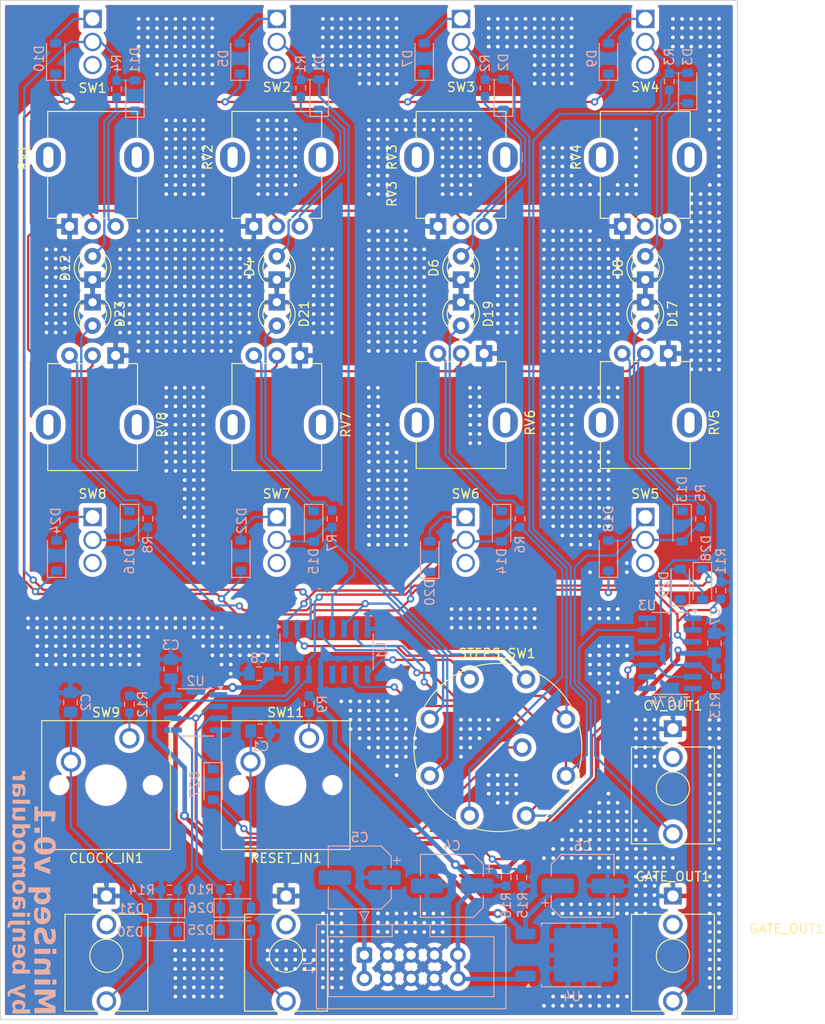
<source format=kicad_pcb>
(kicad_pcb (version 20240108) (generator "pcbnew") (generator_version "8.0")
  (title_block (title "MiniSeq") (rev "v0.1") (company "benjiaomodular"))
  (layers (0 "F.Cu" signal) (31 "B.Cu" signal) (34 "B.Paste" user) (35 "F.Paste" user) (36 "B.SilkS" user "B.Silkscreen") (37 "F.SilkS" user "F.Silkscreen") (38 "B.Mask" user) (39 "F.Mask" user) (44 "Edge.Cuts" user))
  (net 0 "")
  (net 1 "Net-(D26-A)")
  (net 2 "GND")
  (net 3 "Net-(D31-A)")
  (net 4 "+9V")
  (net 6 "Net-(D30-A)")
  (net 8 "Net-(U3D--)")
  (net 9 "Net-(D1-K)")
  (net 10 "/STEP3")
  (net 11 "Net-(D2-K)")
  (net 12 "/STEP5")
  (net 13 "Net-(D3-K)")
  (net 14 "/STEP7")
  (net 15 "GATE_OUT")
  (net 16 "Net-(D5-A)")
  (net 17 "Net-(D7-A)")
  (net 18 "Net-(D9-A)")
  (net 19 "Net-(D10-A)")
  (net 20 "CV_OUT")
  (net 21 "Net-(D11-K)")
  (net 22 "Net-(D13-K)")
  (net 23 "/STEP2")
  (net 24 "Net-(D14-K)")
  (net 25 "/STEP4")
  (net 26 "Net-(D15-K)")
  (net 27 "/STEP6")
  (net 28 "Net-(D16-K)")
  (net 29 "/STEP8")
  (net 30 "Net-(D18-A)")
  (net 31 "Net-(D20-A)")
  (net 32 "Net-(D22-A)")
  (net 33 "Net-(D24-A)")
  (net 34 "Net-(D25-K)")
  (net 35 "Net-(D25-A)")
  (net 36 "Net-(D27-A)")
  (net 37 "/CLOCK")
  (net 38 "Net-(D28-A)")
  (net 39 "Net-(D29-K)")
  (net 40 "Net-(D30-K)")
  (net 42 "Net-(GATE_OUT1-PadT)")
  (net 43 "Net-(D4-A)")
  (net 44 "Net-(D6-A)")
  (net 45 "Net-(D8-A)")
  (net 46 "Net-(D12-A)")
  (net 47 "Net-(D17-A)")
  (net 48 "Net-(D19-A)")
  (net 49 "Net-(D21-A)")
  (net 50 "Net-(D23-A)")
  (net 51 "-12V")
  (net 52 "+12V")
  (net 53 "VREF")
  (net 55 "/STEP1")
  (net 64 "/STEP9")
  (net 67 "/RESET")
  (net 68 "Net-(U3C--)")
  (net 69 "Net-(R9-Pad1)")
  (net 70 "Net-(R12-Pad1)")
  (footprint "LED_THT:LED_D3.0mm" (layer "F.Cu") (at 150 69.275 90)
    (property "Reference" "D12")
    (property "Value" "LED")
  )
  (footprint "benjiaomodular:AudioJack_3.5mm" (layer "F.Cu") (at 213 117.97)
    (property "Reference" "CV_OUT1")
    (property "Value" "PJ3001F" (hide yes))
  )
  (footprint "Button_Switch_Keyboard:SW_Cherry_MX_1.00u_PCB" (layer "F.Cu") (at 154 119)
    (property "Reference" "SW9")
    (property "Value" "CLOCK_BTN")
  )
  (footprint "benjiaomodular:Potentiometer_RV09" (layer "F.Cu") (at 187.5 63.5 90)
    (property "Reference" "RV3")
    (property "Value" "B100k")
  )
  (footprint "LED_THT:LED_D3.0mm" (layer "F.Cu") (at 170 71.725 -90)
    (property "Reference" "D21")
    (property "Value" "LED")
  )
  (footprint "benjiaomodular:AudioJack_3.5mm" (layer "F.Cu") (at 151.5 136.1)
    (property "Reference" "CLOCK_IN1")
    (property "Value" "PJ3001F" (hide yes))
  )
  (footprint "LED_THT:LED_D3.0mm" (layer "F.Cu") (at 210 69.275 90)
    (property "Reference" "D8")
    (property "Value" "LED")
  )
  (footprint "benjiaomodular:ToggleSwitch_SMTS-102" (layer "F.Cu") (at 150 97.5)
    (property "Reference" "SW8")
    (property "Value" "SMTS-102" (hide yes))
  )
  (footprint "benjiaomodular:Potentiometer_RV09" (layer "F.Cu") (at 152.5 77.5 -90)
    (property "Reference" "RV8")
    (property "Value" "B100k")
  )
  (footprint "benjiaomodular:Potentiometer_RV09" (layer "F.Cu") (at 192.5 77.275 -90)
    (property "Reference" "RV6")
    (property "Value" "B100k")
  )
  (footprint "benjiaomodular:RotarySwitch_SR16_POLE1_WAY8" (layer "F.Cu") (at 194 120)
    (property "Reference" "STEPS_SW1")
    (property "Value" "~")
  )
  (footprint "benjiaomodular:Potentiometer_RV09" (layer "F.Cu") (at 172.5 77.5 -90)
    (property "Reference" "RV7")
    (property "Value" "B100k")
  )
  (footprint "benjiaomodular:ToggleSwitch_SMTS-102" (layer "F.Cu") (at 190 43.5)
    (property "Reference" "SW3")
    (property "Value" "SMTS-102" (hide yes))
  )
  (footprint "benjiaomodular:ToggleSwitch_SMTS-102" (layer "F.Cu") (at 170 43.5)
    (property "Reference" "SW2")
    (property "Value" "SMTS-102" (hide yes))
  )
  (footprint "benjiaomodular:AudioJack_3.5mm" (layer "F.Cu") (at 171 136.1)
    (property "Reference" "RESET_IN1")
    (property "Value" "PJ3001F" (hide yes))
  )
  (footprint "benjiaomodular:ToggleSwitch_SMTS-102" (layer "F.Cu") (at 150 43.5)
    (property "Reference" "SW1")
    (property "Value" "SMTS-102" (hide yes))
  )
  (footprint "benjiaomodular:Potentiometer_RV09" (layer "F.Cu") (at 207.5 63.5 90)
    (property "Reference" "RV4")
    (property "Value" "B100k")
  )
  (footprint "benjiaomodular:ToggleSwitch_SMTS-102" (layer "F.Cu") (at 210 43.5)
    (property "Reference" "SW4")
    (property "Value" "SMTS-102" (hide yes))
  )
  (footprint "LED_THT:LED_D3.0mm" (layer "F.Cu") (at 150 71.725 -90)
    (property "Reference" "D23")
    (property "Value" "LED")
  )
  (footprint "benjiaomodular:ToggleSwitch_SMTS-102" (layer "F.Cu") (at 190.5 97.5)
    (property "Reference" "SW6")
    (property "Value" "SMTS-102" (hide yes))
  )
  (footprint "benjiaomodular:Potentiometer_RV09" (layer "F.Cu") (at 212.5 77.275 -90)
    (property "Reference" "RV5")
    (property "Value" "B100k")
  )
  (footprint "benjiaomodular:Potentiometer_RV09" (layer "F.Cu") (at 147.5 63.5 90)
    (property "Reference" "RV1")
    (property "Value" "B100k")
  )
  (footprint "benjiaomodular:AudioJack_3.5mm" (layer "F.Cu") (at 213 136.1)
    (property "Reference" "GATE_OUT1")
    (property "Value" "PJ3001F" (hide yes))
  )
  (footprint "benjiaomodular:ToggleSwitch_SMTS-102" (layer "F.Cu") (at 210 97.5)
    (property "Reference" "SW5")
    (property "Value" "SMTS-102" (hide yes))
  )
  (footprint "Button_Switch_Keyboard:SW_Cherry_MX_1.00u_PCB" (layer "F.Cu") (at 173.5 119)
    (property "Reference" "SW11")
    (property "Value" "RESET_BTN")
  )
  (footprint "benjiaomodular:Potentiometer_RV09" (layer "F.Cu") (at 167.5 63.5 90)
    (property "Reference" "RV2")
    (property "Value" "B100k")
  )
  (footprint "LED_THT:LED_D3.0mm" (layer "F.Cu") (at 190 69.275 90)
    (property "Reference" "D6")
    (property "Value" "LED")
  )
  (footprint "LED_THT:LED_D3.0mm" (layer "F.Cu") (at 190 71.725 -90)
    (property "Reference" "D19")
    (property "Value" "LED")
  )
  (footprint "LED_THT:LED_D3.0mm" (layer "F.Cu") (at 210 71.725 -90)
    (property "Reference" "D17")
    (property "Value" "LED")
  )
  (footprint "LED_THT:LED_D3.0mm" (layer "F.Cu") (at 170 69.275 90)
    (property "Reference" "D4")
    (property "Value" "LED")
  )
  (footprint "benjiaomodular:ToggleSwitch_SMTS-102" (layer "F.Cu") (at 170 97.5)
    (property "Reference" "SW7")
    (property "Value" "SMTS-102" (hide yes))
  )
  (footprint "Diode_SMD:D_SOD-123" (layer "B.Cu") (at 157.6 139.95 180)
    (property "Reference" "D30")
    (property "Value" "1N4148")
  )
  (footprint "Diode_SMD:D_SOD-123" (layer "B.Cu") (at 166.1 99.2 90)
    (property "Reference" "D22")
    (property "Value" "1N4148")
  )
  (footprint "Resistor_SMD:R_0603_1608Metric_Pad0.98x0.95mm_HandSolder" (layer "B.Cu") (at 216 95.2 -90)
    (property "Reference" "R5")
    (property "Value" "10k")
  )
  (footprint "Resistor_SMD:R_0603_1608Metric_Pad0.98x0.95mm_HandSolder" (layer "B.Cu") (at 212.6 47.8 90)
    (property "Reference" "R3")
    (property "Value" "10k")
  )
  (footprint "Capacitor_SMD:C_0805_2012Metric_Pad1.18x1.45mm_HandSolder" (layer "B.Cu") (at 168.2 118.2)
    (property "Reference" "C1")
    (property "Value" "100nF")
  )
  (footprint "Diode_SMD:D_SOD-123" (layer "B.Cu") (at 206 99.2 90)
    (property "Reference" "D18")
    (property "Value" "1N4148")
  )
  (footprint "Resistor_SMD:R_0603_1608Metric_Pad0.98x0.95mm_HandSolder" (layer "B.Cu") (at 164.8 135.4)
    (property "Reference" "R10")
    (property "Value" "100k")
  )
  (footprint "Capacitor_SMD:CP_Elec_6.3x4.5" (layer "B.Cu") (at 179 134.1 180)
    (property "Reference" "C5")
    (property "Value" "22uF")
  )
  (footprint "Resistor_SMD:R_0603_1608Metric_Pad0.98x0.95mm_HandSolder" (layer "B.Cu") (at 172.6 48.5125 90)
    (property "Reference" "R1")
    (property "Value" "10k")
  )
  (footprint "Diode_SMD:D_SOD-123" (layer "B.Cu") (at 154 96 -90)
    (property "Reference" "D16")
    (property "Value" "1N4148")
  )
  (footprint "Resistor_SMD:R_0603_1608Metric_Pad0.98x0.95mm_HandSolder" (layer "B.Cu") (at 196.6 134.0875 -90)
    (property "Reference" "R16")
    (property "Value" "33k")
  )
  (footprint "Diode_SMD:D_SOD-123" (layer "B.Cu") (at 186.6 99.3 90)
    (property "Reference" "D20")
    (property "Value" "1N4148")
  )
  (footprint "Capacitor_SMD:C_0805_2012Metric_Pad1.18x1.45mm_HandSolder" (layer "B.Cu") (at 158.5 111.5 90)
    (property "Reference" "C3")
    (property "Value" "100nF")
  )
  (footprint "Diode_SMD:D_SOD-123" (layer "B.Cu") (at 214 96 -90)
    (property "Reference" "D13")
    (property "Value" "1N4148")
  )
  (footprint "Resistor_SMD:R_0603_1608Metric_Pad0.98x0.95mm_HandSolder" (layer "B.Cu") (at 192.6 48.4875 90)
    (property "Reference" "R2")
    (property "Value" "10k")
  )
  (footprint "Diode_SMD:D_SOD-123" (layer "B.Cu") (at 206 45.3 90)
    (property "Reference" "D9")
    (property "Value" "1N4148")
  )
  (footprint "Diode_SMD:D_SOD-123" (layer "B.Cu") (at 166 45.3 90)
    (property "Reference" "D5")
    (property "Value" "1N4148")
  )
  (footprint "Capacitor_SMD:C_0805_2012Metric_Pad1.18x1.45mm_HandSolder" (layer "B.Cu") (at 147.6 115.1 90)
    (property "Reference" "C2")
    (property "Value" "100nF")
  )
  (footprint "Resistor_SMD:R_0603_1608Metric_Pad0.98x0.95mm_HandSolder" (layer "B.Cu") (at 156 95.2 -90)
    (property "Reference" "R8")
    (property "Value" "10k")
  )
  (footprint "Diode_SMD:D_SOD-123" (layer "B.Cu") (at 146 45.3 90)
    (property "Reference" "D10")
    (property "Value" "1N4148")
  )
  (footprint "Package_TO_SOT_SMD:TO-252-2" (layer "B.Cu") (at 202.04 142.4975)
    (property "Reference" "U4")
    (property "Value" "L7809CD2T-TR")
  )
  (footprint "Resistor_SMD:R_0603_1608Metric_Pad0.98x0.95mm_HandSolder" (layer "B.Cu") (at 152.6 48.6 90)
    (property "Reference" "R4")
    (property "Value" "10k")
  )
  (footprint "Resistor_SMD:R_0603_1608Metric_Pad0.98x0.95mm_HandSolder" (layer "B.Cu") (at 158.35 135.45)
    (property "Reference" "R14")
    (property "Value" "100k")
  )
  (footprint "Resistor_SMD:R_0603_1608Metric_Pad0.98x0.95mm_HandSolder" (layer "B.Cu") (at 196.4 95.2 -90)
    (property "Reference" "R6")
    (property "Value" "10k")
  )
  (footprint "Diode_SMD:D_SOD-123" (layer "B.Cu") (at 146.1 99.2 90)
    (property "Reference" "D24")
    (property "Value" "1N4148")
  )
  (footprint "Resistor_SMD:R_0603_1608Metric_Pad0.98x0.95mm_HandSolder" (layer "B.Cu") (at 154 115.3125 90)
    (property "Reference" "R12")
    (property "Value" "10k")
  )
  (footprint "Diode_SMD:D_SOD-123" (layer "B.Cu") (at 174.6 49.2 90)
    (property "Reference" "D1")
    (property "Value" "1N4148")
  )
  (footprint "Capacitor_SMD:CP_Elec_6.3x4.5" (layer "B.Cu") (at 189 135 180)
    (property "Reference" "C4")
    (property "Value" "22uF")
  )
  (footprint "Resistor_SMD:R_0603_1608Metric_Pad0.98x0.95mm_HandSolder" (layer "B.Cu") (at 218.2 102.9875 -90)
    (property "Reference" "R11")
    (property "Value" "100k")
  )
  (footprint "Diode_SMD:D_SOD-123" (layer "B.Cu") (at 216.2 102.3 -90)
    (property "Reference" "D28")
    (property "Value" "1N4148")
  )
  (footprint "Diode_SMD:D_SOD-123" (layer "B.Cu") (at 194.6 49.2 90)
    (property "Reference" "D2")
    (property "Value" "1N4148")
  )
  (footprint "Connector_IDC:IDC-Header_2x05_P2.54mm_Vertical" (layer "B.Cu") (at 179.5 142.5 -90)
    (property "Reference" "J1")
    (property "Value" "Conn_01x10_Pin")
  )
  (footprint "Resistor_SMD:R_0603_1608Metric_Pad0.98x0.95mm_HandSolder" (layer "B.Cu") (at 176 95.2 -90)
    (property "Reference" "R7")
    (property "Value" "10k")
  )
  (footprint "Diode_SMD:D_SOD-123" (layer "B.Cu") (at 165.55 137.4)
    (property "Reference" "D26")
    (property "Value" "1N4148")
  )
  (footprint "Capacitor_SMD:CP_Elec_6.3x4.5" (layer "B.Cu") (at 203.2 135)
    (property "Reference" "C6")
    (property "Value" "10uF")
  )
  (footprint "Capacitor_SMD:C_0805_2012Metric_Pad1.18x1.45mm_HandSolder" (layer "B.Cu") (at 217.5 108.7 90)
    (property "Reference" "C7")
    (property "Value" "100nF")
  )
  (footprint "Capacitor_SMD:C_0805_2012Metric_Pad1.18x1.45mm_HandSolder" (layer "B.Cu") (at 168.06625 112 180)
    (property "Reference" "C8")
    (property "Value" "100nF")
  )
  (footprint "Diode_SMD:D_SOD-123" (layer "B.Cu") (at 213.8 102.3 90)
    (property "Reference" "D29")
    (property "Value" "1N4148")
  )
  (footprint "Package_SO:SOIC-14_3.9x8.7mm_P1.27mm" (layer "B.Cu") (at 212.675 109.79 180)
    (property "Reference" "U3")
    (property "Value" "TL074")
  )
  (footprint "Resistor_SMD:R_0603_1608Metric_Pad0.98x0.95mm_HandSolder" (layer "B.Cu") (at 217.7 112.3 -90)
    (property "Reference" "R13")
    (property "Value" "100k")
  )
  (footprint "Diode_SMD:D_SOD-123" (layer "B.Cu") (at 157.65 137.45 180)
    (property "Reference" "D31")
    (property "Value" "1N4148")
  )
  (footprint "Resistor_SMD:R_0603_1608Metric_Pad0.98x0.95mm_HandSolder" (layer "B.Cu") (at 173.5 115.3 90)
    (property "Reference" "R9")
    (property "Value" "10k")
  )
  (footprint "Diode_SMD:D_SOD-123" (layer "B.Cu") (at 165.55 139.8)
    (property "Reference" "D25")
    (property "Value" "1N4148")
  )
  (footprint "Diode_SMD:D_SOD-123" (layer "B.Cu") (at 154.6 49.3 90)
    (property "Reference" "D11")
    (property "Value" "1N4148")
  )
  (footprint "Diode_SMD:D_SOD-123" (layer "B.Cu") (at 214.6 48.5 90)
    (property "Reference" "D3")
    (property "Value" "1N4148")
  )
  (footprint "Diode_SMD:D_SOD-123" (layer "B.Cu") (at 194.4 96 -90)
    (property "Reference" "D14")
    (property "Value" "1N4148")
  )
  (footprint "Diode_SMD:D_SOD-123" (layer "B.Cu") (at 186 45.3 90)
    (property "Reference" "D7")
    (property "Value" "1N4148")
  )
  (footprint "Package_SO:SOIC-8_3.9x4.9mm_P1.27mm" (layer "B.Cu") (at 161.2 116.2 180)
    (property "Reference" "U2")
    (property "Value" "TL072")
  )
  (footprint "Diode_SMD:D_SOD-123" (layer "B.Cu") (at 163.1 124 -90)
    (property "Reference" "D27")
    (property "Value" "1N4148")
  )
  (footprint "Diode_SMD:D_SOD-123" (layer "B.Cu") (at 174 96 -90)
    (property "Reference" "D15")
    (property "Value" "1N4148")
  )
  (footprint "Package_SO:SOIC-16_3.9x9.9mm_P1.27mm" (layer "B.Cu") (at 175.4 109.6 -90)
    (property "Reference" "U1")
    (property "Value" "4017")
  )
  (footprint "Resistor_SMD:R_0603_1608Metric_Pad0.98x0.95mm_HandSolder" (layer "B.Cu") (at 194.9 134.0875 90)
    (property "Reference" "R15")
    (property "Value" "100k")
  )
  (gr_rect (start 140 39) (end 220 149.5) (stroke (width 0.1)) (fill none) (layer "Edge.Cuts"))
  (gr_text "by benjiaomodular" (at 141 149.05 270) (layer "B.SilkS") (effects (font (size 1.8 1.8) (thickness 0.36) (bold yes)) (justify left bottom mirror)))
  (gr_text "MiniSeq v0.1" (at 143.3 149.1 270) (layer "B.SilkS") (effects (font (size 2.25 2.25) (thickness 0.45) (bold yes)) (justify left bottom mirror)))
  (gr_text "GATE_OUT1" (at 225.35 139.65 0) (layer "F.SilkS") (effects (font (size 1 1))))
  (gr_text "RV3" (at 182.496021 59.985797 90) (layer "F.SilkS") (effects (font (size 1 1))))
  (segment (start 167.15 137.35) (end 167.2 137.4) (width 0.25) (layer "B.Cu") (net 1))
  (segment (start 167.1625 121.5275) (end 167.15 121.54) (width 0.25) (layer "B.Cu") (net 1))
  (segment (start 167.15 121.54) (end 167.15 137.35) (width 0.25) (layer "B.Cu") (net 1))
  (segment (start 167.1625 118.2) (end 167.1625 121.5275) (width 0.25) (layer "B.Cu") (net 1))
  (via (at 218 59) (size 0.8) (drill 0.4) (layers "F.Cu" "B.Cu") (net 2))
  (via (at 153 70) (size 0.8) (drill 0.4) (layers "F.Cu" "B.Cu") (net 2))
  (via (at 156 65) (size 0.8) (drill 0.4) (layers "F.Cu" "B.Cu") (net 2))
  (via (at 160 47) (size 0.8) (drill 0.4) (layers "F.Cu" "B.Cu") (net 2))
  (via (at 172 143) (size 0.8) (drill 0.4) (layers "F.Cu" "B.Cu") (net 2))
  (via (at 158 85) (size 0.8) (drill 0.4) (layers "F.Cu" "B.Cu") (net 2))
  (via (at 206 68) (size 0.8) (drill 0.4) (layers "F.Cu" "B.Cu") (net 2))
  (via (at 158.985797 146.003979) (size 0.8) (drill 0.4) (layers "F.Cu" "B.Cu") (net 2))
  (via (at 161.996021 87.985797) (size 0.8) (drill 0.4) (layers "F.Cu" "B.Cu") (net 2))
  (via (at 180.003979 91.014203) (size 0.8) (drill 0.4) (layers "F.Cu" "B.Cu") (net 2))
  (via (at 191 120) (size 0.8) (drill 0.4) (layers "F.Cu" "B.Cu") (net 2))
  (via (at 183 116) (size 0.8) (drill 0.4) (layers "F.Cu" "B.Cu") (net 2))
  (via (at 181.985797 117.003979) (size 0.8) (drill 0.4) (layers "F.Cu" "B.Cu") (net 2))
  (via (at 202 57) (size 0.8) (drill 0.4) (layers "F.Cu" "B.Cu") (net 2))
  (via (at 152 106) (size 0.8) (drill 0.4) (layers "F.Cu" "B.Cu") (net 2))
  (via (at 161.996021 92.985797) (size 0.8) (drill 0.4) (layers "F.Cu" "B.Cu") (net 2))
  (via (at 181.003979 89.014203) (size 0.8) (drill 0.4) (layers "F.Cu" "B.Cu") (net 2))
  (via (at 210 136) (size 0.8) (drill 0.4) (layers "F.Cu" "B.Cu") (net 2))
  (via (at 185 69) (size 0.8) (drill 0.4) (layers "F.Cu" "B.Cu") (net 2))
  (via (at 205 75) (size 0.8) (drill 0.4) (layers "F.Cu" "B.Cu") (net 2))
  (via (at 181.003979 56.014203) (size 0.8) (drill 0.4) (layers "F.Cu" "B.Cu") (net 2))
  (via (at 170.003979 56.014203) (size 0.8) (drill 0.4) (layers "F.Cu" "B.Cu") (net 2))
  (via (at 161.003979 71.014203) (size 0.8) (drill 0.4) (layers "F.Cu" "B.Cu") (net 2))
  (via (at 191.996021 54.985797) (size 0.8) (drill 0.4) (layers "F.Cu" "B.Cu") (net 2))
  (via (at 206 114) (size 0.8) (drill 0.4) (layers "F.Cu" "B.Cu") (net 2))
  (via (at 198.991783 81.992062) (size 0.8) (drill 0.4) (layers "F.Cu" "B.Cu") (net 2))
  (via (at 162 41) (size 0.8) (drill 0.4) (layers "F.Cu" "B.Cu") (net 2))
  (via (at 205 112) (size 0.8) (drill 0.4) (layers "F.Cu" "B.Cu") (net 2))
  (via (at 179.985797 116.003979) (size 0.8) (drill 0.4) (layers "F.Cu" "B.Cu") (net 2))
  (via (at 218 72) (size 0.8) (drill 0.4) (layers "F.Cu" "B.Cu") (net 2))
  (via (at 158.996021 63.985797) (size 0.8) (drill 0.4) (layers "F.Cu" "B.Cu") (net 2))
  (via (at 184 121) (size 0.8) (drill 0.4) (layers "F.Cu" "B.Cu") (net 2))
  (via (at 209.985797 117.003979) (size 0.8) (drill 0.4) (layers "F.Cu" "B.Cu") (net 2))
  (via (at 161.996021 95.985797) (size 0.8) (drill 0.4) (layers "F.Cu" "B.Cu") (net 2))
  (via (at 175 67) (size 0.8) (drill 0.4) (layers "F.Cu" "B.Cu") (net 2))
  (via (at 193 125) (size 0.8) (drill 0.4) (layers "F.Cu" "B.Cu") (net 2))
  (via (at 156 106) (size 0.8) (drill 0.4) (layers "F.Cu" "B.Cu") (net 2))
  (via (at 193.971594 105.007958) (size 0.8) (drill 0.4) (layers "F.Cu" "B.Cu") (net 2))
  (via (at 203 81) (size 0.8) (drill 0.4) (layers "F.Cu" "B.Cu") (net 2))
  (via (at 199 95) (size 0.8) (drill 0.4) (layers "F.Cu" "B.Cu") (net 2))
  (via (at 200 59) (size 0.8) (drill 0.4) (layers "F.Cu" "B.Cu") (net 2))
  (via (at 167 75) (size 0.8) (drill 0.4) (layers "F.Cu" "B.Cu") (net 2))
  (via (at 199 75) (size 0.8) (drill 0.4) (layers "F.Cu" "B.Cu") (net 2))
  (via (at 194 67) (size 0.8) (drill 0.4) (layers "F.Cu" "B.Cu") (net 2))
  (via (at 208 137) (size 0.8) (drill 0.4) (layers "F.Cu" "B.Cu") (net 2))
  (via (at 198.991783 90.992062) (size 0.8) (drill 0.4) (layers "F.Cu" "B.Cu") (net 2))
  (via (at 183.003979 75.014203) (size 0.8) (drill 0.4) (layers "F.Cu" "B.Cu") (net 2))
  (via (at 193.985797 123.003979) (size 0.8) (drill 0.4) (layers "F.Cu" "B.Cu") (net 2))
  (via (at 202 74) (size 0.8) (drill 0.4) (layers "F.Cu" "B.Cu") (net 2))
  (via (at 158 45) (size 0.8) (drill 0.4) (layers "F.Cu" "B.Cu") (net 2))
  (via (at 159 71) (size 0.8) (drill 0.4) (layers "F.Cu" "B.Cu") (net 2))
  (via (at 205.997229 91.992062) (size 0.8) (drill 0.4) (layers "F.Cu" "B.Cu") (net 2))
  (via (at 204 98) (size 0.8) (drill 0.4) (layers "F.Cu" "B.Cu") (net 2))
  (via (at 194 126) (size 0.8) (drill 0.4) (layers "F.Cu" "B.Cu") (net 2))
  (via (at 146 73) (size 0.8) (drill 0.4) (layers "F.Cu" "B.Cu") (net 2))
  (via (at 159 82) (size 0.8) (drill 0.4) (layers "F.Cu" "B.Cu") (net 2))
  (via (at 194 69) (size 0.8) (drill 0.4) (layers "F.Cu" "B.Cu") (net 2))
  (via (at 167 68) (size 0.8) (drill 0.4) (layers "F.Cu" "B.Cu") (net 2))
  (via (at 181 83) (size 0.8) (drill 0.4) (layers "F.Cu" "B.Cu") (net 2))
  (via (at 216 70) (size 0.8) (drill 0.4) (layers "F.Cu" "B.Cu") (net 2))
  (via (at 185 139) (size 0.8) (drill 0.4) (layers "F.Cu" "B.Cu") (net 2))
  (via (at 160 106) (size 0.8) (drill 0.4) (layers "F.Cu" "B.Cu") (net 2))
  (via (at 182.996021 45.985797) (size 0.8) (drill 0.4) (layers "F.Cu" "B.Cu") (net 2))
  (via (at 182.996021 47.985797) (size 0.8) (drill 0.4) (layers "F.Cu" "B.Cu") (net 2))
  (via (at 162 58) (size 0.8) (drill 0.4) (layers "F.Cu" "B.Cu") (net 2))
  (via (at 157 76) (size 0.8) (drill 0.4) (layers "F.Cu" "B.Cu") (net 2))
  (via (at 155.992898 43.994318) (size 0.8) (drill 0.4) (layers "F.Cu" "B.Cu") (net 2))
  (via (at 194 66) (size 0.8) (drill 0.4) (layers "F.Cu" "B.Cu") (net 2))
  (via (at 159 53) (size 0.8) (drill 0.4) (layers "F.Cu" "B.Cu") (net 2))
  (via (at 185 66) (size 0.8) (drill 0.4) (layers "F.Cu" "B.Cu") (net 2))
  (via (at 150.014203 108.996021) (size 0.8) (drill 0.4) (layers "F.Cu" "B.Cu") (net 2))
  (via (at 183 65) (size 0.8) (drill 0.4) (layers "F.Cu" "B.Cu") (net 2))
  (via (at 206 90) (size 0.8) (drill 0.4) (layers "F.Cu" "B.Cu") (net 2))
  (via (at 159.003979 58.014203) (size 0.8) (drill 0.4) (layers "F.Cu" "B.Cu") (net 2))
  (via (at 159.003979 57.014203) (size 0.8) (drill 0.4) (layers "F.Cu" "B.Cu") (net 2))
  (via (at 206 137) (size 0.8) (drill 0.4) (layers "F.Cu" "B.Cu") (net 2))
  (via (at 207 71) (size 0.8) (drill 0.4) (layers "F.Cu" "B.Cu") (net 2))
  (via (at 160.985797 143.003979) (size 0.8) (drill 0.4) (layers "F.Cu" "B.Cu") (net 2))
  (via (at 161.996021 52.985797) (size 0.8) (drill 0.4) (layers "F.Cu" "B.Cu") (net 2))
  (via (at 208.985797 117.003979) (size 0.8) (drill 0.4) (layers "F.Cu" "B.Cu") (net 2))
  (via (at 217.014203 136.996021) (size 0.8) (drill 0.4) (layers "F.Cu" "B.Cu") (net 2))
  (via (at 192 118) (size 0.8) (drill 0.4) (layers "F.Cu" "B.Cu") (net 2))
  (via (at 160 95) (size 0.8) (drill 0.4) (layers "F.Cu" "B.Cu") (net 2))
  (via (at 192 117) (size 0.8) (drill 0.4) (layers "F.Cu" "B.Cu") (net 2))
  (via (at 165 68) (size 0.8) (drill 0.4) (layers "F.Cu" "B.Cu") (net 2))
  (via (at 160 85) (size 0.8) (drill 0.4) (layers "F.Cu" "B.Cu") (net 2))
  (via (at 159.992898 43.994318) (size 0.8) (drill 0.4) (layers "F.Cu" "B.Cu") (net 2))
  (via (at 182 85) (size 0.8) (drill 0.4) (layers "F.Cu" "B.Cu") (net 2))
  (via (at 177.004261 143.023289) (size 0.8) (drill 0.4) (layers "F.Cu" "B.Cu") (net 2))
  (via (at 206 130) (size 0.8) (drill 0.4) (layers "F.Cu" "B.Cu") (net 2))
  (via (at 204 128) (size 0.8) (drill 0.4) (layers "F.Cu" "B.Cu") (net 2))
  (via (at 201 81) (size 0.8) (drill 0.4) (layers "F.Cu" "B.Cu") (net 2))
  (via (at 180 77) (size 0.8) (drill 0.4) (layers "F.Cu" "B.Cu") (net 2))
  (via (at 211 136) (size 0.8) (drill 0.4) (layers "F.Cu" "B.Cu") (net 2))
  (via (at 149.014203 108.996021) (size 0.8) (drill 0.4) (layers "F.Cu" "B.Cu") (net 2))
  (via (at 181 121) (size 0.8) (drill 0.4) (layers "F.Cu" "B.Cu") (net 2))
  (via (at 157 106) (size 0.8) (drill 0.4) (layers "F.Cu" "B.Cu") (net 2))
  (via (at 206 71) (size 0.8) (drill 0.4) (layers "F.Cu" "B.Cu") (net 2))
  (via (at 167 69) (size 0.8) (drill 0.4) (layers "F.Cu" "B.Cu") (net 2))
  (via (at 201.014203 131.996021) (size 0.8) (drill 0.4) (layers "F.Cu" "B.Cu") (net 2))
  (via (at 175 75) (size 0.8) (drill 0.4) (layers "F.Cu" "B.Cu") (net 2))
  (via (at 201 46) (size 0.8) (drill 0.4) (layers "F.Cu" "B.Cu") (net 2))
  (via (at 202 138) (size 0.8) (drill 0.4) (layers "F.Cu" "B.Cu") (net 2))
  (via (at 175 73) (size 0.8) (drill 0.4) (layers "F.Cu" "B.Cu") (net 2))
  (via (at 174 73) (size 0.8) (drill 0.4) (layers "F.Cu" "B.Cu") (net 2))
  (via (at 172 59) (size 0.8) (drill 0.4) (layers "F.Cu" "B.Cu") (net 2))
  (via (at 199 72) (size 0.8) (drill 0.4) (layers "F.Cu" "B.Cu") (net 2))
  (via (at 174.992898 42.994318) (size 0.8) (drill 0.4) (layers "F.Cu" "B.Cu") (net 2))
  (via (at 160 82) (size 0.8) (drill 0.4) (layers "F.Cu" "B.Cu") (net 2))
  (via (at 163.003979 74.014203) (size 0.8) (drill 0.4) (layers "F.Cu" "B.Cu") (net 2))
  (via (at 172 58) (size 0.8) (drill 0.4) (layers "F.Cu" "B.Cu") (net 2))
  (via (at 217 65) (size 0.8) (drill 0.4) (layers "F.Cu" "B.Cu") (net 2))
  (via (at 166 69) (size 0.8) (drill 0.4) (layers "F.Cu" "B.Cu") (net 2))
  (via (at 218 45) (size 0.8) (drill 0.4) (layers "F.Cu" "B.Cu") (net 2))
  (via (at 148 107) (size 0.8) (drill 0.4) (layers "F.Cu" "B.Cu") (net 2))
  (via (at 161.996021 59.985797) (size 0.8) (drill 0.4) (layers "F.Cu" "B.Cu") (net 2))
  (via (at 169 108) (size 0.8) (drill 0.4) (layers "F.Cu" "B.Cu") (net 2))
  (via (at 145 71) (size 0.8) (drill 0.4) (layers "F.Cu" "B.Cu") (net 2))
  (via (at 183.003979 71.014203) (size 0.8) (drill 0.4) (layers "F.Cu" "B.Cu") (net 2))
  (via (at 217.014203 133.996021) (size 0.8) (drill 0.4) (layers "F.Cu" "B.Cu") (net 2))
  (via (at 204 60) (size 0.8) (drill 0.4) (layers "F.Cu" "B.Cu") (net 2))
  (via (at 155.014203 108.996021) (size 0.8) (drill 0.4) (layers "F.Cu" "B.Cu") (net 2))
  (via (at 158 42) (size 0.8) (drill 0.4) (layers "F.Cu" "B.Cu") (net 2))
  (via (at 163 108) (size 0.8) (drill 0.4) (layers "F.Cu" "B.Cu") (net 2))
  (via (at 174 72) (size 0.8) (drill 0.4) (layers "F.Cu" "B.Cu") (net 2))
  (via (at 206 60) (size 0.8) (drill 0.4) (layers "F.Cu" "B.Cu") (net 2))
  (via (at 151 107) (size 0.8) (drill 0.4) (layers "F.Cu" "B.Cu") (net 2))
  (via (at 195.985797 106.003979) (size 0.8) (drill 0.4) (layers "F.Cu" "B.Cu") (net 2))
  (via (at 200 57) (size 0.8) (drill 0.4) (layers "F.Cu" "B.Cu") (net 2))
  (via (at 191.985797 106.003979) (size 0.8) (drill 0.4) (layers "F.Cu" "B.Cu") (net 2))
  (via (at 182.003979 92.014203) (size 0.8) (drill 0.4) (layers "F.Cu" "B.Cu") (net 2))
  (via (at 206.978131 126.976711) (size 0.8) (drill 0.4) (layers "F.Cu" "B.Cu") (net 2))
  (via (at 217 120) (size 0.8) (drill 0.4) (layers "F.Cu" "B.Cu") (net 2))
  (via (at 172 56) (size 0.8) (drill 0.4) (layers "F.Cu" "B.Cu") (net 2))
  (via (at 159 87) (size 0.8) (drill 0.4) (layers "F.Cu" "B.Cu") (net 2))
  (via (at 180 45) (size 0.8) (drill 0.4) (layers "F.Cu" "B.Cu") (net 2))
  (via (at 147 69) (size 0.8) (drill 0.4) (layers "F.Cu" "B.Cu") (net 2))
  (via (at 186 52) (size 0.8) (drill 0.4) (layers "F.Cu" "B.Cu") (net 2))
  (via (at 203 74) (size 0.8) (drill 0.4) (layers "F.Cu" "B.Cu") (net 2))
  (via (at 201.997229 80.994739) (size 0.8) (drill 0.4) (layers "F.Cu" "B.Cu") (net 2))
  (via (at 200 70) (size 0.8) (drill 0.4) (layers "F.Cu" "B.Cu") (net 2))
  (via (at 201 55) (size 0.8) (drill 0.4) (layers "F.Cu" "B.Cu") (net 2))
  (via (at 203 96) (size 0.8) (drill 0.4) (layers "F.Cu" "B.Cu") (net 2))
  (via (at 199 70) (size 0.8) (drill 0.4) (layers "F.Cu" "B.Cu") (net 2))
  (via (at 195 72) (size 0.8) (drill 0.4) (layers "F.Cu" "B.Cu") (net 2))
  (via (at 216 73) (size 0.8) (drill 0.4) (layers "F.Cu" "B.Cu") (net 2))
  (via (at 176.004261 143.023289) (size 0.8) (drill 0.4) (layers "F.Cu" "B.Cu") (net 2))
  (via (at 199 76) (size 0.8) (drill 0.4) (layers "F.Cu" "B.Cu") (net 2))
  (via (at 202 56) (size 0.8) (drill 0.4) (layers "F.Cu" "B.Cu") (net 2))
  (via (at 179.999999 43.994318) (size 0.8) (drill 0.4) (layers "F.Cu" "B.Cu") (net 2))
  (via (at 207.978131 127.976711) (size 0.8) (drill 0.4) (layers "F.Cu" "B.Cu") (net 2))
  (via (at 201 85) (size 0.8) (drill 0.4) (layers "F.Cu" "B.Cu") (net 2))
  (via (at 208.985797 121.003979) (size 0.8) (drill 0.4) (layers "F.Cu" "B.Cu") (net 2))
  (via (at 183.003979 69.014203) (size 0.8) (drill 0.4) (layers "F.Cu" "B.Cu") (net 2))
  (via (at 200 56) (size 0.8) (drill 0.4) (layers "F.Cu" "B.Cu") (net 2))
  (via (at 148.014203 107.996021) (size 0.8) (drill 0.4) (layers "F.Cu" "B.Cu") (net 2))
  (via (at 187 52) (size 0.8) (drill 0.4) (layers "F.Cu" "B.Cu") (net 2))
  (via (at 192.985797 123.003979) (size 0.8) (drill 0.4) (layers "F.Cu" "B.Cu") (net 2))
  (via (at 174.004261 143.023289) (size 0.8) (drill 0.4) (layers "F.Cu" "B.Cu") (net 2))
  (via (at 161.996021 94.985797) (size 0.8) (drill 0.4) (layers "F.Cu" "B.Cu") (net 2))
  (via (at 163 64) (size 0.8) (drill 0.4) (layers "F.Cu" "B.Cu") (net 2))
  (via (at 192 83) (size 0.8) (drill 0.4) (layers "F.Cu" "B.Cu") (net 2))
  (via (at 160 45) (size 0.8) (drill 0.4) (layers "F.Cu" "B.Cu") (net 2))
  (via (at 206.014203 128.996021) (size 0.8) (drill 0.4) (layers "F.Cu" "B.Cu") (net 2))
  (via (at 161 106) (size 0.8) (drill 0.4) (layers "F.Cu" "B.Cu") (net 2))
  (via (at 201 57) (size 0.8) (drill 0.4) (layers "F.Cu" "B.Cu") (net 2))
  (via (at 207.014203 108.996021) (size 0.8) (drill 0.4) (layers "F.Cu" "B.Cu") (net 2))
  (via (at 171.004261 142.023289) (size 0.8) (drill 0.4) (layers "F.Cu" "B.Cu") (net 2))
  (via (at 172 53) (size 0.8) (drill 0.4) (layers "F.Cu" "B.Cu") (net 2))
  (via (at 202 97) (size 0.8) (drill 0.4) (layers "F.Cu" "B.Cu") (net 2))
  (via (at 217 124) (size 0.8) (drill 0.4) (layers "F.Cu" "B.Cu") (net 2))
  (via (at 204 68) (size 0.8) (drill 0.4) (layers "F.Cu" "B.Cu") (net 2))
  (via (at 182.003979 91.014203) (size 0.8) (drill 0.4) (layers "F.Cu" "B.Cu") (net 2))
  (via (at 145 108) (size 0.8) (drill 0.4) (layers "F.Cu" "B.Cu") (net 2))
  (via (at 205 96) (size 0.8) (drill 0.4) (layers "F.Cu" "B.Cu") (net 2))
  (via (at 217 70) (size 0.8) (drill 0.4) (layers "F.Cu" "B.Cu") (net 2))
  (via (at 160 76) (size 0.8) (drill 0.4) (layers "F.Cu" "B.Cu") (net 2))
  (via (at 215 62) (size 0.8) (drill 0.4) (layers "F.Cu" "B.Cu") (net 2))
  (via (at 175 45) (size 0.8) (drill 0.4) (layers "F.Cu" "B.Cu") (net 2))
  (via (at 186 138) (size 0.8) (drill 0.4) (layers "F.Cu" "B.Cu") (net 2))
  (via (at 202 64) (size 0.8) (drill 0.4) (layers "F.Cu" "B.Cu") (net 2))
  (via (at 163 106) (size 0.8) (drill 0.4) (layers "F.Cu" "B.Cu") (net 2))
  (via (at 207 70) (size 0.8) (drill 0.4) (layers "F.Cu" "B.Cu") (net 2))
  (via (at 199 43) (size 0.8) (drill 0.4) (layers "F.Cu" "B.Cu") (net 2))
  (via (at 161.003979 57.014203) (size 0.8) (drill 0.4) (layers "F.Cu" "B.Cu") (net 2))
  (via (at 164 75) (size 0.8) (drill 0.4) (layers "F.Cu" "B.Cu") (net 2))
  (via (at 181.003979 72.014203) (size 0.8) (drill 0.4) (layers "F.Cu" "B.Cu") (net 2))
  (via (at 158.971594 143.007958) (size 0.8) (drill 0.4) (layers "F.Cu" "B.Cu") (net 2))
  (via (at 189.985797 107.003979) (size 0.8) (drill 0.4) (layers "F.Cu" "B.Cu") (net 2))
  (via (at 205 131) (size 0.8) (drill 0.4) (layers "F.Cu" "B.Cu") (net 2))
  (via (at 194 68) (size 0.8) (drill 0.4) (layers "F.Cu" "B.Cu") (net 2))
  (via (at 217 121) (size 0.8) (drill 0.4) (layers "F.Cu" "B.Cu") (net 2))
  (via (at 183.003979 93.014203) (size 0.8) (drill 0.4) (layers "F.Cu" "B.Cu") (net 2))
  (via (at 181 58) (size 0.8) (drill 0.4) (layers "F.Cu" "B.Cu") (net 2))
  (via (at 192 119) (size 0.8) (drill 0.4) (layers "F.Cu" "B.Cu") (net 2))
  (via (at 193.985797 107.003979) (size 0.8) (drill 0.4) (layers "F.Cu" "B.Cu") (net 2))
  (via (at 189 56) (size 0.8) (drill 0.4) (layers "F.Cu" "B.Cu") (net 2))
  (via (at 205 94) (size 0.8) (drill 0.4) (layers "F.Cu" "B.Cu") (net 2))
  (via (at 159.985797 147.003979) (size 0.8) (drill 0.4) (layers "F.Cu" "B.Cu") (net 2))
  (via (at 202 89) (size 0.8) (drill 0.4) (layers "F.Cu" "B.Cu") (net 2))
  (via (at 174.992898 43.994318) (size 0.8) (drill 0.4) (layers "F.Cu" "B.Cu") (net 2))
  (via (at 218 64) (size 0.8) (drill 0.4) (layers "F.Cu" "B.Cu") (net 2))
  (via (at 182 87) (size 0.8) (drill 0.4) (layers "F.Cu" "B.Cu") (net 2))
  (via (at 205 88) (size 0.8) (drill 0.4) (layers "F.Cu" "B.Cu") (net 2))
  (via (at 201 75) (size 0.8) (drill 0.4) (layers "F.Cu" "B.Cu") (net 2))
  (via (at 162 54) (size 0.8) (drill 0.4) (layers "F.Cu" "B.Cu") (net 2))
  (via (at 162.985797 143.003979) (size 0.8) (drill 0.4) (layers "F.Cu" "B.Cu") (net 2))
  (via (at 174 67) (size 0.8) (drill 0.4) (layers "F.Cu" "B.Cu") (net 2))
  (via (at 181 76) (size 0.8) (drill 0.4) (layers "F.Cu" "B.Cu") (net 2))
  (via (at 207 72) (size 0.8) (drill 0.4) (layers "F.Cu" "B.Cu") (net 2))
  (via (at 184 138) (size 0.8) (drill 0.4) (layers "F.Cu" "B.Cu") (net 2))
  (via (at 218 73) (size 0.8) (drill 0.4) (layers "F.Cu" "B.Cu") (net 2))
  (via (at 201 137) (size 0.8) (drill 0.4) (layers "F.Cu" "B.Cu") (net 2))
  (via (at 147 75) (size 0.8) (drill 0.4) (layers "F.Cu" "B.Cu") (net 2))
  (via (at 201 131) (size 0.8) (drill 0.4) (layers "F.Cu" "B.Cu") (net 2))
  (via (at 195 126) (size 0.8) (drill 0.4) (layers "F.Cu" "B.Cu") (net 2))
  (via (at 205 76) (size 0.8) (drill 0.4) (layers "F.Cu" "B.Cu") (net 2))
  (via (at 185 52) (size 0.8) (drill 0.4) (layers "F.Cu" "B.Cu") (net 2))
  (via (at 201 90) (size 0.8) (drill 0.4) (layers "F.Cu" "B.Cu") (net 2))
  (via (at 218 139) (size 0.8) (drill 0.4) (layers "F.Cu" "B.Cu") (net 2))
  (via (at 161.003979 55.014203) (size 0.8) (drill 0.4) (layers "F.Cu" "B.Cu") (net 2))
  (via (at 201 44) (size 0.8) (drill 0.4) (layers "F.Cu" "B.Cu") (net 2))
  (via (at 207 74) (size 0.8) (drill 0.4) (layers "F.Cu" "B.Cu") (net 2))
  (via (at 203 94) (size 0.8) (drill 0.4) (layers "F.Cu" "B.Cu") (net 2))
  (via (at 162.985797 142.003979) (size 0.8) (drill 0.4) (layers "F.Cu" "B.Cu") (net 2))
  (via (at 175 71) (size 0.8) (drill 0.4) (layers "F.Cu" "B.Cu") (net 2))
  (via (at 161 90) (size 0.8) (drill 0.4) (layers "F.Cu" "B.Cu") (net 2))
  (via (at 181.003979 68.014203) (size 0.8) (drill 0.4) (layers "F.Cu" "B.Cu") (net 2))
  (via (at 149 107) (size 0.8) (drill 0.4) (layers "F.Cu" "B.Cu") (net 2))
  (via (at 198 45) (size 0.8) (drill 0.4) (layers "F.Cu" "B.Cu") (net 2))
  (via (at 181 115) (size 0.8) (drill 0.4) (layers "F.Cu" "B.Cu") (net 2))
  (via (at 181 64) (size 0.8) (drill 0.4) (layers "F.Cu" "B.Cu") (net 2))
  (via (at 205 113) (size 0.8) (drill 0.4) (layers "F.Cu" "B.Cu") (net 2))
  (via (at 218 136) (size 0.8) (drill 0.4) (layers "F.Cu" "B.Cu") (net 2))
  (via (at 145 66) (size 0.8) (drill 0.4) (layers "F.Cu" "B.Cu") (net 2))
  (via (at 184 68) (size 0.8) (drill 0.4) (layers "F.Cu" "B.Cu") (net 2))
  (via (at 175.996021 71.985797) (size 0.8) (drill 0.4) (layers "F.Cu" "B.Cu") (net 2))
  (via (at 216 76) (size 0.8) (drill 0.4) (layers "F.Cu" "B.Cu") (net 2))
  (via (at 200 96) (size 0.8) (drill 0.4) (layers "F.Cu" "B.Cu") (net 2))
  (via (at 182.003979 71.014203) (size 0.8) (drill 0.4) (layers "F.Cu" "B.Cu") (net 2))
  (via (at 161.003979 69.014203) (size 0.8) (drill 0.4) (layers "F.Cu" "B.Cu") (net 2))
  (via (at 195 74) (size 0.8) (drill 0.4) (layers "F.Cu" "B.Cu") (net 2))
  (via (at 198.991783 87.992062) (size 0.8) (drill 0.4) (layers "F.Cu" "B.Cu") (net 2))
  (via (at 200 58) (size 0.8) (drill 0.4) (layers "F.Cu" "B.Cu") (net 2))
  (via (at 218 52) (size 0.8) (drill 0.4) (layers "F.Cu" "B.Cu") (net 2))
  (via (at 217 73) (size 0.8) (drill 0.4) (layers "F.Cu" "B.Cu") (net 2))
  (via (at 201.997229 81.992062) (size 0.8) (drill 0.4) (layers "F.Cu" "B.Cu") (net 2))
  (via (at 161 89) (size 0.8) (drill 0.4) (layers "F.Cu" "B.Cu") (net 2))
  (via (at 204 91) (size 0.8) (drill 0.4) (layers "F.Cu" "B.Cu") (net 2))
  (via (at 204 94) (size 0.8) (drill 0.4) (layers "F.Cu" "B.Cu") (net 2))
  (via (at 154 72) (size 0.8) (drill 0.4) (layers "F.Cu" "B.Cu") (net 2))
  (via (at 218 53) (size 0.8) (drill 0.4) (layers "F.Cu" "B.Cu") (net 2))
  (via (at 145 73) (size 0.8) (drill 0.4) (layers "F.Cu" "B.Cu") (net 2))
  (via (at 202 73) (size 0.8) (drill 0.4) (layers "F.Cu" "B.Cu") (net 2))
  (via (at 171.003979 55.014203) (size 0.8) (drill 0.4) (layers "F.Cu" "B.Cu") (net 2))
  (via (at 205 91) (size 0.8) (drill 0.4) (layers "F.Cu" "B.Cu") (net 2))
  (via (at 216.985797 118.003979) (size 0.8) (drill 0.4) (layers "F.Cu" "B.Cu") (net 2))
  (via (at 199 71) (size 0.8) (drill 0.4) (layers "F.Cu" "B.Cu") (net 2))
  (via (at 163.003979 70.014203) (size 0.8) (drill 0.4) (layers "F.Cu" "B.Cu") (net 2))
  (via (at 190 57) (size 0.8) (drill 0.4) (layers "F.Cu" "B.Cu") (net 2))
  (via (at 162 76) (size 0.8) (drill 0.4) (layers "F.Cu" "B.Cu") (net 2))
  (via (at 217 136) (size 0.8) (drill 0.4) (layers "F.Cu" "B.Cu") (net 2))
  (via (at 203 69) (size 0.8) (drill 0.4) (layers "F.Cu" "B.Cu") (net 2))
  (via (at 217 67) (size 0.8) (drill 0.4) (layers "F.Cu" "B.Cu") (net 2))
  (via (at 199 89) (size 0.8) (drill 0.4) (layers "F.Cu" "B.Cu") (net 2))
  (via (at 207.014203 109.996021) (size 0.8) (drill 0.4) (layers "F.Cu" "B.Cu") (net 2))
  (via (at 145 74) (size 0.8) (drill 0.4) (layers "F.Cu" "B.Cu") (net 2))
  (via (at 217 76) (size 0.8) (drill 0.4) (layers "F.Cu" "B.Cu") (net 2))
  (via (at 189 58) (size 0.8) (drill 0.4) (layers "F.Cu" "B.Cu") (net 2))
  (via (at 182 65) (size 0.8) (drill 0.4) (layers "F.Cu" "B.Cu") (net 2))
  (via (at 201 58) (size 0.8) (drill 0.4) (layers "F.Cu" "B.Cu") (net 2))
  (via (at 163 48) (size 0.8) (drill 0.4) (layers "F.Cu" "B.Cu") (net 2))
  (via (at 157.003979 73.014203) (size 0.8) (drill 0.4) (layers "F.Cu" "B.Cu") (net 2))
  (via (at 189 52) (size 0.8) (drill 0.4) (layers "F.Cu" "B.Cu") (net 2))
  (via (at 199 84) (size 0.8) (drill 0.4) (layers "F.Cu" "B.Cu") (net 2))
  (via (at 182 58) (size 0.8) (drill 0.4) (layers "F.Cu" "B.Cu") (net 2))
  (via (at 161 100) (size 0.8) (drill 0.4) (layers "F.Cu" "B.Cu") (net 2))
  (via (at 185.996021 69.985797) (size 0.8) (drill 0.4) (layers "F.Cu" "B.Cu") (net 2))
  (via (at 211 135) (size 0.8) (drill 0.4) (layers "F.Cu" "B.Cu") (net 2))
  (via (at 201 48) (size 0.8) (drill 0.4) (layers "F.Cu" "B.Cu") (net 2))
  (via (at 190 120) (size 0.8) (drill 0.4) (layers "F.Cu" "B.Cu") (net 2))
  (via (at 204 67) (size 0.8) (drill 0.4) (layers "F.Cu" "B.Cu") (net 2))
  (via (at 155 107) (size 0.8) (drill 0.4) (layers "F.Cu" "B.Cu") (net 2))
  (via (at 182 122) (size 0.8) (drill 0.4) (layers "F.Cu" "B.Cu") (net 2))
  (via (at 189 54) (size 0.8) (drill 0.4) (layers "F.Cu" "B.Cu") (net 2))
  (via (at 217.014203 121.996021) (size 0.8) (drill 0.4) (layers "F.Cu" "B.Cu") (net 2))
  (via (at 183 119) (size 0.8) (drill 0.4) (layers "F.Cu" "B.Cu") (net 2))
  (via (at 206 67) (size 0.8) (drill 0.4) (layers "F.Cu" "B.Cu") (net 2))
  (via (at 182.003979 75.014203) (size 0.8) (drill 0.4) (layers "F.Cu" "B.Cu") (net 2))
  (via (at 215 73) (size 0.8) (drill 0.4) (layers "F.Cu" "B.Cu") (net 2))
  (via (at 218 44) (size 0.8) (drill 0.4) (layers "F.Cu" "B.Cu") (net 2))
  (via (at 162.003979 69.014203) (size 0.8) (drill 0.4) (layers "F.Cu" "B.Cu") (net 2))
  (via (at 218 68) (size 0.8) (drill 0.4) (layers "F.Cu" "B.Cu") (net 2))
  (via (at 151.014203 107.996021) (size 0.8) (drill 0.4) (layers "F.Cu" "B.Cu") (net 2))
  (via (at 160.003979 71.014203) (size 0.8) (drill 0.4) (layers "F.Cu" "B.Cu") (net 2))
  (via (at 193 44) (size 0.8) (drill 0.4) (layers "F.Cu" "B.Cu") (net 2))
  (via (at 200 71) (size 0.8) (drill 0.4) (layers "F.Cu" "B.Cu") (net 2))
  (via (at 191 54) (size 0.8) (drill 0.4) (layers "F.Cu" "B.Cu") (net 2))
  (via (at 218 67) (size 0.8) (drill 0.4) (layers "F.Cu" "B.Cu") (net 2))
  (via (at 182.003979 68.014203) (size 0.8) (drill 0.4) (layers "F.Cu" "B.Cu") (net 2))
  (via (at 216 43) (size 0.8) (drill 0.4) (layers "F.Cu" "B.Cu") (net 2))
  (via (at 199 59) (size 0.8) (drill 0.4) (layers "F.Cu" "B.Cu") (net 2))
  (via (at 190.985797 105.003979) (size 0.8) (drill 0.4) (layers "F.Cu" "B.Cu") (net 2))
  (via (at 203.014203 131.996021) (size 0.8) (drill 0.4) (layers "F.Cu" "B.Cu") (net 2))
  (via (at 184 70) (size 0.8) (drill 0.4) (layers "F.Cu" "B.Cu") (net 2))
  (via (at 144 111) (size 0.8) (drill 0.4) (layers "F.Cu" "B.Cu") (net 2))
  (via (at 209 54) (size 0.8) (drill 0.4) (layers "F.Cu" "B.Cu") (net 2))
  (via (at 166 70) (size 0.8) (drill 0.4) (layers "F.Cu" "B.Cu") (net 2))
  (via (at 181 88) (size 0.8) (drill 0.4) (layers "F.Cu" "B.Cu") (net 2))
  (via (at 147 72) (size 0.8) (drill 0.4) (layers "F.Cu" "B.Cu") (net 2))
  (via (at 183 120) (size 0.8) (drill 0.4) (layers "F.Cu" "B.Cu") (net 2))
  (via (at 181.003979 70.014203) (size 0.8) (drill 0.4) (layers "F.Cu" "B.Cu") (net 2))
  (via (at 199 77) (size 0.8) (drill 0.4) (layers "F.Cu" "B.Cu") (net 2))
  (via (at 217 68) (size 0.8) (drill 0.4) (layers "F.Cu" "B.Cu") (net 2))
  (via (at 200 73) (size 0.8) (drill 0.4) (layers "F.Cu" "B.Cu") (net 2))
  (via (at 194.985797 124.003979) (size 0.8) (drill 0.4) (layers "F.Cu" "B.Cu") (net 2))
  (via (at 171.003979 54.014203) (size 0.8) (drill 0.4) (layers "F.Cu" "B.Cu") (net 2))
  (via (at 204 110) (size 0.8) (drill 0.4) (layers "F.Cu" "B.Cu") (net 2))
  (via (at 158.971594 142.007958) (size 0.8) (drill 0.4) (layers "F.Cu" "B.Cu") (net 2))
  (via (at 161.996021 51.985797) (size 0.8) (drill 0.4) (layers "F.Cu" "B.Cu") (net 2))
  (via (at 190 58) (size 0.8) (drill 0.4) (layers "F.Cu" "B.Cu") (net 2))
  (via (at 182 88) (size 0.8) (drill 0.4) (layers "F.Cu" "B.Cu") (net 2))
  (via (at 145 67) (size 0.8) (drill 0.4) (layers "F.Cu" "B.Cu") (net 2))
  (via (at 202 60) (size 0.8) (drill 0.4) (layers "F.Cu" "B.Cu") (net 2))
  (via (at 162.003979 75.014203) (size 0.8) (drill 0.4) (layers "F.Cu" "B.Cu") (net 2))
  (via (at 175.996021 66.985797) (size 0.8) (drill 0.4) (layers "F.Cu" "B.Cu") (net 2))
  (via (at 195.996021 72.985797) (size 0.8) (drill 0.4) (layers "F.Cu" "B.Cu") (net 2))
  (via (at 147 66) (size 0.8) (drill 0.4) (layers "F.Cu" "B.Cu") (net 2))
  (via (at 174 66) (size 0.8) (drill 0.4) (layers "F.Cu" "B.Cu") (net 2))
  (via (at 148 106) (size 0.8) (drill 0.4) (layers "F.Cu" "B.Cu") (net 2))
  (via (at 145 72) (size 0.8) (drill 0.4) (layers "F.Cu" "B.Cu") (net 2))
  (via (at 159 70) (size 0.8) (drill 0.4) (layers "F.Cu" "B.Cu") (net 2))
  (via (at 183.003979 96.014203) (size 0.8) (drill 0.4) (layers "F.Cu" "B.Cu") (net 2))
  (via (at 177.004261 145.023289) (size 0.8) (drill 0.4) (layers "F.Cu" "B.Cu") (net 2))
  (via (at 162.003979 73.014203) (size 0.8) (drill 0.4) (layers "F.Cu" "B.Cu") (net 2))
  (via (at 156.003979 75.014203) (size 0.8) (drill 0.4) (layers "F.Cu" "B.Cu") (net 2))
  (via (at 146 70) (size 0.8) (drill 0.4) (layers "F.Cu" "B.Cu") (net 2))
  (via (at 195.996021 71.985797) (size 0.8) (drill 0.4) (layers "F.Cu" "B.Cu") (net 2))
  (via (at 218 130) (size 0.8) (drill 0.4) (layers "F.Cu" "B.Cu") (net 2))
  (via (at 162 56) (size 0.8) (drill 0.4) (layers "F.Cu" "B.Cu") (net 2))
  (via (at 184 98) (size 0.8) (drill 0.4) (layers "F.Cu" "B.Cu") (net 2))
  (via (at 183 123) (size 0.8) (drill 0.4) (layers "F.Cu" "B.Cu") (net 2))
  (via (at 180.995739 138.976711) (size 0.8) (drill 0.4) (layers "F.Cu" "B.Cu") (net 2))
  (via (at 204 65) (size 0.8) (drill 0.4) (layers "F.Cu" "B.Cu") (net 2))
  (via (at 201 41) (size 0.8) (drill 0.4) (layers "F.Cu" "B.Cu") (net 2))
  (via (at 193 117) (size 0.8) (drill 0.4) (layers "F.Cu" "B.Cu") (net 2))
  (via (at 175 42) (size 0.8) (drill 0.4) (layers "F.Cu" "B.Cu") (net 2))
  (via (at 195.985797 123.003979) (size 0.8) (drill 0.4) (layers "F.Cu" "B.Cu") (net 2))
  (via (at 202 95) (size 0.8) (drill 0.4) (layers "F.Cu" "B.Cu") (net 2))
  (via (at 155.988073 77.00426) (size 0.8) (drill 0.4) (layers "F.Cu" "B.Cu") (net 2))
  (via (at 201 93) (size 0.8) (drill 0.4) (layers "F.Cu" "B.Cu") (net 2))
  (via (at 163 144) (size 0.8) (drill 0.4) (layers "F.Cu" "B.Cu") (net 2))
  (via (at 194 71) (size 0.8) (drill 0.4) (layers "F.Cu" "B.Cu") (net 2))
  (via (at 206 74) (size 0.8) (drill 0.4) (layers "F.Cu" "B.Cu") (net 2))
  (via (at 183.003979 89.014203) (size 0.8) (drill 0.4) (layers "F.Cu" "B.Cu") (net 2))
  (via (at 145 75) (size 0.8) (drill 0.4) (layers "F.Cu" "B.Cu") (net 2))
  (via (at 181.003979 94.014203) (size 0.8) (drill 0.4) (layers "F.Cu" "B.Cu") (net 2))
  (via (at 203 71) (size 0.8) (drill 0.4) (layers "F.Cu" "B.Cu") (net 2))
  (via (at 196 43) (size 0.8) (drill 0.4) (layers "F.Cu" "B.Cu") (net 2))
  (via (at 183 139) (size 0.8) (drill 0.4) (layers "F.Cu" "B.Cu") (net 2))
  (via (at 166 108) (size 0.8) (drill 0.4) (layers "F.Cu" "B.Cu") (net 2))
  (via (at 217 139) (size 0.8) (drill 0.4) (layers "F.Cu" "B.Cu") (net 2))
  (via (at 201.996021 46.985797) (size 0.8) (drill 0.4) (layers "F.Cu" "B.Cu") (net 2))
  (via (at 213 42) (size 0.8) (drill 0.4) (layers "F.Cu" "B.Cu") (net 2))
  (via (at 161.996021 58.985797) (size 0.8) (drill 0.4) (layers "F.Cu" "B.Cu") (net 2))
  (via (at 181 53) (size 0.8) (drill 0.4) (layers "F.Cu" "B.Cu") (net 2))
  (via (at 201 67) (size 0.8) (drill 0.4) (layers "F.Cu" "B.Cu") (net 2))
  (via (at 205 82) (size 0.8) (drill 0.4) (layers "F.Cu" "B.Cu") (net 2))
  (via (at 171.003979 57.014203) (size 0.8) (drill 0.4) (layers "F.Cu" "B.Cu") (net 2))
  (via (at 188 138) (size 0.8) (drill 0.4) (layers "F.Cu" "B.Cu") (net 2))
  (via (at 161 98) (size 0.8) (drill 0.4) (layers "F.Cu" "B.Cu") (net 2))
  (via (at 182 121) (size 0.8) (drill 0.4) (layers "F.Cu" "B.Cu") (net 2))
  (via (at 201 56) (size 0.8) (drill 0.4) (layers "F.Cu" "B.Cu") (net 2))
  (via (at 180 48) (size 0.8) (drill 0.4) (layers "F.Cu" "B.Cu") (net 2))
  (via (at 174 71) (size 0.8) (drill 0.4) (layers "F.Cu" "B.Cu") (net 2))
  (via (at 207 137) (size 0.8) (drill 0.4) (layers "F.Cu" "B.Cu") (net 2))
  (via (at 209.985797 121.003979) (size 0.8) (drill 0.4) (layers "F.Cu" "B.Cu") (net 2))
  (via (at 157.003979 71.014203) (size 0.8) (drill 0.4) (layers "F.Cu" "B.Cu") (net 2))
  (via (at 206 126) (size 0.8) (drill 0.4) (layers "F.Cu" "B.Cu") (net 2))
  (via (at 163.988073 77.00426) (size 0.8) (drill 0.4) (layers "F.Cu" "B.Cu") (net 2))
  (via (at 201.996021 42.985797) (size 0.8) (drill 0.4) (layers "F.Cu" "B.Cu") (net 2))
  (via (at 167 70) (size 0.8) (drill 0.4) (layers "F.Cu" "B.Cu") (net 2))
  (via (at 217 50) (size 0.8) (drill 0.4) (layers "F.Cu" "B.Cu") (net 2))
  (via (at 175 74) (size 0.8) (drill 0.4) (layers "F.Cu" "B.Cu") (net 2))
  (via (at 160 42) (size 0.8) (drill 0.4) (layers "F.Cu" "B.Cu") (net 2))
  (via (at 218 144) (size 0.8) (drill 0.4) (layers "F.Cu" "B.Cu") (net 2))
  (via (at 218 61) (size 0.8) (drill 0.4) (layers "F.Cu" "B.Cu") (net 2))
  (via (at 204 127) (size 0.8) (drill 0.4) (layers "F.Cu" "B.Cu") (net 2))
  (via (at 185 76) (size 0.8) (drill 0.4) (layers "F.Cu" "B.Cu") (net 2))
  (via (at 181.003979 96.014203) (size 0.8) (drill 0.4) (layers "F.Cu" "B.Cu") (net 2))
  (via (at 218 60) (size 0.8) (drill 0.4) (layers "F.Cu" "B.Cu") (net 2))
  (via (at 161.003979 66.014203) (size 0.8) (drill 0.4) (layers "F.Cu" "B.Cu") (net 2))
  (via (at 217 77) (size 0.8) (drill 0.4) (layers "F.Cu" "B.Cu") (net 2))
  (via (at 162 107) (size 0.8) (drill 0.4) (layers "F.Cu" "B.Cu") (net 2))
  (via (at 164.988073 77.00426) (size 0.8) (drill 0.4) (layers "F.Cu" "B.Cu") (net 2))
  (via (at 161.985797 142.003979) (size 0.8) (drill 0.4) (layers "F.Cu" "B.Cu") (net 2))
  (via (at 150 107) (size 0.8) (drill 0.4) (layers "F.Cu" "B.Cu") (net 2))
  (via (at 202 148) (size 0.8) (drill 0.4) (layers "F.Cu" "B.Cu") (net 2))
  (via (at 216 78) (size 0.8) (drill 0.4) (layers "F.Cu" "B.Cu") (net 2))
  (via (at 184 90) (size 0.8) (drill 0.4) (layers "F.Cu" "B.Cu") (net 2))
  (via (at 183 121) (size 0.8) (drill 0.4) (layers "F.Cu" "B.Cu") (net 2))
  (via (at 216 60) (size 0.8) (drill 0.4) (layers "F.Cu" "B.Cu") (net 2))
  (via (at 161 46) (size 0.8) (drill 0.4) (layers "F.Cu" "B.Cu") (net 2))
  (via (at 190 118) (size 0.8) (drill 0.4) (layers "F.Cu" "B.Cu") (net 2))
  (via (at 166 109) (size 0.8) (drill 0.4) (layers "F.Cu" "B.Cu") (net 2))
  (via (at 159.003979 55.014203) (size 0.8) (drill 0.4) (layers "F.Cu" "B.Cu") (net 2))
  (via (at 181.003979 67.014203) (size 0.8) (drill 0.4) (layers "F.Cu" "B.Cu") (net 2))
  (via (at 199 132) (size 0.8) (drill 0.4) (layers "F.Cu" "B.Cu") (net 2))
  (via (at 201.997229 89.994739) (size 0.8) (drill 0.4) (layers "F.Cu" "B.Cu") (net 2))
  (via (at 207 73) (size 0.8) (drill 0.4) (layers "F.Cu" "B.Cu") (net 2))
  (via (at 177 41) (size 0.8) (drill 0.4) (layers "F.Cu" "B.Cu") (net 2))
  (via (at 163.003979 73.014203) (size 0.8) (drill 0.4) (layers "F.Cu" "B.Cu") (net 2))
  (via (at 195.996021 68.985797) (size 0.8) (drill 0.4) (layers "F.Cu" "B.Cu") (net 2))
  (via (at 160 92) (size 0.8) (drill 0.4) (layers "F.Cu" "B.Cu") (net 2))
  (via (at 175.996021 73.985797) (size 0.8) (drill 0.4) (layers "F.Cu" "B.Cu") (net 2))
  (via (at 184 53) (size 0.8) (drill 0.4) (layers "F.Cu" "B.Cu") (net 2))
  (via (at 150 106) (size 0.8) (drill 0.4) (layers "F.Cu" "B.Cu") (net 2))
  (via (at 207 133) (size 0.8) (drill 0.4) (layers "F.Cu" "B.Cu") (net 2))
  (via (at 154.014203 108.996021) (size 0.8) (drill 0.4) (layers "F.Cu" "B.Cu") (net 2))
  (via (at 160.988073 77.00426) (size 0.8) (drill 0.4) (layers "F.Cu" "B.Cu") (net 2))
  (via (at 185.996021 68.985797) (size 0.8) (drill 0.4) (layers "F.Cu" "B.Cu") (net 2))
  (via (at 193 41) (size 0.8) (drill 0.4) (layers "F.Cu" "B.Cu") (net 2))
  (via (at 189 55) (size 0.8) (drill 0.4) (layers "F.Cu" "B.Cu") (net 2))
  (via (at 201.996021 40.985797) (size 0.8) (drill 0.4) (layers "F.Cu" "B.Cu") (net 2))
  (via (at 201 47) (size 0.8) (drill 0.4) (layers "F.Cu" "B.Cu") (net 2))
  (via (at 166 73) (size 0.8) (drill 0.4) (layers "F.Cu" "B.Cu") (net 2))
  (via (at 183.003979 74.014203) (size 0.8) (drill 0.4) (layers "F.Cu" "B.Cu") (net 2))
  (via (at 160.003979 57.014203) (size 0.8) (drill 0.4) (layers "F.Cu" "B.Cu") (net 2))
  (via (at 218 79) (size 0.8) (drill 0.4) (layers "F.Cu" "B.Cu") (net 2))
  (via (at 215 63) (size 0.8) (drill 0.4) (layers "F.Cu" "B.Cu") (net 2))
  (via (at 180.985797 116.003979) (size 0.8) (drill 0.4) (layers "F.Cu" "B.Cu") (net 2))
  (via (at 201 138) (size 0.8) (drill 0.4) (layers "F.Cu" "B.Cu") (net 2))
  (via (at 180 86) (size 0.8) (drill 0.4) (layers "F.Cu" "B.Cu") (net 2))
  (via (at 178 116) (size 0.8) (drill 0.4) (layers "F.Cu" "B.Cu") (net 2))
  (via (at 195 70) (size 0.8) (drill 0.4) (layers "F.Cu" "B.Cu") (net 2))
  (via (at 202 69) (size 0.8) (drill 0.4) (layers "F.Cu" "B.Cu") (net 2))
  (via (at 175 139) (size 0.8) (drill 0.4) (layers "F.Cu" "B.Cu") (net 2))
  (via (at 181 57) (size 0.8) (drill 0.4) (layers "F.Cu" "B.Cu") (net 2))
  (via (at 199 45) (size 0.8) (drill 0.4) (layers "F.Cu" "B.Cu") (net 2))
  (via (at 147 67) (size 0.8) (drill 0.4) (layers "F.Cu" "B.Cu") (net 2))
  (via (at 200 90) (size 0.8) (drill 0.4) (layers "F.Cu" "B.Cu") (net 2))
  (via (at 154 106) (size 0.8) (drill 0.4) (layers "F.Cu" "B.Cu") (net 2))
  (via (at 201 45) (size 0.8) (drill 0.4) (layers "F.Cu" "B.Cu") (net 2))
  (via (at 161.996021 83.985797) (size 0.8) (drill 0.4) (layers "F.Cu" "B.Cu") (net 2))
  (via (at 149.014203 109.996021) (size 0.8) (drill 0.4) (layers "F.Cu" "B.Cu") (net 2))
  (via (at 180.003979 95.014203) (size 0.8) (drill 0.4) (layers "F.Cu" "B.Cu") (net 2))
  (via (at 182 86) (size 0.8) (drill 0.4) (layers "F.Cu" "B.Cu") (net 2))
  (via (at 199 93) (size 0.8) (drill 0.4) (layers "F.Cu" "B.Cu") (net 2))
  (via (at 204 76) (size 0.8) (drill 0.4) (layers "F.Cu" "B.Cu") (net 2))
  (via (at 218 69) (size 0.8) (drill 0.4) (layers "F.Cu" "B.Cu") (net 2))
  (via (at 159 85) (size 0.8) (drill 0.4) (layers "F.Cu" "B.Cu") (net 2))
  (via (at 191 60) (size 0.8) (drill 0.4) (layers "F.Cu" "B.Cu") (net 2))
  (via (at 183 76) (size 0.8) (drill 0.4) (layers "F.Cu" "B.Cu") (net 2))
  (via (at 191.996021 56.985797) (size 0.8) (drill 0.4) (layers "F.Cu" "B.Cu") (net 2))
  (via (at 203 137) (size 0.8) (drill 0.4) (layers "F.Cu" "B.Cu") (net 2))
  (via (at 203 60) (size 0.8) (drill 0.4) (layers "F.Cu" "B.Cu") (net 2))
  (via (at 199 58) (size 0.8) (drill 0.4) (layers "F.Cu" "B.Cu") (net 2))
  (via (at 177 115) (size 0.8) (drill 0.4) (layers "F.Cu" "B.Cu") (net 2))
  (via (at 201 69) (size 0.8) (drill 0.4) (layers "F.Cu" "B.Cu") (net 2))
  (via (at 156.003979 74.014203) (size 0.8) (drill 0.4) (layers "F.Cu" "B.Cu") (net 2))
  (via (at 184 76) (size 0.8) (drill 0.4) (layers "F.Cu" "B.Cu") (net 2))
  (via (at 161.992898 42.994318) (size 0.8) (drill 0.4) (layers "F.Cu" "B.Cu") (net 2))
  (via (at 217 130) (size 0.8) (drill 0.4) (layers "F.Cu" "B.Cu") (net 2))
  (via (at 170 53) (size 0.8) (drill 0.4) (layers "F.Cu" "B.Cu") (net 2))
  (via (at 158.003979 71.014203) (size 0.8) (drill 0.4) (layers "F.Cu" "B.Cu") (net 2))
  (via (at 182 41) (size 0.8) (drill 0.4) (layers "F.Cu" "B.Cu") (net 2))
  (via (at 195 69) (size 0.8) (drill 0.4) (layers "F.Cu" "B.Cu") (net 2))
  (via (at 200 64) (size 0.8) (drill 0.4) (layers "F.Cu" "B.Cu") (net 2))
  (via (at 180.995739 139.976711) (size 0.8) (drill 0.4) (layers "F.Cu" "B.Cu") (net 2))
  (via (at 148.014203 110.996021) (size 0.8) (drill 0.4) (layers "F.Cu" "B.Cu") (net 2))
  (via (at 161 47) (size 0.8) (drill 0.4) (layers "F.Cu" "B.Cu") (net 2))
  (via (at 145 69) (size 0.8) (drill 0.4) (layers "F.Cu" "B.Cu") (net 2))
  (via (at 194.971594 106.007958) (size 0.8) (drill 0.4) (layers "F.Cu" "B.Cu") (net 2))
  (via (at 218.014203 136.996021) (size 0.8) (drill 0.4) (layers "F.Cu" "B.Cu") (net 2))
  (via (at 210 122) (size 0.8) (drill 0.4) (layers "F.Cu" "B.Cu") (net 2))
  (via (at 156.003979 68.014203) (size 0.8) (drill 0.4) (layers "F.Cu" "B.Cu") (net 2))
  (via (at 203.989106 91.992062) (size 0.8) (drill 0.4) (layers "F.Cu" "B.Cu") (net 2))
  (via (at 166 67) (size 0.8) (drill 0.4) (layers "F.Cu" "B.Cu") (net 2))
  (via (at 182 118) (size 0.8) (drill 0.4) (layers "F.Cu" "B.Cu") (net 2))
  (via (at 158 89) (size 0.8) (drill 0.4) (layers "F.Cu" "B.Cu") (net 2))
  (via (at 161 81) (size 0.8) (drill 0.4) (layers "F.Cu" "B.Cu") (net 2))
  (via (at 156 108) (size 0.8) (drill 0.4) (layers "F.Cu" "B.Cu") (net 2))
  (via (at 175 145) (size 0.8) (drill 0.4) (layers "F.Cu" "B.Cu") (net 2))
  (via (at 158 106) (size 0.8) (drill 0.4) (layers "F.Cu" "B.Cu") (net 2))
  (via (at 194 75) (size 0.8) (drill 0.4) (layers "F.Cu" "B.Cu") (net 2))
  (via (at 192 87) (size 0.8) (drill 0.4) (layers "F.Cu" "B.Cu") (net 2))
  (via (at 146 75) (size 0.8) (drill 0.4) (layers "F.Cu" "B.Cu") (net 2))
  (via (at 182.003979 54.014203) (size 0.8) (drill 0.4) (layers "F.Cu" "B.Cu") (net 2))
  (via (at 205.014203 105.996021) (size 0.8) (drill 0.4) (layers "F.Cu" "B.Cu") (net 2))
  (via (at 145 68) (size 0.8) (drill 0.4) (layers "F.Cu" "B.Cu") (net 2))
  (via (at 205.014203 104.996021) (size 0.8) (drill 0.4) (layers "F.Cu" "B.Cu") (net 2))
  (via (at 181 60) (size 0.8) (drill 0.4) (layers "F.Cu" "B.Cu") (net 2))
  (via (at 150.014203 110.996021) (size 0.8) (drill 0.4) (layers "F.Cu" "B.Cu") (net 2))
  (via (at 152.014203 110.996021) (size 0.8) (drill 0.4) (layers "F.Cu" "B.Cu") (net 2))
  (via (at 217 133) (size 0.8) (drill 0.4) (layers "F.Cu" "B.Cu") (net 2))
  (via (at 204 74) (size 0.8) (drill 0.4) (layers "F.Cu" "B.Cu") (net 2))
  (via (at 201 59) (size 0.8) (drill 0.4) (layers "F.Cu" "B.Cu") (net 2))
  (via (at 201 64) (size 0.8) (drill 0.4) (layers "F.Cu" "B.Cu") (net 2))
  (via (at 191 83) (size 0.8) (drill 0.4) (layers "F.Cu" "B.Cu") (net 2))
  (via (at 188 54) (size 0.8) (drill 0.4) (layers "F.Cu" "B.Cu") (net 2))
  (via (at 214 42) (size 0.8) (drill 0.4) (layers "F.Cu" "B.Cu") (net 2))
  (via (at 182 42) (size 0.8) (drill 0.4) (layers "F.Cu" "B.Cu") (net 2))
  (via (at 152.014203 108.996021) (size 0.8) (drill 0.4) (layers "F.Cu" "B.Cu") (net 2))
  (via (at 198 44) (size 0.8) (drill 0.4) (layers "F.Cu" "B.Cu") (net 2))
  (via (at 201.996021 44.985797) (size 0.8) (drill 0.4) (layers "F.Cu" "B.Cu") (net 2))
  (via (at 170 109) (size 0.8) (drill 0.4) (layers "F.Cu" "B.Cu") (net 2))
  (via (at 206 133) (size 0.8) (drill 0.4) (layers "F.Cu" "B.Cu") (net 2))
  (via (at 179 46) (size 0.8) (drill 0.4) (layers "F.Cu" "B.Cu") (net 2))
  (via (at 209.985797 118.003979) (size 0.8) (drill 0.4) (layers "F.Cu" "B.Cu") (net 2))
  (via (at 179 48) (size 0.8) (drill 0.4) (layers "F.Cu" "B.Cu") (net 2))
  (via (at 159.971594 143.007958) (size 0.8) (drill 0.4) (layers "F.Cu" "B.Cu") (net 2))
  (via (at 214 41) (size 0.8) (drill 0.4) (layers "F.Cu" "B.Cu") (net 2))
  (via (at 184 97) (size 0.8) (drill 0.4) (layers "F.Cu" "B.Cu") (net 2))
  (via (at 190.975749 80.997556) (size 0.8) (drill 0.4) (layers "F.Cu" "B.Cu") (net 2))
  (via (at 175.996021 65.985797) (size 0.8) (drill 0.4) (layers "F.Cu" "B.Cu") (net 2))
  (via (at 206 147) (size 0.8) (drill 0.4) (layers "F.Cu" "B.Cu") (net 2))
  (via (at 208 147) (size 0.8) (drill 0.4) (layers "F.Cu" "B.Cu") (net 2))
  (via (at 203 128) (size 0.8) (drill 0.4) (layers "F.Cu" "B.Cu") (net 2))
  (via (at 218 54) (size 0.8) (drill 0.4) (layers "F.Cu" "B.Cu") (net 2))
  (via (at 202 83) (size 0.8) (drill 0.4) (layers "F.Cu" "B.Cu") (net 2))
  (via (at 159.003979 54.014203) (size 0.8) (drill 0.4) (layers "F.Cu" "B.Cu") (net 2))
  (via (at 185 72) (size 0.8) (drill 0.4) (layers "F.Cu" "B.Cu") (net 2))
  (via (at 209 55) (size 0.8) (drill 0.4) (layers "F.Cu" "B.Cu") (net 2))
  (via (at 163.003979 69.014203) (size 0.8) (drill 0.4) (layers "F.Cu" "B.Cu") (net 2))
  (via (at 216 44) (size 0.8) (drill 0.4) (layers "F.Cu" "B.Cu") (net 2))
  (via (at 155 106) (size 0.8) (drill 0.4) (layers "F.Cu" "B.Cu") (net 2))
  (via (at 204 148) (size 0.8) (drill 0.4) (layers "F.Cu" "B.Cu") (net 2))
  (via (at 208 101) (size 0.8) (drill 0.4) (layers "F.Cu" "B.Cu") (net 2))
  (via (at 204 130) (size 0.8) (drill 0.4) (layers "F.Cu" "B.Cu") (net 2))
  (via (at 165 108) (size 0.8) (drill 0.4) (layers "F.Cu" "B.Cu") (net 2))
  (via (at 161.003979 67.014203) (size 0.8) (drill 0.4) (layers "F.Cu" "B.Cu") (net 2))
  (via (at 155 45) (size 0.8) (drill 0.4) (layers "F.Cu" "B.Cu") (net 2))
  (via (at 181.003979 92.014203) (size 0.8) (drill 0.4) (layers "F.Cu" "B.Cu") (net 2))
  (via (at 207 114) (size 0.8) (drill 0.4) (layers "F.Cu" "B.Cu") (net 2))
  (via (at 156.003979 69.014203) (size 0.8) (drill 0.4) (layers "F.Cu" "B.Cu") (net 2))
  (via (at 215 65) (size 0.8) (drill 0.4) (layers "F.Cu" "B.Cu") (net 2))
  (via (at 160.003979 75.014203) (size 0.8) (drill 0.4) (layers "F.Cu" "B.Cu") (net 2))
  (via (at 218.014203 145.996021) (size 0.8) (drill 0.4) (layers "F.Cu" "B.Cu") (net 2))
  (via (at 161.003979 56.014203) (size 0.8) (drill 0.4) (layers "F.Cu" "B.Cu") (net 2))
  (via (at 205.997229 87.994739) (size 0.8) (drill 0.4) (layers "F.Cu" "B.Cu") (net 2))
  (via (at 205.997229 94.992062) (size 0.8) (drill 0.4) (layers "F.Cu" "B.Cu") (net 2))
  (via (at 185 53) (size 0.8) (drill 0.4) (layers "F.Cu" "B.Cu") (net 2))
  (via (at 205 67) (size 0.8) (drill 0.4) (layers "F.Cu" "B.Cu") (net 2))
  (via (at 162.992898 44.994318) (size 0.8) (drill 0.4) (layers "F.Cu" "B.Cu") (net 2))
  (via (at 155.003979 75.014203) (size 0.8) (drill 0.4) (layers "F.Cu" "B.Cu") (net 2))
  (via (at 183 122) (size 0.8) (drill 0.4) (layers "F.Cu" "B.Cu") (net 2))
  (via (at 156.992898 43.994318) (size 0.8) (drill 0.4) (layers "F.Cu" "B.Cu") (net 2))
  (via (at 181 119) (size 0.8) (drill 0.4) (layers "F.Cu" "B.Cu") (net 2))
  (via (at 183 52) (size 0.8) (drill 0.4) (layers "F.Cu" "B.Cu") (net 2))
  (via (at 193 107) (size 0.8) (drill 0.4) (layers "F.Cu" "B.Cu") (net 2))
  (via (at 159.988073 77.00426) (size 0.8) (drill 0.4) (layers "F.Cu" "B.Cu") (net 2))
  (via (at 161.003979 58.014203) (size 0.8) (drill 0.4) (layers "F.Cu" "B.Cu") (net 2))
  (via (at 164 108) (size 0.8) (drill 0.4) (layers "F.Cu" "B.Cu") (net 2))
  (via (at 171.004261 143.023289) (size 0.8) (drill 0.4) (layers "F.Cu" "B.Cu") (net 2))
  (via (at 206 82) (size 0.8) (drill 0.4) (layers "F.Cu" "B.Cu") (net 2))
  (via (at 150.014203 109.996021) (size 0.8) (drill 0.4) (layers "F.Cu" "B.Cu") (net 2))
  (via (at 153 69) (size 0.8) (drill 0.4) (layers "F.Cu" "B.Cu") (net 2))
  (via (at 202 68) (size 0.8) (drill 0.4) (layers "F.Cu" "B.Cu") (net 2))
  (via (at 205.014203 128.996021) (size 0.8) (drill 0.4) (layers "F.Cu" "B.Cu") (net 2))
  (via (at 175 66) (size 0.8) (drill 0.4) (layers "F.Cu" "B.Cu") (net 2))
  (via (at 206 81) (size 0.8) (drill 0.4) (layers "F.Cu" "B.Cu") (net 2))
  (via (at 180 64) (size 0.8) (drill 0.4) (layers "F.Cu" "B.Cu") (net 2))
  (via (at 160 59) (size 0.8) (drill 0.4) (layers "F.Cu" "B.Cu") (net 2))
  (via (at 201 76) (size 0.8) (drill 0.4) (layers "F.Cu" "B.Cu") (net 2))
  (via (at 165 74) (size 0.8) (drill 0.4) (layers "F.Cu" "B.Cu") (net 2))
  (via (at 161 45) (size 0.8) (drill 0.4) (layers "F.Cu" "B.Cu") (net 2))
  (via (at 217 43) (size 0.8) (drill 0.4) (layers "F.Cu" "B.Cu") (net 2))
  (via (at 180 58) (size 0.8) (drill 0.4) (layers "F.Cu" "B.Cu") (net 2))
  (via (at 218.014203 127.996021) (size 0.8) (drill 0.4) (layers "F.Cu" "B.Cu") (net 2))
  (via (at 162.992898 45.994318) (size 0.8) (drill 0.4) (layers "F.Cu" "B.Cu") (net 2))
  (via (at 174 45) (size 0.8) (drill 0.4) (layers "F.Cu" "B.Cu") (net 2))
  (via (at 207 82) (size 0.8) (drill 0.4) (layers "F.Cu" "B.Cu") (net 2))
  (via (at 215 70) (size 0.8) (drill 0.4) (layers "F.Cu" "B.Cu") (net 2))
  (via (at 176.992898 42.994318) (size 0.8) (drill 0.4) (layers "F.Cu" "B.Cu") (net 2))
  (via (at 181.003979 69.014203) (size 0.8) (drill 0.4) (layers "F.Cu" "B.Cu") (net 2))
  (via (at 182.003979 69.014203) (size 0.8) (drill 0.4) (layers "F.Cu" "B.Cu") (net 2))
  (via (at 217.014203 130.996021) (size 0.8) (drill 0.4) (layers "F.Cu" "B.Cu") (net 2))
  (via (at 191 84) (size 0.8) (drill 0.4) (layers "F.Cu" "B.Cu") (net 2))
  (via (at 156.988073 77.00426) (size 0.8) (drill 0.4) (layers "F.Cu" "B.Cu") (net 2))
  (via (at 177.996021 44.985797) (size 0.8) (drill 0.4) (layers "F.Cu" "B.Cu") (net 2))
  (via (at 205 71) (size 0.8) (drill 0.4) (layers "F.Cu" "B.Cu") (net 2))
  (via (at 174.004261 142.023289) (size 0.8) (drill 0.4) (layers "F.Cu" "B.Cu") (net 2))
  (via (at 194 43) (size 0.8) (drill 0.4) (layers "F.Cu" "B.Cu") (net 2))
  (via (at 195.996021 69.985797) (size 0.8) (drill 0.4) (layers "F.Cu" "B.Cu") (net 2))
  (via (at 215 77) (size 0.8) (drill 0.4) (layers "F.Cu" "B.Cu") (net 2))
  (via (at 161.996021 97.985797) (size 0.8) (drill 0.4) (layers "F.Cu" "B.Cu") (net 2))
  (via (at 201.997229 92.994739) (size 0.8) (drill 0.4) (layers "F.Cu" "B.Cu") (net 2))
  (via (at 205 111) (size 0.8) (drill 0.4) (layers "F.Cu" "B.Cu") (net 2))
  (via (at 169.003979 54.014203) (size 0.8) (drill 0.4) (layers "F.Cu" "B.Cu") (net 2))
  (via (at 167 71) (size 0.8) (drill 0.4) (layers "F.Cu" "B.Cu") (net 2))
  (via (at 211 122) (size 0.8) (drill 0.4) (layers "F.Cu" "B.Cu") (net 2))
  (via (at 217 135) (size 0.8) (drill 0.4) (layers "F.Cu" "B.Cu") (net 2))
  (via (at 191 52) (size 0.8) (drill 0.4) (layers "F.Cu" "B.Cu") (net 2))
  (via (at 210 131) (size 0.8) (drill 0.4) (layers "F.Cu" "B.Cu") (net 2))
  (via (at 158 60) (size 0.8) (drill 0.4) (layers "F.Cu" "B.Cu") (net 2))
  (via (at 204 105) (size 0.8) (drill 0.4) (layers "F.Cu" "B.Cu") (net 2))
  (via (at 158.996021 64.985797) (size 0.8) (drill 0.4) (layers "F.Cu" "B.Cu") (net 2))
  (via (at 200 45) (size 0.8) (drill 0.4) (layers "F.Cu" "B.Cu") (net 2))
  (via (at 190 119) (size 0.8) (drill 0.4) (layers "F.Cu" "B.Cu") (net 2))
  (via (at 183.003979 98.014203) (size 0.8) (drill 0.4) (layers "F.Cu" "B.Cu") (net 2))
  (via (at 201 70) (size 0.8) (drill 0.4) (layers "F.Cu" "B.Cu") (net 2))
  (via (at 217 123) (size 0.8) (drill 0.4) (layers "F.Cu" "B.Cu") (net 2))
  (via (at 175 41) (size 0.8) (drill 0.4) (layers "F.Cu" "B.Cu") (net 2))
  (via (at 158 47) (size 0.8) (drill 0.4) (layers "F.Cu" "B.Cu") (net 2))
  (via (at 204 64) (size 0.8) (drill 0.4) (layers "F.Cu" "B.Cu") (net 2))
  (via (at 159 75) (size 0.8) (drill 0.4) (layers "F.Cu" "B.Cu") (net 2))
  (via (at 162 144) (size 0.8) (drill 0.4) (layers "F.Cu" "B.Cu") (net 2))
  (via (at 167 66) (size 0.8) (drill 0.4) (layers "F.Cu" "B.Cu") (net 2))
  (via (at 182 57) (size 0.8) (drill 0.4) (layers "F.Cu" "B.Cu") (net 2))
  (via (at 156 76) (size 0.8) (drill 0.4) (layers "F.Cu" "B.Cu") (net 2))
  (via (at 157 45) (size 0.8) (drill 0.4) (layers "F.Cu" "B.Cu") (net 2))
  (via (at 163.996021 64.985797) (size 0.8) (drill 0.4) (layers "F.Cu" "B.Cu") (net 2))
  (via (at 162.003979 74.014203) (size 0.8) (drill 0.4) (layers "F.Cu" "B.Cu") (net 2))
  (via (at 204 77) (size 0.8) (drill 0.4) (layers "F.Cu" "B.Cu") (net 2))
  (via (at 204 71) (size 0.8) (drill 0.4) (layers "F.Cu" "B.Cu") (net 2))
  (via (at 162 46) (size 0.8) (drill 0.4) (layers "F.Cu" "B.Cu") (net 2))
  (via (at 161.992898 43.994318) (size 0.8) (drill 0.4) (layers "F.Cu" "B.Cu") (net 2))
  (via (at 205 90) (size 0.8) (drill 0.4) (layers "F.Cu" "B.Cu") (net 2))
  (via (at 180 87) (size 0.8) (drill 0.4) (layers "F.Cu" "B.Cu") (net 2))
  (via (at 181.003979 90.014203) (size 0.8) (drill 0.4) (layers "F.Cu" "B.Cu") (net 2))
  (via (at 159 42) (size 0.8) (drill 0.4) (layers "F.Cu" "B.Cu") (net 2))
  (via (at 155 76) (size 0.8) (drill 0.4) (layers "F.Cu" "B.Cu") (net 2))
  (via (at 163.003979 75.014203) (size 0.8) (drill 0.4) (layers "F.Cu" "B.Cu") (net 2))
  (via (at 147 70) (size 0.8) (drill 0.4) (layers "F.Cu" "B.Cu") (net 2))
  (via (at 200 84) (size 0.8) (drill 0.4) (layers "F.Cu" "B.Cu") (net 2))
  (via (at 185.996021 67.985797) (size 0.8) (drill 0.4) (layers "F.Cu" "B.Cu") (net 2))
  (via (at 218 133) (size 0.8) (drill 0.4) (layers "F.Cu" "B.Cu") (net 2))
  (via (at 169 143) (size 0.8) (drill 0.4) (layers "F.Cu" "B.Cu") (net 2))
  (via (at 147 73) (size 0.8) (drill 0.4) (layers "F.Cu" "B.Cu") (net 2))
  (via (at 158 107) (size 0.8) (drill 0.4) (layers "F.Cu" "B.Cu") (net 2))
  (via (at 183.003979 90.014203) (size 0.8) (drill 0.4) (layers "F.Cu" "B.Cu") (net 2))
  (via (at 200 55) (size 0.8) (drill 0.4) (layers "F.Cu" "B.Cu") (net 2))
  (via (at 182 76) (size 0.8) (drill 0.4) (layers "F.Cu" "B.Cu") (net 2))
  (via (at 217 48) (size 0.8) (drill 0.4) (layers "F.Cu" "B.Cu") (net 2))
  (via (at 217 71) (size 0.8) (drill 0.4) (layers "F.Cu" "B.Cu") (net 2))
  (via (at 218 127) (size 0.8) (drill 0.4) (layers "F.Cu" "B.Cu") (net 2))
  (via (at 202.991783 91.992062) (size 0.8) (drill 0.4) (layers "F.Cu" "B.Cu") (net 2))
  (via (at 174 74) (size 0.8) (drill 0.4) (layers "F.Cu" "B.Cu") (net 2))
  (via (at 183.003979 67.014203) (size 0.8) (drill 0.4) (layers "F.Cu" "B.Cu") (net 2))
  (via (at 218 138) (size 0.8) (drill 0.4) (layers "F.Cu" "B.Cu") (net 2))
  (via (at 194 117) (size 0.8) (drill 0.4) (layers "F.Cu" "B.Cu") (net 2))
  (via (at 189.971594 105.007958) (size 0.8) (drill 0.4) (layers "F.Cu" "B.Cu") (net 2))
  (via (at 205 72) (size 0.8) (drill 0.4) (layers "F.Cu" "B.Cu") (net 2))
  (via (at 146 69) (size 0.8) (drill 0.4) (layers "F.Cu" "B.Cu") (net 2))
  (via (at 159 73) (size 0.8) (drill 0.4) (layers "F.Cu" "B.Cu") (net 2))
  (via (at 146 72) (size 0.8) (drill 0.4) (layers "F.Cu" "B.Cu") (net 2))
  (via (at 157.003979 74.014203) (size 0.8) (drill 0.4) (layers "F.Cu" "B.Cu") (net 2))
  (via (at 158.003979 73.014203) (size 0.8) (drill 0.4) (layers "F.Cu" "B.Cu") (net 2))
  (via (at 204 97) (size 0.8) (drill 0.4) (layers "F.Cu" "B.Cu") (net 2))
  (via (at 180 76) (size 0.8) (drill 0.4) (layers "F.Cu" "B.Cu") (net 2))
  (via (at 185 67) (size 0.8) (drill 0.4) (layers "F.Cu" "B.Cu") (net 2))
  (via (at 215 69) (size 0.8) (drill 0.4) (layers "F.Cu" "B.Cu") (net 2))
  (via (at 161 93) (size 0.8) (drill 0.4) (layers "F.Cu" "B.Cu") (net 2))
  (via (at 218 123) (size 0.8) (drill 0.4) (layers "F.Cu" "B.Cu") (net 2))
  (via (at 184 66) (size 0.8) (drill 0.4) (layers "F.Cu" "B.Cu") (net 2))
  (via (at 198 107) (size 0.8) (drill 0.4) (layers "F.Cu" "B.Cu") (net 2))
  (via (at 158.003979 69.014203) (size 0.8) (drill 0.4) (layers "F.Cu" "B.Cu") (net 2))
  (via (at 157.992898 42.994318) (size 0.8) (drill 0.4) (layers "F.Cu" "B.Cu") (net 2))
  (via (at 218 145) (size 0.8) (drill 0.4) (layers "F.Cu" "B.Cu") (net 2))
  (via (at 182.003979 72.014203) (size 0.8) (drill 0.4) (layers "F.Cu" "B.Cu") (net 2))
  (via (at 158.003979 74.014203) (size 0.8) (drill 0.4) (layers "F.Cu" "B.Cu") (net 2))
  (via (at 201 88) (size 0.8) (drill 0.4) (layers "F.Cu" "B.Cu") (net 2))
  (via (at 162.988073 77.00426) (size 0.8) (drill 0.4) (layers "F.Cu" "B.Cu") (net 2))
  (via (at 161 86) (size 0.8) (drill 0.4) (layers "F.Cu" "B.Cu") (net 2))
  (via (at 185 120) (size 0.8) (drill 0.4) (layers "F.Cu" "B.Cu") (net 2))
  (via (at 206 112) (size 0.8) (drill 0.4) (layers "F.Cu" "B.Cu") (net 2))
  (via (at 161.985797 143.003979) (size 0.8) (drill 0.4) (layers "F.Cu" "B.Cu") (net 2))
  (via (at 182.996021 44.985797) (size 0.8) (drill 0.4) (layers "F.Cu" "B.Cu") (net 2))
  (via (at 162.992898 46.994318) (size 0.8) (drill 0.4) (layers "F.Cu" "B.Cu") (net 2))
  (via (at 194 73) (size 0.8) (drill 0.4) (layers "F.Cu" "B.Cu") (net 2))
  (via (at 191 107) (size 0.8) (drill 0.4) (layers "F.Cu" "B.Cu") (net 2))
  (via (at 148.014203 109.996021) (size 0.8) (drill 0.4) (layers "F.Cu" "B.Cu") (net 2))
  (via (at 199 81) (size 0.8) (drill 0.4) (layers "F.Cu" "B.Cu") (net 2))
  (via (at 205 133) (size 0.8) (drill 0.4) (layers "F.Cu" "B.Cu") (net 2))
  (via (at 205 130) (size 0.8) (drill 0.4) (layers "F.Cu" "B.Cu") (net 2))
  (via (at 186 53) (size 0.8) (drill 0.4) (layers "F.Cu" "B.Cu") (net 2))
  (via (at 184 67) (size 0.8) (drill 0.4) (layers "F.Cu" "B.Cu") (net 2))
  (via (at 215 75) (size 0.8) (drill 0.4) (layers "F.Cu" "B.Cu") (net 2))
  (via (at 207.014203 131.996021) (size 0.8) (drill 0.4) (layers "F.Cu" "B.Cu") (net 2))
  (via (at 172 55) (size 0.8) (drill 0.4) (layers "F.Cu" "B.Cu") (net 2))
  (via (at 163.985797 142.003979) (size 0.8) (drill 0.4) (layers "F.Cu" "B.Cu") (net 2))
  (via (at 157.988073 77.00426) (size 0.8) (drill 0.4) (layers "F.Cu" "B.Cu") (net 2))
  (via (at 171.003979 58.014203) (size 0.8) (drill 0.4) (layers "F.Cu" "B.Cu") (net 2))
  (via (at 160.992898 43.994318) (size 0.8) (drill 0.4) (layers "F.Cu" "B.Cu") (net 2))
  (via (at 206 66) (size 0.8) (drill 0.4) (layers "F.Cu" "B.Cu") (net 2))
  (via (at 215 42) (size 0.8) (drill 0.4) (layers "F.Cu" "B.Cu") (net 2))
  (via (at 199 90) (size 0.8) (drill 0.4) (layers "F.Cu" "B.Cu") (net 2))
  (via (at 192 86) (size 0.8) (drill 0.4) (layers "F.Cu" "B.Cu") (net 2))
  (via (at 160 87) (size 0.8) (drill 0.4) (layers "F.Cu" "B.Cu") (net 2))
  (via (at 181 85) (size 0.8) (drill 0.4) (layers "F.Cu" "B.Cu") (net 2))
  (via (at 161 65) (size 0.8) (drill 0.4) (layers "F.Cu" "B.Cu") (net 2))
  (via (at 160 84) (size 0.8) (drill 0.4) (layers "F.Cu" "B.Cu") (net 2))
  (via (at 215 61) (size 0.8) (drill 0.4) (layers "F.Cu" "B.Cu") (net 2))
  (via (at 169 52) (size 0.8) (drill 0.4) (layers "F.Cu" "B.Cu") (net 2))
  (via (at 202 147) (size 0.8) (drill 0.4) (layers "F.Cu" "B.Cu") (net 2))
  (via (at 183 138) (size 0.8) (drill 0.4) (layers "F.Cu" "B.Cu") (net 2))
  (via (at 169.003979 57.014203) (size 0.8) (drill 0.4) (layers "F.Cu" "B.Cu") (net 2))
  (via (at 201 60) (size 0.8) (drill 0.4) (layers "F.Cu" "B.Cu") (net 2))
  (via (at 171.004261 144.023289) (size 0.8) (drill 0.4) (layers "F.Cu" "B.Cu") (net 2))
  (via (at 212.985797 132.003979) (size 0.8) (drill 0.4) (layers "F.Cu" "B.Cu") (net 2))
  (via (at 218 41) (size 0.8) (drill 0.4) (layers "F.Cu" "B.Cu") (net 2))
  (via (at 185 75) (size 0.8) (drill 0.4) (layers "F.Cu" "B.Cu") (net 2))
  (via (at 178 115) (size 0.8) (drill 0.4) (layers "F.Cu" "B.Cu") (net 2))
  (via (at 209 119) (size 0.8) (drill 0.4) (layers "F.Cu" "B.Cu") (net 2))
  (via (at 181.003979 97.014203) (size 0.8) (drill 0.4) (layers "F.Cu" "B.Cu") (net 2))
  (via (at 209 137) (size 0.8) (drill 0.4) (layers "F.Cu" "B.Cu") (net 2))
  (via (at 179 118) (size 0.8) (drill 0.4) (layers "F.Cu" "B.Cu") (net 2))
  (via (at 182 47) (size 0.8) (drill 0.4) (layers "F.Cu" "B.Cu") (net 2))
  (via (at 183 77) (size 0.8) (drill 0.4) (layers "F.Cu" "B.Cu") (net 2))
  (via (at 184 139) (size 0.8) (drill 0.4) (layers "F.Cu" "B.Cu") (net 2))
  (via (at 167 67) (size 0.8) (drill 0.4) (layers "F.Cu" "B.Cu") (net 2))
  (via (at 159 69) (size 0.8) (drill 0.4) (layers "F.Cu" "B.Cu") (net 2))
  (via (at 184 93) (size 0.8) (drill 0.4) (layers "F.Cu" "B.Cu") (net 2))
  (via (at 205 92) (size 0.8) (drill 0.4) (layers "F.Cu" "B.Cu") (net 2))
  (via (at 180.003979 73.014203) (size 0.8) (drill 0.4) (layers "F.Cu" "B.Cu") (net 2))
  (via (at 191 85) (size 0.8) (drill 0.4) (layers "F.Cu" "B.Cu") (net 2))
  (via (at 201.996021 47.985797) (size 0.8) (drill 0.4) (layers "F.Cu" "B.Cu") (net 2))
  (via (at 176.004261 146.023289) (size 0.8) (drill 0.4) (layers "F.Cu" "B.Cu") (net 2))
  (via (at 191.985797 105.003979) (size 0.8) (drill 0.4) (layers "F.Cu" "B.Cu") (net 2))
  (via (at 160.003979 54.014203) (size 0.8) (drill 0.4) (layers "F.Cu" "B.Cu") (net 2))
  (via (at 218 55) (size 0.8) (drill 0.4) (layers "F.Cu" "B.Cu") (net 2))
  (via (at 153 67) (size 0.8) (drill 0.4) (layers "F.Cu" "B.Cu") (net 2))
  (via (at 191.975749 80.997556) (size 0.8) (drill 0.4) (layers "F.Cu" "B.Cu") (net 2))
  (via (at 203 73) (size 0.8) (drill 0.4) (layers "F.Cu" "B.Cu") (net 2))
  (via (at 176.004261 142.023289) (size 0.8) (drill 0.4) (layers "F.Cu" "B.Cu") (net 2))
  (via (at 147 74) (size 0.8) (drill 0.4) (layers "F.Cu" "B.Cu") (net 2))
  (via (at 160 91) (size 0.8) (drill 0.4) (layers "F.Cu" "B.Cu") (net 2))
  (via (at 154.992898 43.994318) (size 0.8) (drill 0.4) (layers "F.Cu" "B.Cu") (net 2))
  (via (at 207 130) (size 0.8) (drill 0.4) (layers "F.Cu" "B.Cu") (net 2))
  (via (at 181.003979 66.014203) (size 0.8) (drill 0.4) (layers "F.Cu" "B.Cu") (net 2))
  (via (at 191 57) (size 0.8) (drill 0.4) (layers "F.Cu" "B.Cu") (net 2))
  (via (at 199 148) (size 0.8) (drill 0.4) (layers "F.Cu" "B.Cu") (net 2))
  (via (at 216 75) (size 0.8) (drill 0.4) (layers "F.Cu" "B.Cu") (net 2))
  (via (at 168 110) (size 0.8) (drill 0.4) (layers "F.Cu" "B.Cu") (net 2))
  (via (at 158 53) (size 0.8) (drill 0.4) (layers "F.Cu" "B.Cu") (net 2))
  (via (at 209 130) (size 0.8) (drill 0.4) (layers "F.Cu" "B.Cu") (net 2))
  (via (at 168.003979 56.014203) (size 0.8) (drill 0.4) (layers "F.Cu" "B.Cu") (net 2))
  (via (at 163 145) (size 0.8) (drill 0.4) (layers "F.Cu" "B.Cu") (net 2))
  (via (at 189 59) (size 0.8) (drill 0.4) (layers "F.Cu" "B.Cu") (net 2))
  (via (at 191 82) (size 0.8) (drill 0.4) (layers "F.Cu" "B.Cu") (net 2))
  (via (at 181 77) (size 0.8) (drill 0.4) (layers "F.Cu" "B.Cu") (net 2))
  (via (at 202 75) (size 0.8) (drill 0.4) (layers "F.Cu" "B.Cu") (net 2))
  (via (at 153 75) (size 0.8) (drill 0.4) (layers "F.Cu" "B.Cu") (net 2))
  (via (at 217 69) (size 0.8) (drill 0.4) (layers "F.Cu" "B.Cu") (net 2))
  (via (at 195.996021 74.985797) (size 0.8) (drill 0.4) (layers "F.Cu" "B.Cu") (net 2))
  (via (at 181.999999 43.994318) (size 0.8) (drill 0.4) (layers "F.Cu" "B.Cu") (net 2))
  (via (at 216 41) (size 0.8) (drill 0.4) (layers "F.Cu" "B.Cu") (net 2))
  (via (at 175.996021 67.985797) (size 0.8) (drill 0.4) (layers "F.Cu" "B.Cu") (net 2))
  (via (at 183.003979 70.014203) (size 0.8) (drill 0.4) (layers "F.Cu" "B.Cu") (net 2))
  (via (at 199.989106 84.992062) (size 0.8) (drill 0.4) (layers "F.Cu" "B.Cu") (net 2))
  (via (at 209 58) (size 0.8) (drill 0.4) (layers "F.Cu" "B.Cu") (net 2))
  (via (at 209.985797 133.003979) (size 0.8) (drill 0.4) (layers "F.Cu" "B.Cu") (net 2))
  (via (at 213 43) (size 0.8) (drill 0.4) (layers "F.Cu" "B.Cu") (net 2))
  (via (at 157.003979 67.014203) (size 0.8) (drill 0.4) (layers "F.Cu" "B.Cu") (net 2))
  (via (at 191 87) (size 0.8) (drill 0.4) (layers "F.Cu" "B.Cu") (net 2))
  (via (at 177.996021 41.985797) (size 0.8) (drill 0.4) (layers "F.Cu" "B.Cu") (net 2))
  (via (at 180 60) (size 0.8) (drill 0.4) (layers "F.Cu" "B.Cu") (net 2))
  (via (at 177.004261 146.023289) (size 0.8) (drill 0.4) (layers "F.Cu" "B.Cu") (net 2))
  (via (at 181.003979 55.014203) (size 0.8) (drill 0.4) (layers "F.Cu" "B.Cu") (net 2))
  (via (at 161.003979 75.014203) (size 0.8) (drill 0.4) (layers "F.Cu" "B.Cu") (net 2))
  (via (at 180 42) (size 0.8) (drill 0.4) (layers "F.Cu" "B.Cu") (net 2))
  (via (at 197.985797 105.003979) (size 0.8) (drill 0.4) (layers "F.Cu" "B.Cu") (net 2))
  (via (at 181 59) (size 0.8) (drill 0.4) (layers "F.Cu" "B.Cu") (net 2))
  (via (at 217 119) (size 0.8) (drill 0.4) (layers "F.Cu" "B.Cu") (net 2))
  (via (at 218 75) (size 0.8) (drill 0.4) (layers "F.Cu" "B.Cu") (net 2))
  (via (at 159 76) (size 0.8) (drill 0.4) (layers "F.Cu" "B.Cu") (net 2))
  (via (at 207.978131 126.976711) (size 0.8) (drill 0.4) (layers "F.Cu" "B.Cu") (net 2))
  (via (at 176.992898 43.994318) (size 0.8) (drill 0.4) (layers "F.Cu" "B.Cu") (net 2))
  (via (at 218.014203 139.996021) (size 0.8) (drill 0.4) (layers "F.Cu" "B.Cu") (net 2))
  (via (at 202 92) (size 0.8) (drill 0.4) (layers "F.Cu" "B.Cu") (net 2))
  (via (at 209 56) (size 0.8) (drill 0.4) (layers "F.Cu" "B.Cu") (net 2))
  (via (at 217 62) (size 0.8) (drill 0.4) (layers "F.Cu" "B.Cu") (net 2))
  (via (at 161.996021 85.985797) (size 0.8) (drill 0.4) (layers "F.Cu" "B.Cu") (net 2))
  (via (at 218.014203 124.996021) (size 0.8) (drill 0.4) (layers "F.Cu" "B.Cu") (net 2))
  (via (at 206.014203 105.996021) (size 0.8) (drill 0.4) (layers "F.Cu" "B.Cu") (net 2))
  (via (at 203 77) (size 0.8) (drill 0.4) (layers "F.Cu" "B.Cu") (net 2))
  (via (at 218.014203 121.996021) (size 0.8) (drill 0.4) (layers "F.Cu" "B.Cu") (net 2))
  (via (at 200 148) (size 0.8) (drill 0.4) (layers "F.Cu" "B.Cu") (net 2))
  (via (at 206.014203 104.996021) (size 0.8) (drill 0.4) (layers "F.Cu" "B.Cu") (net 2))
  (via (at 205.014203 131.996021) (size 0.8) (drill 0.4) (layers "F.Cu" "B.Cu") (net 2))
  (via (at 202 96) (size 0.8) (drill 0.4) (layers "F.Cu" "B.Cu") (net 2))
  (via (at 191.996021 53.985797) (size 0.8) (drill 0.4) (layers "F.Cu" "B.Cu") (net 2))
  (via (at 218 66) (size 0.8) (drill 0.4) (layers "F.Cu" "B.Cu") (net 2))
  (via (at 202 130) (size 0.8) (drill 0.4) (layers "F.Cu" "B.Cu") (net 2))
  (via (at 200 138) (size 0.8) (drill 0.4) (layers "F.Cu" "B.Cu") (net 2))
  (via (at 161 53) (size 0.8) (drill 0.4) (layers "F.Cu" "B.Cu") (net 2))
  (via (at 207 66) (size 0.8) (drill 0.4) (layers "F.Cu" "B.Cu") (net 2))
  (via (at 199.989106 87.992062) (size 0.8) (drill 0.4) (layers "F.Cu" "B.Cu") (net 2))
  (via (at 202 129) (size 0.8) (drill 0.4) (layers "F.Cu" "B.Cu") (net 2))
  (via (at 206 70) (size 0.8) (drill 0.4) (layers "F.Cu" "B.Cu") (net 2))
  (via (at 211 133) (size 0.8) (drill 0.4) (layers "F.Cu" "B.Cu") (net 2))
  (via (at 171.003979 56.014203) (size 0.8) (drill 0.4) (layers "F.Cu" "B.Cu") (net 2))
  (via (at 165 111) (size 0.8) (drill 0.4) (layers "F.Cu" "B.Cu") (net 2))
  (via (at 208.985797 118.003979) (size 0.8) (drill 0.4) (layers "F.Cu" "B.Cu") (net 2))
  (via (at 169 60) (size 0.8) (drill 0.4) (layers "F.Cu" "B.Cu") (net 2))
  (via (at 170.003979 54.014203) (size 0.8) (drill 0.4) (layers "F.Cu" "B.Cu") (net 2))
  (via (at 157 41) (size 0.8) (drill 0.4) (layers "F.Cu" "B.Cu") (net 2))
  (via (at 158 64) (size 0.8) (drill 0.4) (layers "F.Cu" "B.Cu") (net 2))
  (via (at 161.003979 74.014203) (size 0.8) (drill 0.4) (layers "F.Cu" "B.Cu") (net 2))
  (via (at 146 74) (size 0.8) (drill 0.4) (layers "F.Cu" "B.Cu") (net 2))
  (via (at 162 55) (size 0.8) (drill 0.4) (layers "F.Cu" "B.Cu") (net 2))
  (via (at 165 75) (size 0.8) (drill 0.4) (layers "F.Cu" "B.Cu") (net 2))
  (via (at 202 59) (size 0.8) (drill 0.4) (layers "F.Cu" "B.Cu") (net 2))
  (via (at 208.014203 109.996021) (size 0.8) (drill 0.4) (layers "F.Cu" "B.Cu") (net 2))
  (via (at 208 133) (size 0.8) (drill 0.4) (layers "F.Cu" "B.Cu") (net 2))
  (via (at 180.003979 55.014203) (size 0.8) (drill 0.4) (layers "F.Cu" "B.Cu") (net 2))
  (via (at 180.003979 89.014203) (size 0.8) (drill 0.4) (layers "F.Cu" "B.Cu") (net 2))
  (via (at 161 82) (size 0.8) (drill 0.4) (layers "F.Cu" "B.Cu") (net 2))
  (via (at 217 74) (size 0.8) (drill 0.4) (layers "F.Cu" "B.Cu") (net 2))
  (via (at 156.003979 67.014203) (size 0.8) (drill 0.4) (layers "F.Cu" "B.Cu") (net 2))
  (via (at 165 76) (size 0.8) (drill 0.4) (layers "F.Cu" "B.Cu") (net 2))
  (via (at 180.003979 70.014203) (size 0.8) (drill 0.4) (layers "F.Cu" "B.Cu") (net 2))
  (via (at 200 72) (size 0.8) (drill 0.4) (layers "F.Cu" "B.Cu") (net 2))
  (via (at 188.985797 107.003979) (size 0.8) (drill 0.4) (layers "F.Cu" "B.Cu") (net 2))
  (via (at 217 138) (size 0.8) (drill 0.4) (layers "F.Cu" "B.Cu") (net 2))
  (via (at 147 106) (size 0.8) (drill 0.4) (layers "F.Cu" "B.Cu") (net 2))
  (via (at 201.997229 90.992062) (size 0.8) (drill 0.4) (layers "F.Cu" "B.Cu") (net 2))
  (via (at 182.003979 98.014203) (size 0.8) (drill 0.4) (layers "F.Cu" "B.Cu") (net 2))
  (via (at 188 140) (size 0.8) (drill 0.4) (layers "F.Cu" "B.Cu") (net 2))
  (via (at 161 96) (size 0.8) (drill 0.4) (layers "F.Cu" "B.Cu") (net 2))
  (via (at 205 126) (size 0.8) (drill 0.4) (layers "F.Cu" "B.Cu") (net 2))
  (via (at 161.996021 98.985797) (size 0.8) (drill 0.4) (layers "F.Cu" "B.Cu") (net 2))
  (via (at 182 138) (size 0.8) (drill 0.4) (layers "F.Cu" "B.Cu") (net 2))
  (via (at 185 73) (size 0.8) (drill 0.4) (layers "F.Cu" "B.Cu") (net 2))
  (via (at 215 64) (size 0.8) (drill 0.4) (layers "F.Cu" "B.Cu") (net 2))
  (via (at 184 89) (size 0.8) (drill 0.4) (layers "F.Cu" "B.Cu") (net 2))
  (via (at 215 68) (size 0.8) (drill 0.4) (layers "F.Cu" "B.Cu") (net 2))
  (via (at 195.996021 70.985797) (size 0.8) (drill 0.4) (layers "F.Cu" "B.Cu") (net 2))
  (via (at 184 96) (size 0.8) (drill 0.4) (layers "F.Cu" "B.Cu") (net 2))
  (via (at 206.014203 108.996021) (size 0.8) (drill 0.4) (layers "F.Cu" "B.Cu") (net 2))
  (via (at 184 72) (size 0.8) (drill 0.4) (layers "F.Cu" "B.Cu") (net 2))
  (via (at 203 97) (size 0.8) (drill 0.4) (layers "F.Cu" "B.Cu") (net 2))
  (via (at 217 66) (size 0.8) (drill 0.4) (layers "F.Cu" "B.Cu") (net 2))
  (via (at 218 126) (size 0.8) (drill 0.4) (layers "F.Cu" "B.Cu") (net 2))
  (via (at 164 72) (size 0.8) (drill 0.4) (layers "F.Cu" "B.Cu") (net 2))
  (via (at 184 94) (size 0.8) (drill 0.4) (layers "F.Cu" "B.Cu") (net 2))
  (via (at 168.003979 58.014203) (size 0.8) (drill 0.4) (layers "F.Cu" "B.Cu") (net 2))
  (via (at 183 118) (size 0.8) (drill 0.4) (layers "F.Cu" "B.Cu") (net 2))
  (via (at 159.007102 48.005682) (size 0.8) (drill 0.4) (layers "F.Cu" "B.Cu") (net 2))
  (via (at 176 46) (size 0.8) (drill 0.4) (layers "F.Cu" "B.Cu") (net 2))
  (via (at 182 60) (size 0.8) (drill 0.4) (layers "F.Cu" "B.Cu") (net 2))
  (via (at 179 41) (size 0.8) (drill 0.4) (layers "F.Cu" "B.Cu") (net 2))
  (via (at 163.985797 143.003979) (size 0.8) (drill 0.4) (layers "F.Cu" "B.Cu") (net 2))
  (via (at 203 64) (size 0.8) (drill 0.4) (layers "F.Cu" "B.Cu") (net 2))
  (via (at 166 68) (size 0.8) (drill 0.4) (layers "F.Cu" "B.Cu") (net 2))
  (via (at 207 75) (size 0.8) (drill 0.4) (layers "F.Cu" "B.Cu") (net 2))
  (via (at 199 69) (size 0.8) (drill 0.4) (layers "F.Cu" "B.Cu") (net 2))
  (via (at 159 106) (size 0.8) (drill 0.4) (layers "F.Cu" "B.Cu") (net 2))
  (via (at 206 138) (size 0.8) (drill 0.4) (layers "F.Cu" "B.Cu") (net 2))
  (via (at 183.003979 92.014203) (size 0.8) (drill 0.4) (layers "F.Cu" "B.Cu") (net 2))
  (via (at 200 75) (size 0.8) (drill 0.4) (layers "F.Cu" "B.Cu") (net 2))
  (via (at 177.988919 43.980115) (size 0.8) (drill 0.4) (layers "F.Cu" "B.Cu") (net 2))
  (via (at 201 95) (size 0.8) (drill 0.4) (layers "F.Cu" "B.Cu") (net 2))
  (via (at 160.003979 69.014203) (size 0.8) (drill 0.4) (layers "F.Cu" "B.Cu") (net 2))
  (via (at 202 55) (size 0.8) (drill 0.4) (layers "F.Cu" "B.Cu") (net 2))
  (via (at 161 84) (size 0.8) (drill 0.4) (layers "F.Cu" "B.Cu") (net 2))
  (via (at 181 84) (size 0.8) (drill 0.4) (layers "F.Cu" "B.Cu") (net 2))
  (via (at 206 115) (size 0.8) (drill 0.4) (layers "F.Cu" "B.Cu") (net 2))
  (via (at 186 139) (size 0.8) (drill 0.4) (layers "F.Cu" "B.Cu") (net 2))
  (via (at 161 83) (size 0.8) (drill 0.4) (layers "F.Cu" "B.Cu") (net 2))
  (via (at 164 110) (size 0.8) (drill 0.4) (layers "F.Cu" "B.Cu") (net 2))
  (via (at 182.003979 95.014203) (size 0.8) (drill 0.4) (layers "F.Cu" "B.Cu") (net 2))
  (via (at 163.003979 67.014203) (size 0.8) (drill 0.4) (layers "F.Cu" "B.Cu") (net 2))
  (via (at 177.996021 40.985797) (size 0.8) (drill 0.4) (layers "F.Cu" "B.Cu") (net 2))
  (via (at 207 59) (size 0.8) (drill 0.4) (layers "F.Cu" "B.Cu") (net 2))
  (via (at 189 53) (size 0.8) (drill 0.4) (layers "F.Cu" "B.Cu") (net 2))
  (via (at 153.014203 108.996021) (size 0.8) (drill 0.4) (layers "F.Cu" "B.Cu") (net 2))
  (via (at 195.996021 66.985797) (size 0.8) (drill 0.4) (layers "F.Cu" "B.Cu") (net 2))
  (via (at 201.997229 87.992062) (size 0.8) (drill 0.4) (layers "F.Cu" "B.Cu") (net 2))
  (via (at 208.014203 108.996021) (size 0.8) (drill 0.4) (layers "F.Cu" "B.Cu") (net 2))
  (via (at 164 111) (size 0.8) (drill 0.4) (layers "F.Cu" "B.Cu") (net 2))
  (via (at 161 64) (size 0.8) (drill 0.4) (layers "F.Cu" "B.Cu") (net 2))
  (via (at 183.003979 66.014203) (size 0.8) (drill 0.4) (layers "F.Cu" "B.Cu") (net 2))
  (via (at 202 77) (size 0.8) (drill 0.4) (layers "F.Cu" "B.Cu") (net 2))
  (via (at 154.992898 42.994318) (size 0.8) (drill 0.4) (layers "F.Cu" "B.Cu") (net 2))
  (via (at 163 76) (size 0.8) (drill 0.4) (layers "F.Cu" "B.Cu") (net 2))
  (via (at 163.003979 72.014203) (size 0.8) (drill 0.4) (layers "F.Cu" "B.Cu") (net 2))
  (via (at 206 111) (size 0.8) (drill 0.4) (layers "F.Cu" "B.Cu") (net 2))
  (via (at 162 108) (size 0.8) (drill 0.4) (layers "F.Cu" "B.Cu") (net 2))
  (via (at 183.003979 72.014203) (size 0.8) (drill 0.4) (layers "F.Cu" "B.Cu") (net 2))
  (via (at 164 76) (size 0.8) (drill 0.4) (layers "F.Cu" "B.Cu") (net 2))
  (via (at 215 74) (size 0.8) (drill 0.4) (layers "F.Cu" "B.Cu") (net 2))
  (via (at 161 108) (size 0.8) (drill 0.4) (layers "F.Cu" "B.Cu") (net 2))
  (via (at 191 55) (size 0.8) (drill 0.4) (layers "F.Cu" "B.Cu") (net 2))
  (via (at 191 58) (size 0.8) (drill 0.4) (layers "F.Cu" "B.Cu") (net 2))
  (via (at 182.003979 66.014203) (size 0.8) (drill 0.4) (layers "F.Cu" "B.Cu") (net 2))
  (via (at 218 58) (size 0.8) (drill 0.4) (layers "F.Cu" "B.Cu") (net 2))
  (via (at 217 41) (size 0.8) (drill 0.4) (layers "F.Cu" "B.Cu") (net 2))
  (via (at 185.996021 70.985797) (size 0.8) (drill 0.4) (layers "F.Cu" "B.Cu") (net 2))
  (via (at 199 48) (size 0.8) (drill 0.4) (layers "F.Cu" "B.Cu") (net 2))
  (via (at 199 47) (size 0.8) (drill 0.4) (layers "F.Cu" "B.Cu") (net 2))
  (via (at 160.003979 74.014203) (size 0.8) (drill 0.4) (layers "F.Cu" "B.Cu") (net 2))
  (via (at 203 91) (size 0.8) (drill 0.4) (layers "F.Cu" "B.Cu") (net 2))
  (via (at 164 146) (size 0.8) (drill 0.4) (layers "F.Cu" "B.Cu") (net 2))
  (via (at 208 60) (size 0.8) (drill 0.4) (layers "F.Cu" "B.Cu") (net 2))
  (via (at 202 67) (size 0.8) (drill 0.4) (layers "F.Cu" "B.Cu") (net 2))
  (via (at 192.985797 124.003979) (size 0.8) (drill 0.4) (layers "F.Cu" "B.Cu") (net 2))
  (via (at 218 57) (size 0.8) (drill 0.4) (layers "F.Cu" "B.Cu") (net 2))
  (via (at 218 142) (size 0.8) (drill 0.4) (layers "F.Cu" "B.Cu") (net 2))
  (via (at 189.971594 106.007958) (size 0.8) (drill 0.4) (layers "F.Cu" "B.Cu") (net 2))
  (via (at 184 120) (size 0.8) (drill 0.4) (layers "F.Cu" "B.Cu") (net 2))
  (via (at 199 87) (size 0.8) (drill 0.4) (layers "F.Cu" "B.Cu") (net 2))
  (via (at 166 110) (size 0.8) (drill 0.4) (layers "F.Cu" "B.Cu") (net 2))
  (via (at 169 59) (size 0.8) (drill 0.4) (layers "F.Cu" "B.Cu") (net 2))
  (via (at 183 88) (size 0.8) (drill 0.4) (layers "F.Cu" "B.Cu") (net 2))
  (via (at 158 41) (size 0.8) (drill 0.4) (layers "F.Cu" "B.Cu") (net 2))
  (via (at 162.003979 70.014203) (size 0.8) (drill 0.4) (layers "F.Cu" "B.Cu") (net 2))
  (via (at 166 75) (size 0.8) (drill 0.4) (layers "F.Cu" "B.Cu") (net 2))
  (via (at 151.014203 108.996021) (size 0.8) (drill 0.4) (layers "F.Cu" "B.Cu") (net 2))
  (via (at 204 82) (size 0.8) (drill 0.4) (layers "F.Cu" "B.Cu") (net 2))
  (via (at 213 44) (size 0.8) (drill 0.4) (layers "F.Cu" "B.Cu") (net 2))
  (via (at 154 70) (size 0.8) (drill 0.4) (layers "F.Cu" "B.Cu") (net 2))
  (via (at 164 147) (size 0.8) (drill 0.4) (layers "F.Cu" "B.Cu") (net 2))
  (via (at 154.014203 107.996021) (size 0.8) (drill 0.4) (layers "F.Cu" "B.Cu") (net 2))
  (via (at 209 53) (size 0.8) (drill 0.4) (layers "F.Cu" "B.Cu") (net 2))
  (via (at 201 73) (size 0.8) (drill 0.4) (layers "F.Cu" "B.Cu") (net 2))
  (via (at 180.003979 72.014203) (size 0.8) (drill 0.4) (layers "F.Cu" "B.Cu") (net 2))
  (via (at 182 46) (size 0.8) (drill 0.4) (layers "F.Cu" "B.Cu") (net 2))
  (via (at 158.003979 68.014203) (size 0.8) (drill 0.4) (layers "F.Cu" "B.Cu") (net 2))
  (via (at 201 87) (size 0.8) (drill 0.4) (layers "F.Cu" "B.Cu") (net 2))
  (via (at 185 77) (size 0.8) (drill 0.4) (layers "F.Cu" "B.Cu") (net 2))
  (via (at 143 106) (size 0.8) (drill 0.4) (layers "F.Cu" "B.Cu") (net 2))
  (via (at 165 67) (size 0.8) (drill 0.4) (layers "F.Cu" "B.Cu") (net 2))
  (via (at 200 87) (size 0.8) (drill 0.4) (layers "F.Cu" "B.Cu") (net 2))
  (via (at 185 68) (size 0.8) (drill 0.4) (layers "F.Cu" "B.Cu") (net 2))
  (via (at 164 109) (size 0.8) (drill 0.4) (layers "F.Cu" "B.Cu") (net 2))
  (via (at 175 72) (size 0.8) (drill 0.4) (layers "F.Cu" "B.Cu") (net 2))
  (via (at 216 69) (size 0.8) (drill 0.4) (layers "F.Cu" "B.Cu") (net 2))
  (via (at 198.991783 84.992062) (size 0.8) (drill 0.4) (layers "F.Cu" "B.Cu") (net 2))
  (via (at 161.003979 70.014203) (size 0.8) (drill 0.4) (layers "F.Cu" "B.Cu") (net 2))
  (via (at 191 119) (size 0.8) (drill 0.4) (layers "F.Cu" "B.Cu") (net 2))
  (via (at 183.003979 73.014203) (size 0.8) (drill 0.4) (layers "F.Cu" "B.Cu") (net 2))
  (via (at 198 47) (size 0.8) (drill 0.4) (layers "F.Cu" "B.Cu") (net 2))
  (via (at 196 125) (size 0.8) (drill 0.4) (layers "F.Cu" "B.Cu") (net 2))
  (via (at 159 68) (size 0.8) (drill 0.4) (layers "F.Cu" "B.Cu") (net 2))
  (via (at 158.003979 54.014203) (size 0.8) (drill 0.4) (layers "F.Cu" "B.Cu") (net 2))
  (via (at 156 42) (size 0.8) (drill 0.4) (layers "F.Cu" "B.Cu") (net 2))
  (via (at 177.004261 139.023289) (size 0.8) (drill 0.4) (layers "F.Cu" "B.Cu") (net 2))
  (via (at 170 60) (size 0.8) (drill 0.4) (layers "F.Cu" "B.Cu") (net 2))
  (via (at 200 132) (size 0.8) (drill 0.4) (layers "F.Cu" "B.Cu") (net 2))
  (via (at 203.989106 94.992062) (size 0.8) (drill 0.4) (layers "F.Cu" "B.Cu") (net 2))
  (via (at 159 107) (size 0.8) (drill 0.4) (layers "F.Cu" "B.Cu") (net 2))
  (via (at 160.003979 56.014203) (size 0.8) (drill 0.4) (layers "F.Cu" "B.Cu") (net 2))
  (via (at 160 46) (size 0.8) (drill 0.4) (layers "F.Cu" "B.Cu") (net 2))
  (via (at 216 66) (size 0.8) (drill 0.4) (layers "F.Cu" "B.Cu") (net 2))
  (via (at 207 147) (size 0.8) (drill 0.4) (layers "F.Cu" "B.Cu") (net 2))
  (via (at 201 130) (size 0.8) (drill 0.4) (layers "F.Cu" "B.Cu") (net 2))
  (via (at 182 119) (size 0.8) (drill 0.4) (layers "F.Cu" "B.Cu") (net 2))
  (via (at 153.014203 107.996021) (size 0.8) (drill 0.4) (layers "F.Cu" "B.Cu") (net 2))
  (via (at 151.014203 110.996021) (size 0.8) (drill 0.4) (layers "F.Cu" "B.Cu") (net 2))
  (via (at 158 83) (size 0.8) (drill 0.4) (layers "F.Cu" "B.Cu") (net 2))
  (via (at 158 90) (size 0.8) (drill 0.4) (layers "F.Cu" "B.Cu") (net 2))
  (via (at 155.014203 107.996021) (size 0.8) (drill 0.4) (layers "F.Cu" "B.Cu") (net 2))
  (via (at 200 92) (size 0.8) (drill 0.4) (layers "F.Cu" "B.Cu") (net 2))
  (via (at 172 142) (size 0.8) (drill 0.4) (layers "F.Cu" "B.Cu") (net 2))
  (via (at 176.004261 138.023289) (size 0.8) (drill 0.4) (layers "F.Cu" "B.Cu") (net 2))
  (via (at 157 107) (size 0.8) (drill 0.4) (layers "F.Cu" "B.Cu") (net 2))
  (via (at 161 146) (size 0.8) (drill 0.4) (layers "F.Cu" "B.Cu") (net 2))
  (via (at 197.985797 106.003979) (size 0.8) (drill 0.4) (layers "F.Cu" "B.Cu") (net 2))
  (via (at 178.999999 43.994318) (size 0.8) (drill 0.4) (layers "F.Cu" "B.Cu") (net 2))
  (via (at 154 66) (size 0.8) (drill 0.4) (layers "F.Cu" "B.Cu") (net 2))
  (via (at 180.975749 80.997556) (size 0.8) (drill 0.4) (layers "F.Cu" "B.Cu") (net 2))
  (via (at 181 87) (size 0.8) (drill 0.4) (layers "F.Cu" "B.Cu") (net 2))
  (via (at 171 59) (size 0.8) (drill 0.4) (layers "F.Cu" "B.Cu") (net 2))
  (via (at 201 147) (size 0.8) (drill 0.4) (layers "F.Cu" "B.Cu") (net 2))
  (via (at 204 88) (size 0.8) (drill 0.4) (layers "F.Cu" "B.Cu") (net 2))
  (via (at 159 86) (size 0.8) (drill 0.4) (layers "F.Cu" "B.Cu") (net 2))
  (via (at 161.996021 86.985797) (size 0.8) (drill 0.4) (layers "F.Cu" "B.Cu") (net 2))
  (via (at 195 75) (size 0.8) (drill 0.4) (layers "F.Cu" "B.Cu") (net 2))
  (via (at 164 69) (size 0.8) (drill 0.4) (layers "F.Cu" "B.Cu") (net 2))
  (via (at 191 53) (size 0.8) (drill 0.4) (layers "F.Cu" "B.Cu") (net 2))
  (via (at 180 88) (size 0.8) (drill 0.4) (layers "F.Cu" "B.Cu") (net 2))
  (via (at 159 47) (size 0.8) (drill 0.4) (layers "F.Cu" "B.Cu") (net 2))
  (via (at 188 52) (size 0.8) (drill 0.4) (layers "F.Cu" "B.Cu") (net 2))
  (via (at 157.003979 70.014203) (size 0.8) (drill 0.4) (layers "F.Cu" "B.Cu") (net 2))
  (via (at 212 133) (size 0.8) (drill 0.4) (layers "F.Cu" "B.Cu") (net 2))
  (via (at 161 41) (size 0.8) (drill 0.4) (layers "F.Cu" "B.Cu") (net 2))
  (via (at 161 97) (size 0.8) (drill 0.4) (layers "F.Cu" "B.Cu") (net 2))
  (via (at 158 52) (size 0.8) (drill 0.4) (layers "F.Cu" "B.Cu") (net 2))
  (via (at 206 131) (size 0.8) (drill 0.4) (layers "F.Cu" "B.Cu") (net 2))
  (via (at 147 68) (size 0.8) (drill 0.4) (layers "F.Cu" "B.Cu") (net 2))
  (via (at 181 52) (size 0.8) (drill 0.4) (layers "F.Cu" "B.Cu") (net 2))
  (via (at 205 109) (size 0.8) (drill 0.4) (layers "F.Cu" "B.Cu") (net 2))
  (via (at 170 52) (size 0.8) (drill 0.4) (layers "F.Cu" "B.Cu") (net 2))
  (via (at 162 47) (size 0.8) (drill 0.4) (layers "F.Cu" "B.Cu") (net 2))
  (via (at 149 106) (size 0.8) (drill 0.4) (layers "F.Cu" "B.Cu") (net 2))
  (via (at 210 119) (size 0.8) (drill 0.4) (layers "F.Cu" "B.Cu") (net 2))
  (via (at 207 81) (size 0.8) (drill 0.4) (layers "F.Cu" "B.Cu") (net 2))
  (via (at 163.003979 71.014203) (size 0.8) (drill 0.4) (layers "F.Cu" "B.Cu") (net 2))
  (via (at 147 71) (size 0.8) (drill 0.4) (layers "F.Cu" "B.Cu") (net 2))
  (via (at 192 85) (size 0.8) (drill 0.4) (layers "F.Cu" "B.Cu") (net 2))
  (via (at 145 70) (size 0.8) (drill 0.4) (layers "F.Cu" "B.Cu") (net 2))
  (via (at 194.985797 107.003979) (size 0.8) (drill 0.4) (layers "F.Cu" "B.Cu") (net 2))
  (via (at 165 69) (size 0.8) (drill 0.4) (layers "F.Cu" "B.Cu") (net 2))
  (via (at 167 109) (size 0.8) (drill 0.4) (layers "F.Cu" "B.Cu") (net 2))
  (via (at 193 43) (size 0.8) (drill 0.4) (layers "F.Cu" "B.Cu") (net 2))
  (via (at 205.997229 88.992062) (size 0.8) (drill 0.4) (layers "F.Cu" "B.Cu") (net 2))
  (via (at 181.003979 98.014203) (size 0.8) (drill 0.4) (layers "F.Cu" "B.Cu") (net 2))
  (via (at 188.971594 106.007958) (size 0.8) (drill 0.4) (layers "F.Cu" "B.Cu") (net 2))
  (via (at 173.004261 142.023289) (size 0.8) (drill 0.4) (layers "F.Cu" "B.Cu") (net 2))
  (via (at 161.996021 80.985797) (size 0.8) (drill 0.4) (layers "F.Cu" "B.Cu") (net 2))
  (via (at 161.007102 48.005682) (size 0.8) (drill 0.4) (layers "F.Cu" "B.Cu") (net 2))
  (via (at 181 45) (size 0.8) (drill 0.4) (layers "F.Cu" "B.Cu") (net 2))
  (via (at 169.003979 56.014203) (size 0.8) (drill 0.4) (layers "F.Cu" "B.Cu") (net 2))
  (via (at 213 133) (size 0.8) (drill 0.4) (layers "F.Cu" "B.Cu") (net 2))
  (via (at 180.003979 98.014203) (size 0.8) (drill 0.4) (layers "F.Cu" "B.Cu") (net 2))
  (via (at 200 93) (size 0.8) (drill 0.4) (layers "F.Cu" "B.Cu") (net 2))
  (via (at 200 46) (size 0.8) (drill 0.4) (layers "F.Cu" "B.Cu") (net 2))
  (via (at 183.996021 64.985797) (size 0.8) (drill 0.4) (layers "F.Cu" "B.Cu") (net 2))
  (via (at 181.003979 93.014203) (size 0.8) (drill 0.4) (layers "F.Cu" "B.Cu") (net 2))
  (via (at 180 85) (size 0.8) (drill 0.4) (layers "F.Cu" "B.Cu") (net 2))
  (via (at 158.003979 67.014203) (size 0.8) (drill 0.4) (layers "F.Cu" "B.Cu") (net 2))
  (via (at 181.985797 116.003979) (size 0.8) (drill 0.4) (layers "F.Cu" "B.Cu") (net 2))
  (via (at 218 141) (size 0.8) (drill 0.4) (layers "F.Cu" "B.Cu") (net 2))
  (via (at 204 131) (size 0.8) (drill 0.4) (layers "F.Cu" "B.Cu") (net 2))
  (via (at 161 60) (size 0.8) (drill 0.4) (layers "F.Cu" "B.Cu") (net 2))
  (via (at 165 73) (size 0.8) (drill 0.4) (layers "F.Cu" "B.Cu") (net 2))
  (via (at 207 138) (size 0.8) (drill 0.4) (layers "F.Cu" "B.Cu") (net 2))
  (via (at 161 144) (size 0.8) (drill 0.4) (layers "F.Cu" "B.Cu") (net 2))
  (via (at 161.996021 88.985797) (size 0.8) (drill 0.4) (layers "F.Cu" "B.Cu") (net 2))
  (via (at 154 71) (size 0.8) (drill 0.4) (layers "F.Cu" "B.Cu") (net 2))
  (via (at 187 138) (size 0.8) (drill 0.4) (layers "F.Cu" "B.Cu") (net 2))
  (via (at 210.014203 131.996021) (size 0.8) (drill 0.4) (layers "F.Cu" "B.Cu") (net 2))
  (via (at 200 76) (size 0.8) (drill 0.4) (layers "F.Cu" "B.Cu") (net 2))
  (via (at 156.003979 72.014203) (size 0.8) (drill 0.4) (layers "F.Cu" "B.Cu") (net 2))
  (via (at 218 42) (size 0.8) (drill 0.4) (layers "F.Cu" "B.Cu") (net 2))
  (via (at 154 67) (size 0.8) (drill 0.4) (layers "F.Cu" "B.Cu") (net 2))
  (via (at 183.996021 63.985797) (size 0.8) (drill 0.4) (layers "F.Cu" "B.Cu") (net 2))
  (via (at 217 60) (size 0.8) (drill 0.4) (layers "F.Cu" "B.Cu") (net 2))
  (via (at 179 42) (size 0.8) (drill 0.4) (layers "F.Cu" "B.Cu") (net 2))
  (via (at 205 89) (size 0.8) (drill 0.4) (layers "F.Cu" "B.Cu") (net 2))
  (via (at 182.003979 67.014203) (size 0.8) (drill 0.4) (layers "F.Cu" "B.Cu") (net 2))
  (via (at 183 64) (size 0.8) (drill 0.4) (layers "F.Cu" "B.Cu") (net 2))
  (via (at 199 74) (size 0.8) (drill 0.4) (layers "F.Cu" "B.Cu") (net 2))
  (via (at 210 129) (size 0.8) (drill 0.4) (layers "F.Cu" "B.Cu") (net 2))
  (via (at 169.003979 58.014203) (size 0.8) (drill 0.4) (layers "F.Cu" "B.Cu") (net 2))
  (via (at 159 66) (size 0.8) (drill 0.4) (layers "F.Cu" "B.Cu") (net 2))
  (via (at 154.014203 110.996021) (size 0.8) (drill 0.4) (layers "F.Cu" "B.Cu") (net 2))
  (via (at 203 76) (size 0.8) (drill 0.4) (layers "F.Cu" "B.Cu") (net 2))
  (via (at 175.996021 70.985797) (size 0.8) (drill 0.4) (layers "F.Cu" "B.Cu") (net 2))
  (via (at 153 74) (size 0.8) (drill 0.4) (layers "F.Cu" "B.Cu") (net 2))
  (via (at 201 96) (size 0.8) (drill 0.4) (layers "F.Cu" "B.Cu") (net 2))
  (via (at 165 66) (size 0.8) (drill 0.4) (layers "F.Cu" "B.Cu") (net 2))
  (via (at 204 59) (size 0.8) (drill 0.4) (layers "F.Cu" "B.Cu") (net 2))
  (via (at 202 131) (size 0.8) (drill 0.4) (layers "F.Cu" "B.Cu") (net 2))
  (via (at 158.988073 77.00426) (size 0.8) (drill 0.4) (layers "F.Cu" "B.Cu") (net 2))
  (via (at 195.996021 67.985797) (size 0.8) (drill 0.4) (layers "F.Cu" "B.Cu") (net 2))
  (via (at 208.985797 133.003979) (size 0.8) (drill 0.4) (layers "F.Cu" "B.Cu") (net 2))
  (via (at 146 66) (size 0.8) (drill 0.4) (layers "F.Cu" "B.Cu") (net 2))
  (via (at 158 46) (size 0.8) (drill 0.4) (layers "F.Cu" "B.Cu") (net 2))
  (via (at 200 65) (size 0.8) (drill 0.4) (layers "F.Cu" "B.Cu") (net 2))
  (via (at 204 75) (size 0.8) (drill 0.4) (layers "F.Cu" "B.Cu") (net 2))
  (via (at 207.014203 104.996021) (size 0.8) (drill 0.4) (layers "F.Cu" "B.Cu") (net 2))
  (via (at 168.003979 57.014203) (size 0.8) (drill 0.4) (layers "F.Cu" "B.Cu") (net 2))
  (via (at 170.003979 57.014203) (size 0.8) (drill 0.4) (layers "F.Cu" "B.Cu") (net 2))
  (via (at 207 148) (size 0.8) (drill 0.4) (layers "F.Cu" "B.Cu") (net 2))
  (via (at 172 54) (size 0.8) (drill 0.4) (layers "F.Cu" "B.Cu") (net 2))
  (via (at 217 63) (size 0.8) (drill 0.4) (layers "F.Cu" "B.Cu") (net 2))
  (via (at 180 115) (size 0.8) (drill 0.4) (layers "F.Cu" "B.Cu") (net 2))
  (via (at 182.003979 73.014203) (size 0.8) (drill 0.4) (layers "F.Cu" "B.Cu") (net 2))
  (via (at 203 67) (size 0.8) (drill 0.4) (layers "F.Cu" "B.Cu") (net 2))
  (via (at 210 134) (size 0.8) (drill 0.4) (layers "F.Cu" "B.Cu") (net 2))
  (via (at 158.992898 42.994318) (size 0.8) (drill 0.4) (layers "F.Cu" "B.Cu") (net 2))
  (via (at 206 113) (size 0.8) (drill 0.4) (layers "F.Cu" "B.Cu") (net 2))
  (via (at 152.014203 107.996021) (size 0.8) (drill 0.4) (layers "F.Cu" "B.Cu") (net 2))
  (via (at 201 84) (size 0.8) (drill 0.4) (layers "F.Cu" "B.Cu") (net 2))
  (via (at 203 147) (size 0.8) (drill 0.4) (layers "F.Cu" "B.Cu") (net 2))
  (via (at 208.985797 120.003979) (size 0.8) (drill 0.4) (layers "F.Cu" "B.Cu") (net 2))
  (via (at 158.992898 43.994318) (size 0.8) (drill 0.4) (layers "F.Cu" "B.Cu") (net 2))
  (via (at 205.997229 90.994739) (size 0.8) (drill 0.4) (layers "F.Cu" "B.Cu") (net 2))
  (via (at 145 110) (size 0.8) (drill 0.4) (layers "F.Cu" "B.Cu") (net 2))
  (via (at 180.003979 75.014203) (size 0.8) (drill 0.4) (layers "F.Cu" "B.Cu") (net 2))
  (via (at 199.989106 93.992062) (size 0.8) (drill 0.4) (layers "F.Cu" "B.Cu") (net 2))
  (via (at 192 84) (size 0.8) (drill 0.4) (layers "F.Cu" "B.Cu") (net 2))
  (via (at 202 71) (size 0.8) (drill 0.4) (layers "F.Cu" "B.Cu") (net 2))
  (via (at 146.014203 109.996021) (size 0.8) (drill 0.4) (layers "F.Cu" "B.Cu") (net 2))
  (via (at 198 48) (size 0.8) (drill 0.4) (layers "F.Cu" "B.Cu") (net 2))
  (via (at 155 64) (size 0.8) (drill 0.4) (layers "F.Cu" "B.Cu") (net 2))
  (via (at 160 53) (size 0.8) (drill 0.4) (layers "F.Cu" "B.Cu") (net 2))
  (via (at 216 74) (size 0.8) (drill 0.4) (layers "F.Cu" "B.Cu") (net 2))
  (via (at 202.991783 88.992062) (size 0.8) (drill 0.4) (layers "F.Cu" "B.Cu") (net 2))
  (via (at 157 46) (size 0.8) (drill 0.4) (layers "F.Cu" "B.Cu") (net 2))
  (via (at 218 129) (size 0.8) (drill 0.4) (layers "F.Cu" "B.Cu") (net 2))
  (via (at 195.996021 73.985797) (size 0.8) (drill 0.4) (layers "F.Cu" "B.Cu") (net 2))
  (via (at 177 45) (size 0.8) (drill 0.4) (layers "F.Cu" "B.Cu") (net 2))
  (via (at 185.996021 65.985797) (size 0.8) (drill 0.4) (layers "F.Cu" "B.Cu") (net 2))
  (via (at 176 42) (size 0.8) (drill 0.4) (layers "F.Cu" "B.Cu") (net 2))
  (via (at 151 106) (size 0.8) (drill 0.4) (layers "F.Cu" "B.Cu") (net 2))
  (via (at 158 87) (size 0.8) (drill 0.4) (layers "F.Cu" "B.Cu") (net 2))
  (via (at 205 147) (size 0.8) (drill 0.4) (layers "F.Cu" "B.Cu") (net 2))
  (via (at 206 72) (size 0.8) (drill 0.4) (layers "F.Cu" "B.Cu") (net 2))
  (via (at 161.003979 72.014203) (size 0.8) (drill 0.4) (layers "F.Cu" "B.Cu") (net 2))
  (via (at 218.014203 133.996021) (size 0.8) (drill 0.4) (layers "F.Cu" "B.Cu") (net 2))
  (via (at 217.985797 118.003979) (size 0.8) (drill 0.4) (layers "F.Cu" "B.Cu") (net 2))
  (via (at 209 138) (size 0.8) (drill 0.4) (layers "F.Cu" "B.Cu") (net 2))
  (via (at 213 41) (size 0.8) (drill 0.4) (layers "F.Cu" "B.Cu") (net 2))
  (via (at 194 72) (size 0.8) (drill 0.4) (layers "F.Cu" "B.Cu") (net 2))
  (via (at 180.003979 93.014203) (size 0.8) (drill 0.4) (layers "F.Cu" "B.Cu") (net 2))
  (via (at 205 68) (size 0.8) (drill 0.4) (layers "F.Cu" "B.Cu") (net 2))
  (via (at 146 71) (size 0.8) (drill 0.4) (layers "F.Cu" "B.Cu") (net 2))
  (via (at 165 112) (size 0.8) (drill 0.4) (layers "F.Cu" "B.Cu") (net 2))
  (via (at 146 107) (size 0.8) (drill 0.4) (layers "F.Cu" "B.Cu") (net 2))
  (via (at 162.003979 68.014203) (size 0.8) (drill 0.4) (layers "F.Cu" "B.Cu") (net 2))
  (via (at 187 139) (size 0.8) (drill 0.4) (layers "F.Cu" "B.Cu") (net 2))
  (via (at 195.985797 105.003979) (size 0.8) (drill 0.4) (layers "F.Cu" "B.Cu") (net 2))
  (via (at 185 138) (size 0.8) (drill 0.4) (layers "F.Cu" "B.Cu") (net 2))
  (via (at 204 147) (size 0.8) (drill 0.4) (layers "F.Cu" "B.Cu") (net 2))
  (via (at 215 67) (size 0.8) (drill 0.4) (layers "F.Cu" "B.Cu") (net 2))
  (via (at 158.003979 72.014203) (size 0.8) (drill 0.4) (layers "F.Cu" "B.Cu") (net 2))
  (via (at 205 110) (size 0.8) (drill 0.4) (layers "F.Cu" "B.Cu") (net 2))
  (via (at 182 59) (size 0.8) (drill 0.4) (layers "F.Cu" "B.Cu") (net 2))
  (via (at 199 65) (size 0.8) (drill 0.4) (layers "F.Cu" "B.Cu") (net 2))
  (via (at 160 60) (size 0.8) (drill 0.4) (layers "F.Cu" "B.Cu") (net 2))
  (via (at 205 73) (size 0.8) (drill 0.4) (layers "F.Cu" "B.Cu") (net 2))
  (via (at 181.003979 73.014203) (size 0.8) (drill 0.4) (layers "F.Cu" "B.Cu") (net 2))
  (via (at 182.996021 40.985797) (size 0.8) (drill 0.4) (layers "F.Cu" "B.Cu") (net 2))
  (via (at 205 60) (size 0.8) (drill 0.4) (layers "F.Cu" "B.Cu") (net 2))
  (via (at 146 106) (size 0.8) (drill 0.4) (layers "F.Cu" "B.Cu") (net 2))
  (via (at 169.003979 55.014203) (size 0.8) (drill 0.4) (layers "F.Cu" "B.Cu") (net 2))
  (via (at 159 59) (size 0.8) (drill 0.4) (layers "F.Cu" "B.Cu") (net 2))
  (via (at 180.003979 67.014203) (size 0.8) (drill 0.4) (layers "F.Cu" "B.Cu") (net 2))
  (via (at 218 65) (size 0.8) (drill 0.4) (layers "F.Cu" "B.Cu") (net 2))
  (via (at 203 148) (size 0.8) (drill 0.4) (layers "F.Cu" "B.Cu") (net 2))
  (via (at 154 107) (size 0.8) (drill 0.4) (layers "F.Cu" "B.Cu") (net 2))
  (via (at 205 93) (size 0.8) (drill 0.4) (layers "F.Cu" "B.Cu") (net 2))
  (via (at 148.014203 108.996021) (size 0.8) (drill 0.4) (layers "F.Cu" "B.Cu") (net 2))
  (via (at 205 77) (size 0.8) (drill 0.4) (layers "F.Cu" "B.Cu") (net 2))
  (via (at 159 81) (size 0.8) (drill 0.4) (layers "F.Cu" "B.Cu") (net 2))
  (via (at 194 70) (size 0.8) (drill 0.4) (layers "F.Cu" "B.Cu") (net 2))
  (via (at 191 56) (size 0.8) (drill 0.4) (layers "F.Cu" "B.Cu") (net 2))
  (via (at 208 130) (size 0.8) (drill 0.4) (layers "F.Cu" "B.Cu") (net 2))
  (via (at 182.003979 93.014203) (size 0.8) (drill 0.4) (layers "F.Cu" "B.Cu") (net 2))
  (via (at 158 59) (size 0.8) (drill 0.4) (layers "F.Cu" "B.Cu") (net 2))
  (via (at 206 127) (size 0.8) (drill 0.4) (layers "F.Cu" "B.Cu") (net 2))
  (via (at 145 109) (size 0.8) (drill 0.4) (layers "F.Cu" "B.Cu") (net 2))
  (via (at 153 68) (size 0.8) (drill 0.4) (layers "F.Cu" "B.Cu") (net 2))
  (via (at 181 47) (size 0.8) (drill 0.4) (layers "F.Cu" "B.Cu") (net 2))
  (via (at 166 71) (size 0.8) (drill 0.4) (layers "F.Cu" "B.Cu") (net 2))
  (via (at 187 53) (size 0.8) (drill 0.4) (layers "F.Cu" "B.Cu") (net 2))
  (via (at 160.003979 70.014203) (size 0.8) (drill 0.4) (layers "F.Cu" "B.Cu") (net 2))
  (via (at 202 86) (size 0.8) (drill 0.4) (layers "F.Cu" "B.Cu") (net 2))
  (via (at 155.014203 109.996021) (size 0.8) (drill 0.4) (layers "F.Cu" "B.Cu") (net 2))
  (via (at 182 52) (size 0.8) (drill 0.4) (layers "F.Cu" "B.Cu") (net 2))
  (via (at 164 70) (size 0.8) (drill 0.4) (layers "F.Cu" "B.Cu") (net 2))
  (via (at 206.978131 127.976711) (size 0.8) (drill 0.4) (layers "F.Cu" "B.Cu") (net 2))
  (via (at 161.003979 68.014203) (size 0.8) (drill 0.4) (layers "F.Cu" "B.Cu") (net 2))
  (via (at 204 66) (size 0.8) (drill 0.4) (layers "F.Cu" "B.Cu") (net 2))
  (via (at 174 70) (size 0.8) (drill 0.4) (layers "F.Cu" "B.Cu") (net 2))
  (via (at 181.003979 95.014203) (size 0.8) (drill 0.4) (layers "F.Cu" "B.Cu") (net 2))
  (via (at 199 68) (size 0.8) (drill 0.4) (layers "F.Cu" "B.Cu") (net 2))
  (via (at 169 53) (size 0.8) (drill 0.4) (layers "F.Cu" "B.Cu") (net 2))
  (via (at 180 47) (size 0.8) (drill 0.4) (layers "F.Cu" "B.Cu") (net 2))
  (via (at 160 83) (size 0.8) (drill 0.4) (layers "F.Cu" "B.Cu") (net 2))
  (via (at 147 107) (size 0.8) (drill 0.4) (layers "F.Cu" "B.Cu") (net 2))
  (via (at 182.003979 96.014203) (size 0.8) (drill 0.4) (layers "F.Cu" "B.Cu") (net 2))
  (via (at 155 77) (size 0.8) (drill 0.4) (layers "F.Cu" "B.Cu") (net 2))
  (via (at 182.003979 97.014203) (size 0.8) (drill 0.4) (layers "F.Cu" "B.Cu") (net 2))
  (via (at 143.985797 107.003979) (size 0.8) (drill 0.4) (layers "F.Cu" "B.Cu") (net 2))
  (via (at 193.985797 124.003979) (size 0.8) (drill 0.4) (layers "F.Cu" "B.Cu") (net 2))
  (via (at 178.985797 117.003979) (size 0.8) (drill 0.4) (layers "F.Cu" "B.Cu") (net 2))
  (via (at 153 107) (size 0.8) (drill 0.4) (layers "F.Cu" "B.Cu") (net 2))
  (via (at 180.003979 54.014203) (size 0.8) (drill 0.4) (layers "F.Cu" "B.Cu") (net 2))
  (via (at 184 140) (size 0.8) (drill 0.4) (layers "F.Cu" "B.Cu") (net 2))
  (via (at 177.004261 144.023289) (size 0.8) (drill 0.4) (layers "F.Cu" "B.Cu") (net 2))
  (via (at 179 115) (size 0.8) (drill 0.4) (layers "F.Cu" "B.Cu") (net 2))
  (via (at 201 83) (size 0.8) (drill 0.4) (layers "F.Cu" "B.Cu") (net 2))
  (via (at 145 111) (size 0.8) (drill 0.4) (layers "F.Cu" "B.Cu") (net 2))
  (via (at 198 42) (size 0.8) (drill 0.4) (layers "F.Cu" "B.Cu") (net 2))
  (via (at 181.999999 42.994318) (size 0.8) (drill 0.4) (layers "F.Cu" "B.Cu") (net 2))
  (via (at 165 72) (size 0.8) (drill 0.4) (layers "F.Cu" "B.Cu") (net 2))
  (via (at 176.004261 141.023289) (size 0.8) (drill 0.4) (layers "F.Cu" "B.Cu") (net 2))
  (via (at 180.003979 92.014203) (size 0.8) (drill 0.4) (layers "F.Cu" "B.Cu") (net 2))
  (via (at 200 95) (size 0.8) (drill 0.4) (layers "F.Cu" "B.Cu") (net 2))
  (via (at 208 100) (size 0.8) (drill 0.4) (layers "F.Cu" "B.Cu") (net 2))
  (via (at 214 44) (size 0.8) (drill 0.4) (layers "F.Cu" "B.Cu") (net 2))
  (via (at 217 46) (size 0.8) (drill 0.4) (layers "F.Cu" "B.Cu") (net 2))
  (via (at 218 46) (size 0.8) (drill 0.4) (layers "F.Cu" "B.Cu") (net 2))
  (via (at 161 147) (size 0.8) (drill 0.4) (layers "F.Cu" "B.Cu") (net 2))
  (via (at 191 86) (size 0.8) (drill 0.4) (layers "F.Cu" "B.Cu") (net 2))
  (via (at 180.003979 90.014203) (size 0.8) (drill 0.4) (layers "F.Cu" "B.Cu") (net 2))
  (via (at 178.999999 42.994318) (size 0.8) (drill 0.4) (layers "F.Cu" "B.Cu") (net 2))
  (via (at 190 52) (size 0.8) (drill 0.4) (layers "F.Cu" "B.Cu") (net 2))
  (via (at 167 108) (size 0.8) (drill 0.4) (layers "F.Cu" "B.Cu") (net 2))
  (via (at 160 41) (size 0.8) (drill 0.4) (layers "F.Cu" "B.Cu") (net 2))
  (via (at 200 86) (size 0.8) (drill 0.4) (layers "F.Cu" "B.Cu") (net 2))
  (via (at 174 75) (size 0.8) (drill 0.4) (layers "F.Cu" "B.Cu") (net 2))
  (via (at 158 81) (size 0.8) (drill 0.4) (layers "F.Cu" "B.Cu") (net 2))
  (via (at 200 74) (size 0.8) (drill 0.4) (layers "F.Cu" "B.Cu") (net 2))
  (via (at 204 112) (size 0.8) (drill 0.4) (layers "F.Cu" "B.Cu") (net 2))
  (via (at 157 47) (size 0.8) (drill 0.4) (layers "F.Cu" "B.Cu") (net 2))
  (via (at 203.989106 88.992062) (size 0.8) (drill 0.4) (layers "F.Cu" "B.Cu") (net 2))
  (via (at 160 90) (size 0.8) (drill 0.4) (layers "F.Cu" "B.Cu") (net 2))
  (via (at 160.003979 55.014203) (size 0.8) (drill 0.4) (layers "F.Cu" "B.Cu") (net 2))
  (via (at 175 144) (size 0.8) (drill 0.4) (layers "F.Cu" "B.Cu") (net 2))
  (via (at 215 43) (size 0.8) (drill 0.4) (layers "F.Cu" "B.Cu") (net 2))
  (via (at 217 49) (size 0.8) (drill 0.4) (layers "F.Cu" "B.Cu") (net 2))
  (via (at 169 109) (size 0.8) (drill 0.4) (layers "F.Cu" "B.Cu") (net 2))
  (via (at 205 69) (size 0.8) (drill 0.4) (layers "F.Cu" "B.Cu") (net 2))
  (via (at 158 84) (size 0.8) (drill 0.4) (layers "F.Cu" "B.Cu") (net 2))
  (via (at 175 141) (size 0.8) (drill 0.4) (layers "F.Cu" "B.Cu") (net 2))
  (via (at 200 131) (size 0.8) (drill 0.4) (layers "F.Cu" "B.Cu") (net 2))
  (via (at 206 125) (size 0.8) (drill 0.4) (layers "F.Cu" "B.Cu") (net 2))
  (via (at 188 58) (size 0.8) (drill 0.4) (layers "F.Cu" "B.Cu") (net 2))
  (via (at 180 118) (size 0.8) (drill 0.4) (layers "F.Cu" "B.Cu") (net 2))
  (via (at 200 68) (size 0.8) (drill 0.4) (layers "F.Cu" "B.Cu") (net 2))
  (via (at 207 126) (size 0.8) (drill 0.4) (layers "F.Cu" "B.Cu") (net 2))
  (via (at 182.996021 46.985797) (size 0.8) (drill 0.4) (layers "F.Cu" "B.Cu") (net 2))
  (via (at 218 121) (size 0.8) (drill 0.4) (layers "F.Cu" "B.Cu") (net 2))
  (via (at 196.996021 43.985797) (size 0.8) (drill 0.4) (layers "F.Cu" "B.Cu") (net 2))
  (via (at 180.003979 97.014203) (size 0.8) (drill 0.4) (layers "F.Cu" "B.Cu") (net 2))
  (via (at 159 67) (size 0.8) (drill 0.4) (layers "F.Cu" "B.Cu") (net 2))
  (via (at 177.004261 141.023289) (size 0.8) (drill 0.4) (layers "F.Cu" "B.Cu") (net 2))
  (via (at 181 86) (size 0.8) (drill 0.4) (layers "F.Cu" "B.Cu") (net 2))
  (via (at 207 68) (size 0.8) (drill 0.4) (layers "F.Cu" "B.Cu") (net 2))
  (via (at 184 95) (size 0.8) (drill 0.4) (layers "F.Cu" "B.Cu") (net 2))
  (via (at 217 145) (size 0.8) (drill 0.4) (layers "F.Cu" "B.Cu") (net 2))
  (via (at 161 107) (size 0.8) (drill 0.4) (layers "F.Cu" "B.Cu") (net 2))
  (via (at 167 72) (size 0.8) (drill 0.4) (layers "F.Cu" "B.Cu") (net 2))
  (via (at 194 74) (size 0.8) (drill 0.4) (layers "F.Cu" "B.Cu") (net 2))
  (via (at 218 70) (size 0.8) (drill 0.4) (layers "F.Cu" "B.Cu") (net 2))
  (via (at 188 53) (size 0.8) (drill 0.4) (layers "F.Cu" "B.Cu") (net 2))
  (via (at 173.004261 144.023289) (size 0.8) (drill 0.4) (layers "F.Cu" "B.Cu") (net 2))
  (via (at 205 81) (size 0.8) (drill 0.4) (layers "F.Cu" "B.Cu") (net 2))
  (via (at 183.003979 91.014203) (size 0.8) (drill 0.4) (layers "F.Cu" "B.Cu") (net 2))
  (via (at 205 148) (size 0.8) (drill 0.4) (layers "F.Cu" "B.Cu") (net 2))
  (via (at 182.003979 89.014203) (size 0.8) (drill 0.4) (layers "F.Cu" "B.Cu") (net 2))
  (via (at 204 111) (size 0.8) (drill 0.4) (layers "F.Cu" "B.Cu") (net 2))
  (via (at 192 82) (size 0.8) (drill 0.4) (layers "F.Cu" "B.Cu") (net 2))
  (via (at 143.985797 106.003979) (size 0.8) (drill 0.4) (layers "F.Cu" "B.Cu") (net 2))
  (via (at 178.985797 116.003979) (size 0.8) (drill 0.4) (layers "F.Cu" "B.Cu") (net 2))
  (via (at 162 42) (size 0.8) (drill 0.4) (layers "F.Cu" "B.Cu") (net 2))
  (via (at 194 125) (size 0.8) (drill 0.4) (layers "F.Cu" "B.Cu") (net 2))
  (via (at 157.003979 69.014203) (size 0.8) (drill 0.4) (layers "F.Cu" "B.Cu") (net 2))
  (via (at 160 89) (size 0.8) (drill 0.4) (layers "F.Cu" "B.Cu") (net 2))
  (via (at 194 42) (size 0.8) (drill 0.4) (layers "F.Cu" "B.Cu") (net 2))
  (via (at 218 49) (size 0.8) (drill 0.4) (layers "F.Cu" "B.Cu") (net 2))
  (via (at 162.992898 40.994318) (size 0.8) (drill 0.4) (layers "F.Cu" "B.Cu") (net 2))
  (via (at 182.003979 56.014203) (size 0.8) (drill 0.4) (layers "F.Cu" "B.Cu") (net 2))
  (via (at 195 125) (size 0.8) (drill 0.4) (layers "F.Cu" "B.Cu") (net 2))
  (via (at 200 60) (size 0.8) (drill 0.4) (layers "F.Cu" "B.Cu") (net 2))
  (via (at 150.014203 107.996021) (size 0.8) (drill 0.4) (layers "F.Cu" "B.Cu") (net 2))
  (via (at 217.985797 117.003979) (size 0.8) (drill 0.4) (layers "F.Cu" "B.Cu") (net 2))
  (via (at 161.996021 84.985797) (size 0.8) (drill 0.4) (layers "F.Cu" "B.Cu") (net 2))
  (via (at 211 134) (size 0.8) (drill 0.4) (layers "F.Cu" "B.Cu") (net 2))
  (via (at 161.988073 77.00426) (size 0.8) (drill 0.4) (layers "F.Cu" "B.Cu") (net 2))
  (via (at 172 144) (size 0.8) (drill 0.4) (layers "F.Cu" "B.Cu") (net 2))
  (via (at 204 106) (size 0.8) (drill 0.4) (layers "F.Cu" "B.Cu") (net 2))
  (via (at 204 93) (size 0.8) (drill 0.4) (layers "F.Cu" "B.Cu") (net 2))
  (via (at 158.985797 144.003979) (size 0.8) (drill 0.4) (layers "F.Cu" "B.Cu") (net 2))
  (via (at 184 73) (size 0.8) (drill 0.4) (layers "F.Cu" "B.Cu") (net 2))
  (via (at 180 52) (size 0.8) (drill 0.4) (layers "F.Cu" "B.Cu") (net 2))
  (via (at 195 73) (size 0.8) (drill 0.4) (layers "F.Cu" "B.Cu") (net 2))
  (via (at 181.003979 75.014203) (size 0.8) (drill 0.4) (layers "F.Cu" "B.Cu") (net 2))
  (via (at 188.971594 105.007958) (size 0.8) (drill 0.4) (layers "F.Cu" "B.Cu") (net 2))
  (via (at 159 41) (size 0.8) (drill 0.4) (layers "F.Cu" "B.Cu") (net 2))
  (via (at 201.997229 93.992062) (size 0.8) (drill 0.4) (layers "F.Cu" "B.Cu") (net 2))
  (via (at 176 45) (size 0.8) (drill 0.4) (layers "F.Cu" "B.Cu") (net 2))
  (via (at 210.985797 117.003979) (size 0.8) (drill 0.4) (layers "F.Cu" "B.Cu") (net 2))
  (via (at 163 147) (size 0.8) (drill 0.4) (layers "F.Cu" "B.Cu") (net 2))
  (via (at 168 109) (size 0.8) (drill 0.4) (layers "F.Cu" "B.Cu") (net 2))
  (via (at 180 46) (size 0.8) (drill 0.4) (layers "F.Cu" "B.Cu") (net 2))
  (via (at 184 52) (size 0.8) (drill 0.4) (layers "F.Cu" "B.Cu") (net 2))
  (via (at 175 143) (size 0.8) (drill 0.4) (layers "F.Cu" "B.Cu") (net 2))
  (via (at 156 107) (size 0.8) (drill 0.4) (layers "F.Cu" "B.Cu") (net 2))
  (via (at 181 118) (size 0.8) (drill 0.4) (layers "F.Cu" "B.Cu") (net 2))
  (via (at 202 137) (size 0.8) (drill 0.4) (layers "F.Cu" "B.Cu") (net 2))
  (via (at 184 75) (size 0.8) (drill 0.4) (layers "F.Cu" "B.Cu") (net 2))
  (via (at 200 48) (size 0.8) (drill 0.4) (layers "F.Cu" "B.Cu") (net 2))
  (via (at 167 110) (size 0.8) (drill 0.4) (layers "F.Cu" "B.Cu") (net 2))
  (via (at 159.985797 145.003979) (size 0.8) (drill 0.4) (layers "F.Cu" "B.Cu") (net 2))
  (via (at 161.996021 90.985797) (size 0.8) (drill 0.4) (layers "F.Cu" "B.Cu") (net 2))
  (via (at 185 74) (size 0.8) (drill 0.4) (layers "F.Cu" "B.Cu") (net 2))
  (via (at 182 64) (size 0.8) (drill 0.4) (layers "F.Cu" "B.Cu") (net 2))
  (via (at 162.003979 66.014203) (size 0.8) (drill 0.4) (layers "F.Cu" "B.Cu") (net 2))
  (via (at 167 74) (size 0.8) (drill 0.4) (layers "F.Cu" "B.Cu") (net 2))
  (via (at 216 63) (size 0.8) (drill 0.4) (layers "F.Cu" "B.Cu") (net 2))
  (via (at 158.007102 48.005682) (size 0.8) (drill 0.4) (layers "F.Cu" "B.Cu") (net 2))
  (via (at 200 83) (size 0.8) (drill 0.4) (layers "F.Cu" "B.Cu") (net 2))
  (via (at 201 82) (size 0.8) (drill 0.4) (layers "F.Cu" "B.Cu") (net 2))
  (via (at 201.996021 45.985797) (size 0.8) (drill 0.4) (layers "F.Cu" "B.Cu") (net 2))
  (via (at 183.003979 68.014203) (size 0.8) (drill 0.4) (layers "F.Cu" "B.Cu") (net 2))
  (via (at 201 43) (size 0.8) (drill 0.4) (layers "F.Cu" "B.Cu") (net 2))
  (via (at 180.999999 43.994318) (size 0.8) (drill 0.4) (layers "F.Cu" "B.Cu") (net 2))
  (via (at 184 118) (size 0.8) (drill 0.4) (layers "F.Cu" "B.Cu") (net 2))
  (via (at 157.003979 75.014203) (size 0.8) (drill 0.4) (layers "F.Cu" "B.Cu") (net 2))
  (via (at 171 60) (size 0.8) (drill 0.4) (layers "F.Cu" "B.Cu") (net 2))
  (via (at 191.996021 57.985797) (size 0.8) (drill 0.4) (layers "F.Cu" "B.Cu") (net 2))
  (via (at 164 74) (size 0.8) (drill 0.4) (layers "F.Cu" "B.Cu") (net 2))
  (via (at 217 127) (size 0.8) (drill 0.4) (layers "F.Cu" "B.Cu") (net 2))
  (via (at 183.003979 97.014203) (size 0.8) (drill 0.4) (layers "F.Cu" "B.Cu") (net 2))
  (via (at 200 41) (size 0.8) (drill 0.4) (layers "F.Cu" "B.Cu") (net 2))
  (via (at 182 53) (size 0.8) (drill 0.4) (layers "F.Cu" "B.Cu") (net 2))
  (via (at 203 59) (size 0.8) (drill 0.4) (layers "F.Cu" "B.Cu") (net 2))
  (via (at 180.003979 94.014203) (size 0.8) (drill 0.4) (layers "F.Cu" "B.Cu") (net 2))
  (via (at 146.014203 108.996021) (size 0.8) (drill 0.4) (layers "F.Cu" "B.Cu") (net 2))
  (via (at 179.999999 42.994318) (size 0.8) (drill 0.4) (layers "F.Cu" "B.Cu") (net 2))
  (via (at 183.003979 95.014203) (size 0.8) (drill 0.4) (layers "F.Cu" "B.Cu") (net 2))
  (via (at 166 72) (size 0.8) (drill 0.4) (layers "F.Cu" "B.Cu") (net 2))
  (via (at 157 42) (size 0.8) (drill 0.4) (layers "F.Cu" "B.Cu") (net 2))
  (via (at 208 131) (size 0.8) (drill 0.4) (layers "F.Cu" "B.Cu") (net 2))
  (via (at 217.014203 139.996021) (size 0.8) (drill 0.4) (layers "F.Cu" "B.Cu") (net 2))
  (via (at 203 131) (size 0.8) (drill 0.4) (layers "F.Cu" "B.Cu") (net 2))
  (via (at 205.997229 93.994739) (size 0.8) (drill 0.4) (layers "F.Cu" "B.Cu") (net 2))
  (via (at 206.992334 128.972732) (size 0.8) (drill 0.4) (layers "F.Cu" "B.Cu") (net 2))
  (via (at 188 139) (size 0.8) (drill 0.4) (layers "F.Cu" "B.Cu") (net 2))
  (via (at 155.003979 71.014203) (size 0.8) (drill 0.4) (layers "F.Cu" "B.Cu") (net 2))
  (via (at 161 99) (size 0.8) (drill 0.4) (layers "F.Cu" "B.Cu") (net 2))
  (via (at 163 65) (size 0.8) (drill 0.4) (layers "F.Cu" "B.Cu") (net 2))
  (via (at 201 94) (size 0.8) (drill 0.4) (layers "F.Cu" "B.Cu") (net 2))
  (via (at 161 91) (size 0.8) (drill 0.4) (layers "F.Cu" "B.Cu") (net 2))
  (via (at 182 139) (size 0.8) (drill 0.4) (layers "F.Cu" "B.Cu") (net 2))
  (via (at 161 94) (size 0.8) (drill 0.4) (layers "F.Cu" "B.Cu") (net 2))
  (via (at 158.003979 57.014203) (size 0.8) (drill 0.4) (layers "F.Cu" "B.Cu") (net 2))
  (via (at 158 76) (size 0.8) (drill 0.4) (layers "F.Cu" "B.Cu") (net 2))
  (via (at 179.975749 80.997556) (size 0.8) (drill 0.4) (layers "F.Cu" "B.Cu") (net 2))
  (via (at 178 117) (size 0.8) (drill 0.4) (layers "F.Cu" "B.Cu") (net 2))
  (via (at 199 46) (size 0.8) (drill 0.4) (layers "F.Cu" "B.Cu") (net 2))
  (via (at 200 89) (size 0.8) (drill 0.4) (layers "F.Cu" "B.Cu") (net 2))
  (via (at 203 90) (size 0.8) (drill 0.4) (layers "F.Cu" "B.Cu") (net 2))
  (via (at 183 53) (size 0.8) (drill 0.4) (layers "F.Cu" "B.Cu") (net 2))
  (via (at 203 72) (size 0.8) (drill 0.4) (layers "F.Cu" "B.Cu") (net 2))
  (via (at 201 86) (size 0.8) (drill 0.4) (layers "F.Cu" "B.Cu") (net 2))
  (via (at 197 107) (size 0.8) (drill 0.4) (layers "F.Cu" "B.Cu") (net 2))
  (via (at 180 120) (size 0.8) (drill 0.4) (layers "F.Cu" "B.Cu") (net 2))
  (via (at 199 66) (size 0.8) (drill 0.4) (layers "F.Cu" "B.Cu") (net 2))
  (via (at 198.991783 93.992062) (size 0.8) (drill 0.4) (layers "F.Cu" "B.Cu") (net 2))
  (via (at 201.997229 84.992062) (size 0.8) (drill 0.4) (layers "F.Cu" "B.Cu") (net 2))
  (via (at 217 129) (size 0.8) (drill 0.4) (layers "F.Cu" "B.Cu") (net 2))
  (via (at 216 62) (size 0.8) (drill 0.4) (layers "F.Cu" "B.Cu") (net 2))
  (via (at 193 42) (size 0.8) (drill 0.4) (layers "F.Cu" "B.Cu") (net 2))
  (via (at 182.003979 74.014203) (size 0.8) (drill 0.4) (layers "F.Cu" "B.Cu") (net 2))
  (via (at 217 144) (size 0.8) (drill 0.4) (layers "F.Cu" "B.Cu") (net 2))
  (via (at 196.996021 40.985797) (size 0.8) (drill 0.4) (layers "F.Cu" "B.Cu") (net 2))
  (via (at 184 117) (size 0.8) (drill 0.4) (layers "F.Cu" "B.Cu") (net 2))
  (via (at 162.003979 72.014203) (size 0.8) (drill 0.4) (layers "F.Cu" "B.Cu") (net 2))
  (via (at 191.996021 55.985797) (size 0.8) (drill 0.4) (layers "F.Cu" "B.Cu") (net 2))
  (via (at 201.997229 86.994739) (size 0.8) (drill 0.4) (layers "F.Cu" "B.Cu") (net 2))
  (via (at 176.004261 144.023289) (size 0.8) (drill 0.4) (layers "F.Cu" "B.Cu") (net 2))
  (via (at 210 130) (size 0.8) (drill 0.4) (layers "F.Cu" "B.Cu") (net 2))
  (via (at 157.003979 72.014203) (size 0.8) (drill 0.4) (layers "F.Cu" "B.Cu") (net 2))
  (via (at 218 56) (size 0.8) (drill 0.4) (layers "F.Cu" "B.Cu") (net 2))
  (via (at 159 74) (size 0.8) (drill 0.4) (layers "F.Cu" "B.Cu") (net 2))
  (via (at 161 87) (size 0.8) (drill 0.4) (layers "F.Cu" "B.Cu") (net 2))
  (via (at 195 67) (size 0.8) (drill 0.4) (layers "F.Cu" "B.Cu") (net 2))
  (via (at 182 120) (size 0.8) (drill 0.4) (layers "F.Cu" "B.Cu") (net 2))
  (via (at 153 72) (size 0.8) (drill 0.4) (layers "F.Cu" "B.Cu") (net 2))
  (via (at 211 137) (size 0.8) (drill 0.4) (layers "F.Cu" "B.Cu") (net 2))
  (via (at 210.985797 132.003979) (size 0.8) (drill 0.4) (layers "F.Cu" "B.Cu") (net 2))
  (via (at 194.985797 123.003979) (size 0.8) (drill 0.4) (layers "F.Cu" "B.Cu") (net 2))
  (via (at 181 48) (size 0.8) (drill 0.4) (layers "F.Cu" "B.Cu") (net 2))
  (via (at 175.992898 43.994318) (size 0.8) (drill 0.4) (layers "F.Cu" "B.Cu") (net 2))
  (via (at 168 53) (size 0.8) (drill 0.4) (layers "F.Cu" "B.Cu") (net 2))
  (via (at 158.985797 147.003979) (size 0.8) (drill 0.4) (layers "F.Cu" "B.Cu") (net 2))
  (via (at 162.985796 43.988636) (size 0.8) (drill 0.4) (layers "F.Cu" "B.Cu") (net 2))
  (via (at 185 140) (size 0.8) (drill 0.4) (layers "F.Cu" "B.Cu") (net 2))
  (via (at 160.007102 48.005682) (size 0.8) (drill 0.4) (layers "F.Cu" "B.Cu") (net 2))
  (via (at 192 107) (size 0.8) (drill 0.4) (layers "F.Cu" "B.Cu") (net 2))
  (via (at 165 70) (size 0.8) (drill 0.4) (layers "F.Cu" "B.Cu") (net 2))
  (via (at 209 57) (size 0.8) (drill 0.4) (layers "F.Cu" "B.Cu") (net 2))
  (via (at 209 136) (size 0.8) (drill 0.4) (layers "F.Cu" "B.Cu") (net 2))
  (via (at 210 137) (size 0.8) (drill 0.4) (layers "F.Cu" "B.Cu") (net 2))
  (via (at 190 54) (size 0.8) (drill 0.4) (layers "F.Cu" "B.Cu") (net 2))
  (via (at 157.992898 43.994318) (size 0.8) (drill 0.4) (layers "F.Cu" "B.Cu") (net 2))
  (via (at 164 107) (size 0.8) (drill 0.4) (layers "F.Cu" "B.Cu") (net 2))
  (via (at 146 68) (size 0.8) (drill 0.4) (layers "F.Cu" "B.Cu") (net 2))
  (via (at 168.003979 54.014203) (size 0.8) (drill 0.4) (layers "F.Cu" "B.Cu") (net 2))
  (via (at 195.985797 124.003979) (size 0.8) (drill 0.4) (layers "F.Cu" "B.Cu") (net 2))
  (via (at 177.988919 42.980115) (size 0.8) (drill 0.4) (layers "F.Cu" "B.Cu") (net 2))
  (via (at 175 140) (size 0.8) (drill 0.4) (layers "F.Cu" "B.Cu") (net 2))
  (via (at 177 42) (size 0.8) (drill 0.4) (layers "F.Cu" "B.Cu") (net 2))
  (via (at 216 42) (size 0.8) (drill 0.4) (layers "F.Cu" "B.Cu") (net 2))
  (via (at 157.003979 66.014203) (size 0.8) (drill 0.4) (layers "F.Cu" "B.Cu") (net 2))
  (via (at 160 88) (size 0.8) (drill 0.4) (layers "F.Cu" "B.Cu") (net 2))
  (via (at 201.996021 41.985797) (size 0.8) (drill 0.4) (layers "F.Cu" "B.Cu") (net 2))
  (via (at 217 142) (size 0.8) (drill 0.4) (layers "F.Cu" "B.Cu") (net 2))
  (via (at 161 52) (size 0.8) (drill 0.4) (layers "F.Cu" "B.Cu") (net 2))
  (via (at 205 65) (size 0.8) (drill 0.4) (layers "F.Cu" "B.Cu") (net 2))
  (via (at 200 69) (size 0.8) (drill 0.4) (layers "F.Cu" "B.Cu") (net 2))
  (via (at 171 52) (size 0.8) (drill 0.4) (layers "F.Cu" "B.Cu") (net 2))
  (via (at 194 44) (size 0.8) (drill 0.4) (layers "F.Cu" "B.Cu") (net 2))
  (via (at 205 128) (size 0.8) (drill 0.4) (layers "F.Cu" "B.Cu") (net 2))
  (via (at 191 118) (size 0.8) (drill 0.4) (layers "F.Cu" "B.Cu") (net 2))
  (via (at 205 66) (size 0.8) (drill 0.4) (layers "F.Cu" "B.Cu") (net 2))
  (via (at 155.003979 67.014203) (size 0.8) (drill 0.4) (layers "F.Cu" "B.Cu") (net 2))
  (via (at 178 118) (size 0.8) (drill 0.4) (layers "F.Cu" "B.Cu") (net 2))
  (via (at 161.996021 96.985797) (size 0.8) (drill 0.4) (layers "F.Cu" "B.Cu") (net 2))
  (via (at 168 60) (size 0.8) (drill 0.4) (layers "F.Cu" "B.Cu") (net 2))
  (via (at 170 110) (size 0.8) (drill 0.4) (layers "F.Cu" "B.Cu") (net 2))
  (via (at 218 120) (size 0.8) (drill 0.4) (layers "F.Cu" "B.Cu") (net 2))
  (via (at 196.996021 41.985797) (size 0.8) (drill 0.4) (layers "F.Cu" "B.Cu") (net 2))
  (via (at 156 41) (size 0.8) (drill 0.4) (layers "F.Cu" "B.Cu") (net 2))
  (via (at 163 110) (size 0.8) (drill 0.4) (layers "F.Cu" "B.Cu") (net 2))
  (via (at 190 60) (size 0.8) (drill 0.4) (layers "F.Cu" "B.Cu") (net 2))
  (via (at 196 107) (size 0.8) (drill 0.4) (layers "F.Cu" "B.Cu") (net 2))
  (via (at 170.004261 142.023289) (size 0.8) (drill 0.4) (layers "F.Cu" "B.Cu") (net 2))
  (via (at 170.003979 55.014203) (size 0.8) (drill 0.4) (layers "F.Cu" "B.Cu") (net 2))
  (via (at 144 110) (size 0.8) (drill 0.4) (layers "F.Cu" "B.Cu") (net 2))
  (via (at 157 65) (size 0.8) (drill 0.4) (layers "F.Cu" "B.Cu") (net 2))
  (via (at 206 96) (size 0.8) (drill 0.4) (layers "F.Cu" "B.Cu") (net 2))
  (via (at 200 81) (size 0.8) (drill 0.4) (layers "F.Cu" "B.Cu") (net 2))
  (via (at 154 73) (size 0.8) (drill 0.4) (layers "F.Cu" "B.Cu") (net 2))
  (via (at 158.003979 70.014203) (size 0.8) (drill 0.4) (layers "F.Cu" "B.Cu") (net 2))
  (via (at 182.003979 55.014203) (size 0.8) (drill 0.4) (layers "F.Cu" "B.Cu") (net 2))
  (via (at 215 79) (size 0.8) (drill 0.4) (layers "F.Cu" "B.Cu") (net 2))
  (via (at 204 138) (size 0.8) (drill 0.4) (layers "F.Cu" "B.Cu") (net 2))
  (via (at 176.004261 145.023289) (size 0.8) (drill 0.4) (layers "F.Cu" "B.Cu") (net 2))
  (via (at 180 83) (size 0.8) (drill 0.4) (layers "F.Cu" "B.Cu") (net 2))
  (via (at 207 60) (size 0.8) (drill 0.4) (layers "F.Cu" "B.Cu") (net 2))
  (via (at 160.985797 142.003979) (size 0.8) (drill 0.4) (layers "F.Cu" "B.Cu") (net 2))
  (via (at 162 57) (size 0.8) (drill 0.4) (layers "F.Cu" "B.Cu") (net 2))
  (via (at 162 64) (size 0.8) (drill 0.4) (layers "F.Cu" "B.Cu") (net 2))
  (via (at 216 71) (size 0.8) (drill 0.4) (layers "F.Cu" "B.Cu") (net 2))
  (via (at 180.999999 42.994318) (size 0.8) (drill 0.4) (layers "F.Cu" "B.Cu") (net 2))
  (via (at 160 52) (size 0.8) (drill 0.4) (layers "F.Cu" "B.Cu") (net 2))
  (via (at 158.985797 145.003979) (size 0.8) (drill 0.4) (layers "F.Cu" "B.Cu") (net 2))
  (via (at 216 77) (size 0.8) (drill 0.4) (layers "F.Cu" "B.Cu") (net 2))
  (via (at 147.014203 107.996021) (size 0.8) (drill 0.4) (layers "F.Cu" "B.Cu") (net 2))
  (via (at 217 78) (size 0.8) (drill 0.4) (layers "F.Cu" "B.Cu") (net 2))
  (via (at 190 121) (size 0.8) (drill 0.4) (layers "F.Cu" "B.Cu") (net 2))
  (via (at 169 110) (size 0.8) (drill 0.4) (layers "F.Cu" "B.Cu") (net 2))
  (via (at 206.014203 131.996021) (size 0.8) (drill 0.4) (layers "F.Cu" "B.Cu") (net 2))
  (via (at 160.003979 67.014203) (size 0.8) (drill 0.4) (layers "F.Cu" "B.Cu") (net 2))
  (via (at 146.014203 107.996021) (size 0.8) (drill 0.4) (layers "F.Cu" "B.Cu") (net 2))
  (via (at 144 109) (size 0.8) (drill 0.4) (layers "F.Cu" "B.Cu") (net 2))
  (via (at 204 73) (size 0.8) (drill 0.4) (layers "F.Cu" "B.Cu") (net 2))
  (via (at 175 68) (size 0.8) (drill 0.4) (layers "F.Cu" "B.Cu") (net 2))
  (via (at 159 83) (size 0.8) (drill 0.4) (layers "F.Cu" "B.Cu") (net 2))
  (via (at 199.989106 90.992062) (size 0.8) (drill 0.4) (layers "F.Cu" "B.Cu") (net 2))
  (via (at 217 79) (size 0.8) (drill 0.4) (layers "F.Cu" "B.Cu") (net 2))
  (via (at 203 88) (size 0.8) (drill 0.4) (layers "F.Cu" "B.Cu") (net 2))
  (via (at 175 146) (size 0.8) (drill 0.4) (layers "F.Cu" "B.Cu") (net 2))
  (via (at 149.014203 107.996021) (size 0.8) (drill 0.4) (layers "F.Cu" "B.Cu") (net 2))
  (via (at 218 51) (size 0.8) (drill 0.4) (layers "F.Cu" "B.Cu") (net 2))
  (via (at 185.996021 73.985797) (size 0.8) (drill 0.4) (layers "F.Cu" "B.Cu") (net 2))
  (via (at 161.996021 91.985797) (size 0.8) (drill 0.4) (layers "F.Cu" "B.Cu") (net 2))
  (via (at 171 53) (size 0.8) (drill 0.4) (layers "F.Cu" "B.Cu") (net 2))
  (via (at 206 75) (size 0.8) (drill 0.4) (layers "F.Cu" "B.Cu") (net 2))
  (via (at 207 131) (size 0.8) (drill 0.4) (layers "F.Cu" "B.Cu") (net 2))
  (via (at 177.004261 140.023289) (size 0.8) (drill 0.4) (layers "F.Cu" "B.Cu") (net 2))
  (via (at 162 109) (size 0.8) (drill 0.4) (layers "F.Cu" "B.Cu") (net 2))
  (via (at 182 115) (size 0.8) (drill 0.4) (layers "F.Cu" "B.Cu") (net 2))
  (via (at 201 91) (size 0.8) (drill 0.4) (layers "F.Cu" "B.Cu") (net 2))
  (via (at 181 120) (size 0.8) (drill 0.4) (layers "F.Cu" "B.Cu") (net 2))
  (via (at 215 72) (size 0.8) (drill 0.4) (layers "F.Cu" "B.Cu") (net 2))
  (via (at 203 68) (size 0.8) (drill 0.4) (layers "F.Cu" "B.Cu") (net 2))
  (via (at 201 148) (size 0.8) (drill 0.4) (layers "F.Cu" "B.Cu") (net 2))
  (via (at 198 46) (size 0.8) (drill 0.4) (layers "F.Cu" "B.Cu") (net 2))
  (via (at 203 129) (size 0.8) (drill 0.4) (layers "F.Cu" "B.Cu") (net 2))
  (via (at 146.014203 110.996021) (size 0.8) (drill 0.4) (layers "F.Cu" "B.Cu") (net 2))
  (via (at 195.996021 65.985797) (size 0.8) (drill 0.4) (layers "F.Cu" "B.Cu") (net 2))
  (via (at 206 148) (size 0.8) (drill 0.4) (layers "F.Cu" "B.Cu") (net 2))
  (via (at 199 42) (size 0.8) (drill 0.4) (layers "F.Cu" "B.Cu") (net 2))
  (via (at 180.003979 71.014203) (size 0.8) (drill 0.4) (layers "F.Cu" "B.Cu") (net 2))
  (via (at 155.003979 74.014203) (size 0.8) (drill 0.4) (layers "F.Cu" "B.Cu") (net 2))
  (via (at 158.003979 75.014203) (size 0.8) (drill 0.4) (layers "F.Cu" "B.Cu") (net 2))
  (via (at 200 67) (size 0.8) (drill 0.4) (layers "F.Cu" "B.Cu") (net 2))
  (via (at 160.003979 73.014203) (size 0.8) (drill 0.4) (layers "F.Cu" "B.Cu") (net 2))
  (via (at 205 127) (size 0.8) (drill 0.4) (layers "F.Cu" "B.Cu") (net 2))
  (via (at 201 71) (size 0.8) (drill 0.4) (layers "F.Cu" "B.Cu") (net 2))
  (via (at 175 69) (size 0.8) (drill 0.4) (layers "F.Cu" "B.Cu") (net 2))
  (via (at 161.996021 82.985797) (size 0.8) (drill 0.4) (layers "F.Cu" "B.Cu") (net 2))
  (via (at 202 72) (size 0.8) (drill 0.4) (layers "F.Cu" "B.Cu") (net 2))
  (via (at 166 66) (size 0.8) (drill 0.4) (layers "F.Cu" "B.Cu") (net 2))
  (via (at 201 66) (size 0.8) (drill 0.4) (layers "F.Cu" "B.Cu") (net 2))
  (via (at 182 140) (size 0.8) (drill 0.4) (layers "F.Cu" "B.Cu") (net 2))
  (via (at 199 41) (size 0.8) (drill 0.4) (layers "F.Cu" "B.Cu") (net 2))
  (via (at 204 69) (size 0.8) (drill 0.4) (layers "F.Cu" "B.Cu") (net 2))
  (via (at 156.003979 70.014203) (size 0.8) (drill 0.4) (layers "F.Cu" "B.Cu") (net 2))
  (via (at 180 41) (size 0.8) (drill 0.4) (layers "F.Cu" "B.Cu") (net 2))
  (via (at 143 107) (size 0.8) (drill 0.4) (layers "F.Cu" "B.Cu") (net 2))
  (via (at 200 44) (size 0.8) (drill 0.4) (layers "F.Cu" "B.Cu") (net 2))
  (via (at 209 134) (size 0.8) (drill 0.4) (layers "F.Cu" "B.Cu") (net 2))
  (via (at 163 146) (size 0.8) (drill 0.4) (layers "F.Cu" "B.Cu") (net 2))
  (via (at 217 52) (size 0.8) (drill 0.4) (layers "F.Cu" "B.Cu") (net 2))
  (via (at 161 85) (size 0.8) (drill 0.4) (layers "F.Cu" "B.Cu") (net 2))
  (via (at 196.985797 105.003979) (size 0.8) (drill 0.4) (layers "F.Cu" "B.Cu") (net 2))
  (via (at 175.996021 74.985797) (size 0.8) (drill 0.4) (layers "F.Cu" "B.Cu") (net 2))
  (via (at 206.014203 109.996021) (size 0.8) (drill 0.4) (layers "F.Cu" "B.Cu") (net 2))
  (via (at 201 89) (size 0.8) (drill 0.4) (layers "F.Cu" "B.Cu") (net 2))
  (via (at 206 128) (size 0.8) (drill 0.4) (layers "F.Cu" "B.Cu") (net 2))
  (via (at 217.014203 124.996021) (size 0.8) (drill 0.4) (layers "F.Cu" "B.Cu") (net 2))
  (via (at 164 68) (size 0.8) (drill 0.4) (layers "F.Cu" "B.Cu") (net 2))
  (via (at 203 93) (size 0.8) (drill 0.4) (layers "F.Cu" "B.Cu") (net 2))
  (via (at 201.997229 83.994739) (size 0.8) (drill 0.4) (layers "F.Cu" "B.Cu") (net 2))
  (via (at 161.996021 99.985797) (size 0.8) (drill 0.4) (layers "F.Cu" "B.Cu") (net 2))
  (via (at 199 86) (size 0.8) (drill 0.4) (layers "F.Cu" "B.Cu") (net 2))
  (via (at 195 41) (size 0.8) (drill 0.4) (layers "F.Cu" "B.Cu") (net 2))
  (via (at 179.985797 117.003979) (size 0.8) (drill 0.4) (layers "F.Cu" "B.Cu") (net 2))
  (via (at 218 47) (size 0.8) (drill 0.4) (layers "F.Cu" "B.Cu") (net 2))
  (via (at 182.99602 42.980115) (size 0.8) (drill 0.4) (layers "F.Cu" "B.Cu") (net 2))
  (via (at 201 77) (size 0.8) (drill 0.4) (layers "F.Cu" "B.Cu") (net 2))
  (via (at 172 57) (size 0.8) (drill 0.4) (layers "F.Cu" "B.Cu") (net 2))
  (via (at 185 71) (size 0.8) (drill 0.4) (layers "F.Cu" "B.Cu") (net 2))
  (via (at 183.003979 94.014203) (size 0.8) (drill 0.4) (layers "F.Cu" "B.Cu") (net 2))
  (via (at 218 135) (size 0.8) (drill 0.4) (layers "F.Cu" "B.Cu") (net 2))
  (via (at 162 106) (size 0.8) (drill 0.4) (layers "F.Cu" "B.Cu") (net 2))
  (via (at 207.014203 105.996021) (size 0.8) (drill 0.4) (layers "F.Cu" "B.Cu") (net 2))
  (via (at 162.003979 67.014203) (size 0.8) (drill 0.4) (layers "F.Cu" "B.Cu") (net 2))
  (via (at 203 82) (size 0.8) (drill 0.4) (layers "F.Cu" "B.Cu") (net 2))
  (via (at 189 60) (size 0.8) (drill 0.4) (layers "F.Cu" "B.Cu") (net 2))
  (via (at 215 71) (size 0.8) (drill 0.4) (layers "F.Cu" "B.Cu") (net 2))
  (via (at 155.003979 70.014203) (size 0.8) (drill 0.4) (layers "F.Cu" "B.Cu") (net 2))
  (via (at 199 92) (size 0.8) (drill 0.4) (layers "F.Cu" "B.Cu") (net 2))
  (via (at 181.003979 91.014203) (size 0.8) (drill 0.4) (layers "F.Cu" "B.Cu") (net 2))
  (via (at 181 46) (size 0.8) (drill 0.4) (layers "F.Cu" "B.Cu") (net 2))
  (via (at 180.003979 66.014203) (size 0.8) (drill 0.4) (layers "F.Cu" "B.Cu") (net 2))
  (via (at 210 138) (size 0.8) (drill 0.4) (layers "F.Cu" "B.Cu") (net 2))
  (via (at 160.003979 68.014203) (size 0.8) (drill 0.4) (layers "F.Cu" "B.Cu") (net 2))
  (via (at 174.004261 144.023289) (size 0.8) (drill 0.4) (layers "F.Cu" "B.Cu") (net 2))
  (via (at 218 62) (size 0.8) (drill 0.4) (layers "F.Cu" "B.Cu") (net 2))
  (via (at 156.003979 73.014203) (size 0.8) (drill 0.4) (layers "F.Cu" "B.Cu") (net 2))
  (via (at 200 147) (size 0.8) (drill 0.4) (layers "F.Cu" "B.Cu") (net 2))
  (via (at 203 66) (size 0.8) (drill 0.4) (layers "F.Cu" "B.Cu") (net 2))
  (via (at 182.003979 94.014203) (size 0.8) (drill 0.4) (layers "F.Cu" "B.Cu") (net 2))
  (via (at 158.003979 56.014203) (size 0.8) (drill 0.4) (layers "F.Cu" "B.Cu") (net 2))
  (via (at 217 51) (size 0.8) (drill 0.4) (layers "F.Cu" "B.Cu") (net 2))
  (via (at 201 65) (size 0.8) (drill 0.4) (layers "F.Cu" "B.Cu") (net 2))
  (via (at 159.985797 144.003979) (size 0.8) (drill 0.4) (layers "F.Cu" "B.Cu") (net 2))
  (via (at 206 93) (size 0.8) (drill 0.4) (layers "F.Cu" "B.Cu") (net 2))
  (via (at 155.003979 66.014203) (size 0.8) (drill 0.4) (layers "F.Cu" "B.Cu") (net 2))
  (via (at 201 74) (size 0.8) (drill 0.4) (layers "F.Cu" "B.Cu") (net 2))
  (via (at 162.992898 41.994318) (size 0.8) (drill 0.4) (layers "F.Cu" "B.Cu") (net 2))
  (via (at 180 82) (size 0.8) (drill 0.4) (layers "F.Cu" "B.Cu") (net 2))
  (via (at 182.003979 90.014203) (size 0.8) (drill 0.4) (layers "F.Cu" "B.Cu") (net 2))
  (via (at 209 135) (size 0.8) (drill 0.4) (layers "F.Cu" "B.Cu") (net 2))
  (via (at 157 64) (size 0.8) (drill 0.4) (layers "F.Cu" "B.Cu") (net 2))
  (via (at 164 71) (size 0.8) (drill 0.4) (layers "F.Cu" "B.Cu") (net 2))
  (via (at 168 108) (size 0.8) (drill 0.4) (layers "F.Cu" "B.Cu") (net 2))
  (via (at 185.996021 66.985797) (size 0.8) (drill 0.4) (layers "F.Cu" "B.Cu") (net 2))
  (via (at 217 72) (size 0.8) (drill 0.4) (layers "F.Cu" "B.Cu") (net 2))
  (via (at 146 67) (size 0.8) (drill 0.4) (layers "F.Cu" "B.Cu") (net 2))
  (via (at 164 73) (size 0.8) (drill 0.4) (layers "F.Cu" "B.Cu") (net 2))
  (via (at 187 140) (size 0.8) (drill 0.4) (layers "F.Cu" "B.Cu") (net 2))
  (via (at 163.996021 63.985797) (size 0.8) (drill 0.4) (layers "F.Cu" "B.Cu") (net 2))
  (via (at 181 42) (size 0.8) (drill 0.4) (layers "F.Cu" "B.Cu") (net 2))
  (via (at 218 63) (size 0.8) (drill 0.4) (layers "F.Cu" "B.Cu") (net 2))
  (via (at 182 48) (size 0.8) (drill 0.4) (layers "F.Cu" "B.Cu") (net 2))
  (via (at 194.971594 105.007958) (size 0.8) (drill 0.4) (layers "F.Cu" "B.Cu") (net 2))
  (via (at 168 59) (size 0.8) (drill 0.4) (layers "F.Cu" "B.Cu") (net 2))
  (via (at 200 42) (size 0.8) (drill 0.4) (layers "F.Cu" "B.Cu") (net 2))
  (via (at 170 59) (size 0.8) (drill 0.4) (layers "F.Cu" "B.Cu") (net 2))
  (via (at 215 66) (size 0.8) (drill 0.4) (layers "F.Cu" "B.Cu") (net 2))
  (via (at 163.003979 66.014203) (size 0.8) (drill 0.4) (layers "F.Cu" "B.Cu") (net 2))
  (via (at 165 109) (size 0.8) (drill 0.4) (layers "F.Cu" "B.Cu") (net 2))
  (via (at 144.985797 107.003979) (size 0.8) (drill 0.4) (layers "F.Cu" "B.Cu") (net 2))
  (via (at 217 59) (size 0.8) (drill 0.4) (layers "F.Cu" "B.Cu") (net 2))
  (via (at 184 91) (size 0.8) (drill 0.4) (layers "F.Cu" "B.Cu") (net 2))
  (via (at 199.989106 81.992062) (size 0.8) (drill 0.4) (layers "F.Cu" "B.Cu") (net 2))
  (via (at 160 86) (size 0.8) (drill 0.4) (layers "F.Cu" "B.Cu") (net 2))
  (via (at 180 119) (size 0.8) (drill 0.4) (layers "F.Cu" "B.Cu") (net 2))
  (via (at 218.014203 130.996021) (size 0.8) (drill 0.4) (layers "F.Cu" "B.Cu") (net 2))
  (via (at 161.996021 81.985797) (size 0.8) (drill 0.4) (layers "F.Cu" "B.Cu") (net 2))
  (via (at 162 147) (size 0.8) (drill 0.4) (layers "F.Cu" "B.Cu") (net 2))
  (via (at 191 59) (size 0.8) (drill 0.4) (layers "F.Cu" "B.Cu") (net 2))
  (via (at 159 52) (size 0.8) (drill 0.4) (layers "F.Cu" "B.Cu") (net 2))
  (via (at 180 53) (size 0.8) (drill 0.4) (layers "F.Cu" "B.Cu") (net 2))
  (via (at 144.985797 106.003979) (size 0.8) (drill 0.4) (layers "F.Cu" "B.Cu") (net 2))
  (via (at 176 41) (size 0.8) (drill 0.4) (layers "F.Cu" "B.Cu") (net 2))
  (via (at 202.014203 131.996021) (size 0.8) (drill 0.4) (layers "F.Cu" "B.Cu") (net 2))
  (via (at 180.003979 68.014203) (size 0.8) (drill 0.4) (layers "F.Cu" "B.Cu") (net 2))
  (via (at 217 44) (size 0.8) (drill 0.4) (layers "F.Cu" "B.Cu") (net 2))
  (via (at 161.003979 54.014203) (size 0.8) (drill 0.4) (layers "F.Cu" "B.Cu") (net 2))
  (via (at 179 45) (size 0.8) (drill 0.4) (layers "F.Cu" "B.Cu") (net 2))
  (via (at 209 129) (size 0.8) (drill 0.4) (layers "F.Cu" "B.Cu") (net 2))
  (via (at 182.003979 70.014203) (size 0.8) (drill 0.4) (layers "F.Cu" "B.Cu") (net 2))
  (via (at 174 69) (size 0.8) (drill 0.4) (layers "F.Cu" "B.Cu") (net 2))
  (via (at 190 53) (size 0.8) (drill 0.4) (layers "F.Cu" "B.Cu") (net 2))
  (via (at 199 73) (size 0.8) (drill 0.4) (layers "F.Cu" "B.Cu") (net 2))
  (via (at 161.996021 89.985797) (size 0.8) (drill 0.4) (layers "F.Cu" "B.Cu") (net 2))
  (via (at 190 59) (size 0.8) (drill 0.4) (layers "F.Cu" "B.Cu") (net 2))
  (via (at 179 119) (size 0.8) (drill 0.4) (layers "F.Cu" "B.Cu") (net 2))
  (via (at 218.014203 142.996021) (size 0.8) (drill 0.4) (layers "F.Cu" "B.Cu") (net 2))
  (via (at 164 66) (size 0.8) (drill 0.4) (layers "F.Cu" "B.Cu") (net 2))
  (via (at 209 128) (size 0.8) (drill 0.4) (layers "F.Cu" "B.Cu") (net 2))
  (via (at 205 70) (size 0.8) (drill 0.4) (layers "F.Cu" "B.Cu") (net 2))
  (via (at 215 60) (size 0.8) (drill 0.4) (layers "F.Cu" "B.Cu") (net 2))
  (via (at 154 68) (size 0.8) (drill 0.4) (layers "F.Cu" "B.Cu") (net 2))
  (via (at 202 58) (size 0.8) (drill 0.4) (layers "F.Cu" "B.Cu") (net 2))
  (via (at 147.014203 108.996021) (size 0.8) (drill 0.4) (layers "F.Cu" "B.Cu") (net 2))
  (via (at 162 65) (size 0.8) (drill 0.4) (layers "F.Cu" "B.Cu") (net 2))
  (via (at 185 70) (size 0.8) (drill 0.4) (layers "F.Cu" "B.Cu") (net 2))
  (via (at 192.985797 106.003979) (size 0.8) (drill 0.4) (layers "F.Cu" "B.Cu") (net 2))
  (via (at 179 47) (size 0.8) (drill 0.4) (layers "F.Cu" "B.Cu") (net 2))
  (via (at 159.003979 56.014203) (size 0.8) (drill 0.4) (layers "F.Cu" "B.Cu") (net 2))
  (via (at 199 83) (size 0.8) (drill 0.4) (layers "F.Cu" "B.Cu") (net 2))
  (via (at 183 140) (size 0.8) (drill 0.4) (layers "F.Cu" "B.Cu") (net 2))
  (via (at 162.985796 42.988636) (size 0.8) (drill 0.4) (layers "F.Cu" "B.Cu") (net 2))
  (via (at 195 42) (size 0.8) (drill 0.4) (layers "F.Cu" "B.Cu") (net 2))
  (via (at 162.003979 71.014203) (size 0.8) (drill 0.4) (layers "F.Cu" "B.Cu") (net 2))
  (via (at 160 93) (size 0.8) (drill 0.4) (layers "F.Cu" "B.Cu") (net 2))
  (via (at 216 61) (size 0.8) (drill 0.4) (layers "F.Cu" "B.Cu") (net 2))
  (via (at 162 45) (size 0.8) (drill 0.4) (layers "F.Cu" "B.Cu") (net 2))
  (via (at 204 90) (size 0.8) (drill 0.4) (layers "F.Cu" "B.Cu") (net 2))
  (via (at 204 137) (size 0.8) (drill 0.4) (layers "F.Cu" "B.Cu") (net 2))
  (via (at 154 74) (size 0.8) (drill 0.4) (layers "F.Cu" "B.Cu") (net 2))
  (via (at 158.003979 58.014203) (size 0.8) (drill 0.4) (layers "F.Cu" "B.Cu") (net 2))
  (via (at 184 92) (size 0.8) (drill 0.4) (layers "F.Cu" "B.Cu") (net 2))
  (via (at 218 71) (size 0.8) (drill 0.4) (layers "F.Cu" "B.Cu") (net 2))
  (via (at 183 117) (size 0.8) (drill 0.4) (layers "F.Cu" "B.Cu") (net 2))
  (via (at 159 90) (size 0.8) (drill 0.4) (layers "F.Cu" "B.Cu") (net 2))
  (via (at 214 43) (size 0.8) (drill 0.4) (layers "F.Cu" "B.Cu") (net 2))
  (via (at 159.992898 42.994318) (size 0.8) (drill 0.4) (layers "F.Cu" "B.Cu") (net 2))
  (via (at 155 65) (size 0.8) (drill 0.4) (layers "F.Cu" "B.Cu") (net 2))
  (via (at 180 59) (size 0.8) (drill 0.4) (layers "F.Cu" "B.Cu") (net 2))
  (via (at 180.003979 74.014203) (size 0.8) (drill 0.4) (layers "F.Cu" "B.Cu") (net 2))
  (via (at 184 71) (size 0.8) (drill 0.4) (layers "F.Cu" "B.Cu") (net 2))
  (via (at 199 67) (size 0.8) (drill 0.4) (layers "F.Cu" "B.Cu") (net 2))
  (via (at 201 68) (size 0.8) (drill 0.4) (layers "F.Cu" "B.Cu") (net 2))
  (via (at 200 77) (size 0.8) (drill 0.4) (layers "F.Cu" "B.Cu") (net 2))
  (via (at 156.003979 71.014203) (size 0.8) (drill 0.4) (layers "F.Cu" "B.Cu") (net 2))
  (via (at 164 67) (size 0.8) (drill 0.4) (layers "F.Cu" "B.Cu") (net 2))
  (via (at 218 77) (size 0.8) (drill 0.4) (layers "F.Cu" "B.Cu") (net 2))
  (via (at 188 57) (size 0.8) (drill 0.4) (layers "F.Cu" "B.Cu") (net 2))
  (via (at 191 117) (size 0.8) (drill 0.4) (layers "F.Cu" "B.Cu") (net 2))
  (via (at 203 138) (size 0.8) (drill 0.4) (layers "F.Cu" "B.Cu") (net 2))
  (via (at 217.014203 127.996021) (size 0.8) (drill 0.4) (layers "F.Cu" "B.Cu") (net 2))
  (via (at 205 138) (size 0.8) (drill 0.4) (layers "F.Cu" "B.Cu") (net 2))
  (via (at 180 84) (size 0.8) (drill 0.4) (layers "F.Cu" "B.Cu") (net 2))
  (via (at 155 42) (size 0.8) (drill 0.4) (layers "F.Cu" "B.Cu") (net 2))
  (via (at 162.007102 48.005682) (size 0.8) (drill 0.4) (layers "F.Cu" "B.Cu") (net 2))
  (via (at 161 76) (size 0.8) (drill 0.4) (layers "F.Cu" "B.Cu") (net 2))
  (via (at 217 42) (size 0.8) (drill 0.4) (layers "F.Cu" "B.Cu") (net 2))
  (via (at 180 65) (size 0.8) (drill 0.4) (layers "F.Cu" "B.Cu") (net 2))
  (via (at 161.003979 73.014203) (size 0.8) (drill 0.4) (layers "F.Cu" "B.Cu") (net 2))
  (via (at 204 101) (size 0.8) (drill 0.4) (layers "F.Cu" "B.Cu") (net 2))
  (via (at 218 76) (size 0.8) (drill 0.4) (layers "F.Cu" "B.Cu") (net 2))
  (via (at 149.014203 110.996021) (size 0.8) (drill 0.4) (layers "F.Cu" "B.Cu") (net 2))
  (via (at 161 42) (size 0.8) (drill 0.4) (layers "F.Cu" "B.Cu") (net 2))
  (via (at 196.985797 106.003979) (size 0.8) (drill 0.4) (layers "F.Cu" "B.Cu") (net 2))
  (via (at 181 65) (size 0.8) (drill 0.4) (layers "F.Cu" "B.Cu") (net 2))
  (via (at 217 64) (size 0.8) (drill 0.4) (layers "F.Cu" "B.Cu") (net 2))
  (via (at 181.003979 71.014203) (size 0.8) (drill 0.4) (layers "F.Cu" "B.Cu") (net 2))
  (via (at 216 65) (size 0.8) (drill 0.4) (layers "F.Cu" "B.Cu") (net 2))
  (via (at 153 66) (size 0.8) (drill 0.4) (layers "F.Cu" "B.Cu") (net 2))
  (via (at 159 46) (size 0.8) (drill 0.4) (layers "F.Cu" "B.Cu") (net 2))
  (via (at 164 144) (size 0.8) (drill 0.4) (layers "F.Cu" "B.Cu") (net 2))
  (via (at 156 45) (size 0.8) (drill 0.4) (layers "F.Cu" "B.Cu") (net 2))
  (via (at 181 82) (size 0.8) (drill 0.4) (layers "F.Cu" "B.Cu") (net 2))
  (via (at 182.99602 43.980115) (size 0.8) (drill 0.4) (layers "F.Cu" "B.Cu") (net 2))
  (via (at 159 60) (size 0.8) (drill 0.4) (layers "F.Cu" "B.Cu") (net 2))
  (via (at 201 72) (size 0.8) (drill 0.4) (layers "F.Cu" "B.Cu") (net 2))
  (via (at 216.985797 117.003979) (size 0.8) (drill 0.4) (layers "F.Cu" "B.Cu") (net 2))
  (via (at 190 117) (size 0.8) (drill 0.4) (layers "F.Cu" "B.Cu") (net 2))
  (via (at 198 43) (size 0.8) (drill 0.4) (layers "F.Cu" "B.Cu") (net 2))
  (via (at 190.985797 106.003979) (size 0.8) (drill 0.4) (layers "F.Cu" "B.Cu") (net 2))
  (via (at 180 57) (size 0.8) (drill 0.4) (layers "F.Cu" "B.Cu") (net 2))
  (via (at 156.003979 66.014203) (size 0.8) (drill 0.4) (layers "F.Cu" "B.Cu") (net 2))
  (via (at 167 73) (size 0.8) (drill 0.4) (layers "F.Cu" "B.Cu") (net 2))
  (via (at 162 146) (size 0.8) (drill 0.4) (layers "F.Cu" "B.Cu") (net 2))
  (via (at 202 66) (size 0.8) (drill 0.4) (layers "F.Cu" "B.Cu") (net 2))
  (via (at 202 65) (size 0.8) (drill 0.4) (layers "F.Cu" "B.Cu") (net 2))
  (via (at 216 67) (size 0.8) (drill 0.4) (layers "F.Cu" "B.Cu") (net 2))
  (via (at 199 44) (size 0.8) (drill 0.4) (layers "F.Cu" "B.Cu") (net 2))
  (via (at 144 108) (size 0.8) (drill 0.4) (layers "F.Cu" "B.Cu") (net 2))
  (via (at 161 92) (size 0.8) (drill 0.4) (layers "F.Cu" "B.Cu") (net 2))
  (via (at 188 55) (size 0.8) (drill 0.4) (layers "F.Cu" "B.Cu") (net 2))
  (via (at 193 118) (size 0.8) (drill 0.4) (layers "F.Cu" "B.Cu") (net 2))
  (via (at 177.004261 142.023289) (size 0.8) (drill 0.4) (layers "F.Cu" "B.Cu") (net 2))
  (via (at 194 41) (size 0.8) (drill 0.4) (layers "F.Cu" "B.Cu") (net 2))
  (via (at 210 135) (size 0.8) (drill 0.4) (layers "F.Cu" "B.Cu") (net 2))
  (via (at 158 88) (size 0.8) (drill 0.4) (layers "F.Cu" "B.Cu") (net 2))
  (via (at 159 88) (size 0.8) (drill 0.4) (layers "F.Cu" "B.Cu") (net 2))
  (via (at 152 107) (size 0.8) (drill 0.4) (layers "F.Cu" "B.Cu") (net 2))
  (via (at 159 84) (size 0.8) (drill 0.4) (layers "F.Cu" "B.Cu") (net 2))
  (via (at 153 71) (size 0.8) (drill 0.4) (layers "F.Cu" "B.Cu") (net 2))
  (via (at 209 131) (size 0.8) (drill 0.4) (layers "F.Cu" "B.Cu") (net 2))
  (via (at 169 142) (size 0.8) (drill 0.4) (layers "F.Cu" "B.Cu") (net 2))
  (via (at 182.996021 41.985797) (size 0.8) (drill 0.4) (layers "F.Cu" "B.Cu") (net 2))
  (via (at 154 75) (size 0.8) (drill 0.4) (layers "F.Cu" "B.Cu") (net 2))
  (via (at 210.985797 120.003979) (size 0.8) (drill 0.4) (layers "F.Cu" "B.Cu") (net 2))
  (via (at 218 48) (size 0.8) (drill 0.4) (layers "F.Cu" "B.Cu") (net 2))
  (via (at 175.992898 42.994318) (size 0.8) (drill 0.4) (layers "F.Cu" "B.Cu") (net 2))
  (via (at 159.985797 146.003979) (size 0.8) (drill 0.4) (layers "F.Cu" "B.Cu") (net 2))
  (via (at 184 69) (size 0.8) (drill 0.4) (layers "F.Cu" "B.Cu") (net 2))
  (via (at 160.003979 72.014203) (size 0.8) (drill 0.4) (layers "F.Cu" "B.Cu") (net 2))
  (via (at 160 94) (size 0.8) (drill 0.4) (layers "F.Cu" "B.Cu") (net 2))
  (via (at 218 74) (size 0.8) (drill 0.4) (layers "F.Cu" "B.Cu") (net 2))
  (via (at 174 68) (size 0.8) (drill 0.4) (layers "F.Cu" "B.Cu") (net 2))
  (via (at 163.003979 68.014203) (size 0.8) (drill 0.4) (layers "F.Cu" "B.Cu") (net 2))
  (via (at 159.971594 142.007958) (size 0.8) (drill 0.4) (layers "F.Cu" "B.Cu") (net 2))
  (via (at 202 70) (size 0.8) (drill 0.4) (layers "F.Cu" "B.Cu") (net 2))
  (via (at 163 109) (size 0.8) (drill 0.4) (layers "F.Cu" "B.Cu") (net 2))
  (via (at 155.014203 110.996021) (size 0.8) (drill 0.4) (layers "F.Cu" "B.Cu") (net 2))
  (via (at 181.003979 74.014203) (size 0.8) (drill 0.4) (layers "F.Cu" "B.Cu") (net 2))
  (via (at 158 82) (size 0.8) (drill 0.4) (layers "F.Cu" "B.Cu") (net 2))
  (via (at 218 43) (size 0.8) (drill 0.4) (layers "F.Cu" "B.Cu") (net 2))
  (via (at 196.996021 42.985797) (size 0.8) (drill 0.4) (layers "F.Cu" "B.Cu") (net 2))
  (via (at 199 57) (size 0.8) (drill 0.4) (layers "F.Cu" "B.Cu") (net 2))
  (via (at 184 74) (size 0.8) (drill 0.4) (layers "F.Cu" "B.Cu") (net 2))
  (via (at 180.003979 69.014203) (size 0.8) (drill 0.4) (layers "F.Cu" "B.Cu") (net 2))
  (via (at 152.014203 109.996021) (size 0.8) (drill 0.4) (layers "F.Cu" "B.Cu") (net 2))
  (via (at 190 56) (size 0.8) (drill 0.4) (layers "F.Cu" "B.Cu") (net 2))
  (via (at 175 138) (size 0.8) (drill 0.4) (layers "F.Cu" "B.Cu") (net 2))
  (via (at 208.014203 131.996021) (size 0.8) (drill 0.4) (layers "F.Cu" "B.Cu") (net 2))
  (via (at 160 65) (size 0.8) (drill 0.4) (layers "F.Cu" "B.Cu") (net 2))
  (via (at 201 92) (size 0.8) (drill 0.4) (layers "F.Cu" "B.Cu") (net 2))
  (via (at 174 46) (size 0.8) (drill 0.4) (layers "F.Cu" "B.Cu") (net 2))
  (via (at 180.995739 137.976711) (size 0.8) (drill 0.4) (layers "F.Cu" "B.Cu") (net 2))
  (via (at 184 77) (size 0.8) (drill 0.4) (layers "F.Cu" "B.Cu") (net 2))
  (via (at 207.992334 128.972732) (size 0.8) (drill 0.4) (layers "F.Cu" "B.Cu") (net 2))
  (via (at 198 41) (size 0.8) (drill 0.4) (layers "F.Cu" "B.Cu") (net 2))
  (via (at 204 81) (size 0.8) (drill 0.4) (layers "F.Cu" "B.Cu") (net 2))
  (via (at 158 86) (size 0.8) (drill 0.4) (layers "F.Cu" "B.Cu") (net 2))
  (via (at 217 75) (size 0.8) (drill 0.4) (layers "F.Cu" "B.Cu") (net 2))
  (via (at 177.996021 45.985797) (size 0.8) (drill 0.4) (layers "F.Cu" "B.Cu") (net 2))
  (via (at 196 44) (size 0.8) (drill 0.4) (layers "F.Cu" "B.Cu") (net 2))
  (via (at 188 56) (size 0.8) (drill 0.4) (layers "F.Cu" "B.Cu") (net 2))
  (via (at 161 145) (size 0.8) (drill 0.4) (layers "F.Cu" "B.Cu") (net 2))
  (via (at 188 60) (size 0.8) (drill 0.4) (layers "F.Cu" "B.Cu") (net 2))
  (via (at 195 44) (size 0.8) (drill 0.4) (layers "F.Cu" "B.Cu") (net 2))
  (via (at 195 71) (size 0.8) (drill 0.4) (layers "F.Cu" "B.Cu") (net 2))
  (via (at 170.004261 144.023289) (size 0.8) (drill 0.4) (layers "F.Cu" "B.Cu") (net 2))
  (via (at 161 88) (size 0.8) (drill 0.4) (layers "F.Cu" "B.Cu") (net 2))
  (via (at 204 70) (size 0.8) (drill 0.4) (layers "F.Cu" "B.Cu") (net 2))
  (via (at 168 52) (size 0.8) (drill 0.4) (layers "F.Cu" "B.Cu") (net 2))
  (via (at 209 122) (size 0.8) (drill 0.4) (layers "F.Cu" "B.Cu") (net 2))
  (via (at 160.003979 66.014203) (size 0.8) (drill 0.4) (layers "F.Cu" "B.Cu") (net 2))
  (via (at 168.003979 55.014203) (size 0.8) (drill 0.4) (layers "F.Cu" "B.Cu") (net 2))
  (via (at 207 113) (size 0.8) (drill 0.4) (layers "F.Cu" "B.Cu") (net 2))
  (via (at 185 119) (size 0.8) (drill 0.4) (layers "F.Cu" "B.Cu") (net 2))
  (via (at 177 46) (size 0.8) (drill 0.4) (layers "F.Cu" "B.Cu") (net 2))
  (via (at 147.014203 109.996021) (size 0.8) (drill 0.4) (layers "F.Cu" "B.Cu") (net 2))
  (via (at 217 61) (size 0.8) (drill 0.4) (layers "F.Cu" "B.Cu") (net 2))
  (via (at 182 45) (size 0.8) (drill 0.4) (layers "F.Cu" "B.Cu") (net 2))
  (via (at 209.014203 131.996021) (size 0.8) (drill 0.4) (layers "F.Cu" "B.Cu") (net 2))
  (via (at 158.003979 55.014203) (size 0.8) (drill 0.4) (layers "F.Cu" "B.Cu") (net 2))
  (via (at 151.014203 109.996021) (size 0.8) (drill 0.4) (layers "F.Cu" "B.Cu") (net 2))
  (via (at 161 59) (size 0.8) (drill 0.4) (layers "F.Cu" "B.Cu") (net 2))
  (via (at 218 132) (size 0.8) (drill 0.4) (layers "F.Cu" "B.Cu") (net 2))
  (via (at 158.003979 66.014203) (size 0.8) (drill 0.4) (layers "F.Cu" "B.Cu") (net 2))
  (via (at 206 73) (size 0.8) (drill 0.4) (layers "F.Cu" "B.Cu") (net 2))
  (via (at 207 69) (size 0.8) (drill 0.4) (layers "F.Cu" "B.Cu") (net 2))
  (via (at 175.996021 68.985797) (size 0.8) (drill 0.4) (layers "F.Cu" "B.Cu") (net 2))
  (via (at 195 43) (size 0.8) (drill 0.4) (layers "F.Cu" "B.Cu") (net 2))
  (via (at 217 132) (size 0.8) (drill 0.4) (layers "F.Cu" "B.Cu") (net 2))
  (via (at 170.003979 58.014203) (size 0.8) (drill 0.4) (layers "F.Cu" "B.Cu") (net 2))
  (via (at 156.992898 42.994318) (size 0.8) (drill 0.4) (layers "F.Cu" "B.Cu") (net 2))
  (via (at 203 98) (size 0.8) (drill 0.4) (layers "F.Cu" "B.Cu") (net 2))
  (via (at 155.003979 72.014203) (size 0.8) (drill 0.4) (layers "F.Cu" "B.Cu") (net 2))
  (via (at 216 79) (size 0.8) (drill 0.4) (layers "F.Cu" "B.Cu") (net 2))
  (via (at 166 74) (size 0.8) (drill 0.4) (layers "F.Cu" "B.Cu") (net 2))
  (via (at 154.014203 109.996021) (size 0.8) (drill 0.4) (layers "F.Cu" "B.Cu") (net 2))
  (via (at 216 72) (size 0.8) (drill 0.4) (layers "F.Cu" "B.Cu") (net 2))
  (via (at 175 70) (size 0.8) (drill 0.4) (layers "F.Cu" "B.Cu") (net 2))
  (via (at 202 98) (size 0.8) (drill 0.4) (layers "F.Cu" "B.Cu") (net 2))
  (via (at 217 126) (size 0.8) (drill 0.4) (layers "F.Cu" "B.Cu") (net 2))
  (via (at 181.003979 54.014203) (size 0.8) (drill 0.4) (layers "F.Cu" "B.Cu") (net 2))
  (via (at 176.004261 140.023289) (size 0.8) (drill 0.4) (layers "F.Cu" "B.Cu") (net 2))
  (via (at 153 73) (size 0.8) (drill 0.4) (layers "F.Cu" "B.Cu") (net 2))
  (via (at 195 68) (size 0.8) (drill 0.4) (layers "F.Cu" "B.Cu") (net 2))
  (via (at 155.992898 42.994318) (size 0.8) (drill 0.4) (layers "F.Cu" "B.Cu") (net 2))
  (via (at 217 141) (size 0.8) (drill 0.4) (layers "F.Cu" "B.Cu") (net 2))
  (via (at 153 106) (size 0.8) (drill 0.4) (layers "F.Cu" "B.Cu") (net 2))
  (via (at 153.014203 109.996021) (size 0.8) (drill 0.4) (layers "F.Cu" "B.Cu") (net 2))
  (via (at 196 42) (size 0.8) (drill 0.4) (layers "F.Cu" "B.Cu") (net 2))
  (via (at 215 76) (size 0.8) (drill 0.4) (layers "F.Cu" "B.Cu") (net 2))
  (via (at 180.003979 56.014203) (size 0.8) (drill 0.4) (layers "F.Cu" "B.Cu") (net 2))
  (via (at 200 66) (size 0.8) (drill 0.4) (layers "F.Cu" "B.Cu") (net 2))
  (via (at 160 81) (size 0.8) (drill 0.4) (layers "F.Cu" "B.Cu") (net 2))
  (via (at 215 41) (size 0.8) (drill 0.4) (layers "F.Cu" "B.Cu") (net 2))
  (via (at 162 145) (size 0.8) (drill 0.4) (layers "F.Cu" "B.Cu") (net 2))
  (via (at 210.985797 121.003979) (size 0.8) (drill 0.4) (layers "F.Cu" "B.Cu") (net 2))
  (via (at 163 107) (size 0.8) (drill 0.4) (layers "F.Cu" "B.Cu") (net 2))
  (via (at 160.992898 42.994318) (size 0.8) (drill 0.4) (layers "F.Cu" "B.Cu") (net 2))
  (via (at 199 60) (size 0.8) (drill 0.4) (layers "F.Cu" "B.Cu") (net 2))
  (via (at 155.003979 68.014203) (size 0.8) (drill 0.4) (layers "F.Cu" "B.Cu") (net 2))
  (via (at 185.996021 72.985797) (size 0.8) (drill 0.4) (layers "F.Cu" "B.Cu") (net 2))
  (via (at 156 64) (size 0.8) (drill 0.4) (layers "F.Cu" "B.Cu") (net 2))
  (via (at 209.985797 120.003979) (size 0.8) (drill 0.4) (layers "F.Cu" "B.Cu") (net 2))
  (via (at 157.003979 68.014203) (size 0.8) (drill 0.4) (layers "F.Cu" "B.Cu") (net 2))
  (via (at 181 41) (size 0.8) (drill 0.4) (layers "F.Cu" "B.Cu") (net 2))
  (via (at 211 119) (size 0.8) (drill 0.4) (layers "F.Cu" "B.Cu") (net 2))
  (via (at 160 64) (size 0.8) (drill 0.4) (layers "F.Cu" "B.Cu") (net 2))
  (via (at 200 47) (size 0.8) (drill 0.4) (layers "F.Cu" "B.Cu") (net 2))
  (via (at 147.014203 110.996021) (size 0.8) (drill 0.4) (layers "F.Cu" "B.Cu") (net 2))
  (via (at 203 65) (size 0.8) (drill 0.4) (layers "F.Cu" "B.Cu") (net 2))
  (via (at 185.996021 74.985797) (size 0.8) (drill 0.4) (layers "F.Cu" "B.Cu") (net 2))
  (via (at 175.996021 69.985797) (size 0.8) (drill 0.4) (layers "F.Cu" "B.Cu") (net 2))
  (via (at 211.985797 132.003979) (size 0.8) (drill 0.4) (layers "F.Cu" "B.Cu") (net 2))
  (via (at 204 129) (size 0.8) (drill 0.4) (layers "F.Cu" "B.Cu") (net 2))
  (via (at 190 55) (size 0.8) (drill 0.4) (layers "F.Cu" "B.Cu") (net 2))
  (via (at 159 72) (size 0.8) (drill 0.4) (layers "F.Cu" "B.Cu") (net 2))
  (via (at 184 119) (size 0.8) (drill 0.4) (layers "F.Cu" "B.Cu") (net 2))
  (via (at 205 74) (size 0.8) (drill 0.4) (layers "F.Cu" "B.Cu") (net 2))
  (via (at 177.004261 138.023289) (size 0.8) (drill 0.4) (layers "F.Cu" "B.Cu") (net 2))
  (via (at 216 64) (size 0.8) (drill 0.4) (layers "F.Cu" "B.Cu") (net 2))
  (via (at 209 59) (size 0.8) (drill 0.4) (layers "F.Cu" "B.Cu") (net 2))
  (via (at 217 53) (size 0.8) (drill 0.4) (layers "F.Cu" "B.Cu") (net 2))
  (via (at 160 107) (size 0.8) (drill 0.4) (layers "F.Cu" "B.Cu") (net 2))
  (via (at 208 138) (size 0.8) (drill 0.4) (layers "F.Cu" "B.Cu") (net 2))
  (via (at 175.996021 72.985797) (size 0.8) (drill 0.4) (layers "F.Cu" "B.Cu") (net 2))
  (via (at 207 67) (size 0.8) (drill 0.4) (layers "F.Cu" "B.Cu") (net 2))
  (via (at 218 78) (size 0.8) (drill 0.4) (layers "F.Cu" "B.Cu") (net 2))
  (via (at 217.014203 142.996021) (size 0.8) (drill 0.4) (layers "F.Cu" "B.Cu") (net 2))
  (via (at 175 46) (size 0.8) (drill 0.4) (layers "F.Cu" "B.Cu") (net 2))
  (via (at 218 50) (size 0.8) (drill 0.4) (layers "F.Cu" "B.Cu") (net 2))
  (via (at 189 57) (size 0.8) (drill 0.4) (layers "F.Cu" "B.Cu") (net 2))
  (via (at 170.004261 143.023289) (size 0.8) (drill 0.4) (layers "F.Cu" "B.Cu") (net 2))
  (via (at 218 119) (size 0.8) (drill 0.4) (layers "F.Cu" "B.Cu") (net 2))
  (via (at 165 71) (size 0.8) (drill 0.4) (layers "F.Cu" "B.Cu") (net 2))
  (via (at 203 70) (size 0.8) (drill 0.4) (layers "F.Cu" "B.Cu") (net 2))
  (via (at 176.004261 139.023289) (size 0.8) (drill 0.4) (layers "F.Cu" "B.Cu") (net 2))
  (via (at 205 95) (size 0.8) (drill 0.4) (layers "F.Cu" "B.Cu") (net 2))
  (via (at 188 59) (size 0.8) (drill 0.4) (layers "F.Cu" "B.Cu") (net 2))
  (via (at 218 124) (size 0.8) (drill 0.4) (layers "F.Cu" "B.Cu") (net 2))
  (via (at 165 110) (size 0.8) (drill 0.4) (layers "F.Cu" "B.Cu") (net 2))
  (via (at 200 43) (size 0.8) (drill 0.4) (layers "F.Cu" "B.Cu") (net 2))
  (via (at 193.971594 106.007958) (size 0.8) (drill 0.4) (layers "F.Cu" "B.Cu") (net 2))
  (via (at 154 69) (size 0.8) (drill 0.4) (layers "F.Cu" "B.Cu") (net 2))
  (via (at 210.985797 118.003979) (size 0.8) (drill 0.4) (layers "F.Cu" "B.Cu") (net 2))
  (via (at 161.996021 93.985797) (size 0.8) (drill 0.4) (layers "F.Cu" "B.Cu") (net 2))
  (via (at 202.991783 94.992062) (size 0.8) (drill 0.4) (layers "F.Cu" "B.Cu") (net 2))
  (via (at 186 140) (size 0.8) (drill 0.4) (layers "F.Cu" "B.Cu") (net 2))
  (via (at 205 137) (size 0.8) (drill 0.4) (layers "F.Cu" "B.Cu") (net 2))
  (via (at 206 69) (size 0.8) (drill 0.4) (layers "F.Cu" "B.Cu") (net 2))
  (via (at 173.004261 143.023289) (size 0.8) (drill 0.4) (layers "F.Cu" "B.Cu") (net 2))
  (via (at 164 145) (size 0.8) (drill 0.4) (layers "F.Cu" "B.Cu") (net 2))
  (via (at 180.003979 96.014203) (size 0.8) (drill 0.4) (layers "F.Cu" "B.Cu") (net 2))
  (via (at 159 89) (size 0.8) (drill 0.4) (layers "F.Cu" "B.Cu") (net 2))
  (via (at 155 41) (size 0.8) (drill 0.4) (layers "F.Cu" "B.Cu") (net 2))
  (via (at 217.014203 145.996021) (size 0.8) (drill 0.4) (layers "F.Cu" "B.Cu") (net 2))
  (via (at 217 47) (size 0.8) (drill 0.4) (layers "F.Cu" "B.Cu") (net 2))
  (via (at 175 142) (size 0.8) (drill 0.4) (layers "F.Cu" "B.Cu") (net 2))
  (via (at 201 97) (size 0.8) (drill 0.4) (layers "F.Cu" "B.Cu") (net 2))
  (via (at 199 64) (size 0.8) (drill 0.4) (layers "F.Cu" "B.Cu") (net 2))
  (via (at 180.985797 117.003979) (size 0.8) (drill 0.4) (layers "F.Cu" "B.Cu") (net 2))
  (via (at 216 68) (size 0.8) (drill 0.4) (layers "F.Cu" "B.Cu") (net 2))
  (via (at 215 44) (size 0.8) (drill 0.4) (layers "F.Cu" "B.Cu") (net 2))
  (via (at 201.996021 43.985797) (size 0.8) (drill 0.4) (layers "F.Cu" "B.Cu") (net 2))
  (via (at 155.003979 73.014203) (size 0.8) (drill 0.4) (layers "F.Cu" "B.Cu") (net 2))
  (via (at 199 56) (size 0.8) (drill 0.4) (layers "F.Cu" "B.Cu") (net 2))
  (via (at 204 72) (size 0.8) (drill 0.4) (layers "F.Cu" "B.Cu") (net 2))
  (via (at 204 96) (size 0.8) (drill 0.4) (layers "F.Cu" "B.Cu") (net 2))
  (via (at 199 55) (size 0.8) (drill 0.4) (layers "F.Cu" "B.Cu") (net 2))
  (via (at 208 59) (size 0.8) (drill 0.4) (layers "F.Cu" "B.Cu") (net 2))
  (via (at 201 42) (size 0.8) (drill 0.4) (layers "F.Cu" "B.Cu") (net 2))
  (via (at 196 41) (size 0.8) (drill 0.4) (layers "F.Cu" "B.Cu") (net 2))
  (via (at 204.014203 131.996021) (size 0.8) (drill 0.4) (layers "F.Cu" "B.Cu") (net 2))
  (via (at 182 77) (size 0.8) (drill 0.4) (layers "F.Cu" "B.Cu") (net 2))
  (via (at 202 76) (size 0.8) (drill 0.4) (layers "F.Cu" "B.Cu") (net 2))
  (via (at 161 95) (size 0.8) (drill 0.4) (layers "F.Cu" "B.Cu") (net 2))
  (via (at 215 78) (size 0.8) (drill 0.4) (layers "F.Cu" "B.Cu") (net 2))
  (via (at 209 60) (size 0.8) (drill 0.4) (layers "F.Cu" "B.Cu") (net 2))
  (via (at 217 45) (size 0.8) (drill 0.4) (layers "F.Cu" "B.Cu") (net 2))
  (via (at 159 45) (size 0.8) (drill 0.4) (layers "F.Cu" "B.Cu") (net 2))
  (via (at 192.985797 105.003979) (size 0.8) (drill 0.4) (layers "F.Cu" "B.Cu") (net 2))
  (via (at 185.996021 71.985797) (size 0.8) (drill 0.4) (layers "F.Cu" "B.Cu") (net 2))
  (via (at 160.003979 58.014203) (size 0.8) (drill 0.4) (layers "F.Cu" "B.Cu") (net 2))
  (via (at 203 130) (size 0.8) (drill 0.4) (layers "F.Cu" "B.Cu") (net 2))
  (via (at 158 65) (size 0.8) (drill 0.4) (layers "F.Cu" "B.Cu") (net 2))
  (via (at 195 66) (size 0.8) (drill 0.4) (layers "F.Cu" "B.Cu") (net 2))
  (via (at 153.014203 110.996021) (size 0.8) (drill 0.4) (layers "F.Cu" "B.Cu") (net 2))
  (via (at 203 75) (size 0.8) (drill 0.4) (layers "F.Cu" "B.Cu") (net 2))
  (via (at 155.003979 69.014203) (size 0.8) (drill 0.4) (layers "F.Cu" "B.Cu") (net 2))
  (segment (start 147.65 128.65) (end 156 137) (width 0.25) (layer "B.Cu") (net 3))
  (segment (start 156 137) (end 156 137.45) (width 0.25) (layer "B.Cu") (net 3))
  (segment (start 147.65 121.54) (end 147.65 128.65) (width 0.25) (layer "B.Cu") (net 3))
  (segment (start 147.65 116.1875) (end 147.6 116.1375) (width 0.25) (layer "B.Cu") (net 3))
  (segment (start 147.65 121.54) (end 147.65 116.1875) (width 0.25) (layer "B.Cu") (net 3))
  (segment (start 165.2 113.5) (end 163.297918 113.5) (width 0.5) (layer "F.Cu") (net 4))
  (segment (start 163.297918 113.5) (end 159 117.797918) (width 0.5) (layer "F.Cu") (net 4))
  (segment (start 185.9 131.1) (end 192.8 138) (width 0.5) (layer "F.Cu") (net 4))
  (segment (start 162.331497 131.1) (end 185.9 131.1) (width 0.5) (layer "F.Cu") (net 4))
  (segment (start 159 117.797918) (end 159 127.768503) (width 0.5) (layer "F.Cu") (net 4))
  (segment (start 159 127.768503) (end 162.331497 131.1) (width 0.5) (layer "F.Cu") (net 4))
  (segment (start 192.8 138) (end 194 138) (width 0.5) (layer "F.Cu") (net 4))
  (via (at 165.2 113.5) (size 1) (drill 0.5) (layers "F.Cu" "B.Cu") (net 4))
  (via (at 194 138) (size 1) (drill 0.5) (layers "F.Cu" "B.Cu") (net 4))
  (segment (start 169.10375 112.39625) (end 169.10375 112) (width 0.5) (layer "B.Cu") (net 4))
  (segment (start 194.7825 138) (end 194 138) (width 0.5) (layer "B.Cu") (net 4))
  (segment (start 197 138.5) (end 197 140.2175) (width 0.5) (layer "B.Cu") (net 4))
  (segment (start 197 140.2175) (end 194.7825 138) (width 0.5) (layer "B.Cu") (net 4))
  (segment (start 168 113.5) (end 169.10375 112.39625) (width 0.5) (layer "B.Cu") (net 4))
  (segment (start 165.2 113.5) (end 168 113.5) (width 0.5) (layer "B.Cu") (net 4))
  (segment (start 169.10375 112) (end 170.89625 112) (width 0.5) (layer "B.Cu") (net 4))
  (segment (start 200.5 135) (end 197 138.5) (width 0.5) (layer "B.Cu") (net 4))
  (segment (start 155.95 143.05) (end 151.5 147.5) (width 0.25) (layer "B.Cu") (net 6))
  (segment (start 155.95 139.95) (end 155.95 143.05) (width 0.25) (layer "B.Cu") (net 6))
  (segment (start 204.55 114.677208) (end 204.55 120.92) (width 0.25) (layer "B.Cu") (net 8))
  (segment (start 210.2 107.25) (end 204.75 107.25) (width 0.25) (layer "B.Cu") (net 8))
  (segment (start 202.8 112.927208) (end 204.55 114.677208) (width 0.25) (layer "B.Cu") (net 8))
  (segment (start 204.75 107.25) (end 202.8 109.2) (width 0.25) (layer "B.Cu") (net 8))
  (segment (start 204.55 120.92) (end 213 129.37) (width 0.25) (layer "B.Cu") (net 8))
  (segment (start 202.8 109.2) (end 202.8 112.927208) (width 0.25) (layer "B.Cu") (net 8))
  (segment (start 210.2 105.98) (end 210.2 107.25) (width 0.25) (layer "B.Cu") (net 8))
  (segment (start 175.25 50.85) (end 177.35 52.95) (width 0.25) (layer "B.Cu") (net 9))
  (segment (start 174.6 50.85) (end 175.25 50.85) (width 0.25) (layer "B.Cu") (net 9))
  (segment (start 177.35 57.486396) (end 172.5 62.336396) (width 0.25) (layer "B.Cu") (net 9))
  (segment (start 172.5 62.336396) (end 172.5 63.5) (width 0.25) (layer "B.Cu") (net 9))
  (segment (start 177.35 52.95) (end 177.35 57.486396) (width 0.25) (layer "B.Cu") (net 9))
  (segment (start 201.391036 116.938533) (end 198.852503 114.4) (width 0.25) (layer "F.Cu") (net 10))
  (segment (start 189.2 114.4) (end 186.7 111.9) (width 0.25) (layer "F.Cu") (net 10))
  (segment (start 186.7 111.9) (end 185.2 111.9) (width 0.25) (layer "F.Cu") (net 10))
  (segment (start 198.852503 114.4) (end 189.2 114.4) (width 0.25) (layer "F.Cu") (net 10))
  (via (at 185.2 111.9) (size 0.8) (drill 0.4) (layers "F.Cu" "B.Cu") (net 10))
  (segment (start 192.6 46.1) (end 192.6 47.575) (width 0.25) (layer "B.Cu") (net 10))
  (segment (start 197.4 96.476104) (end 201.45 100.526104) (width 0.25) (layer "B.Cu") (net 10))
  (segment (start 174.765 107.835454) (end 174.765 107.125) (width 0.25) (layer "B.Cu") (net 10))
  (segment (start 197.4 53.727208) (end 197.4 96.476104) (width 0.25) (layer "B.Cu") (net 10))
  (segment (start 194.6 47.55) (end 194.85 47.55) (width 0.25) (layer "B.Cu") (net 10))
  (segment (start 185.2 111.9) (end 185.2 111.7) (width 0.25) (layer "B.Cu") (net 10))
  (segment (start 195.8 48.5) (end 195.8 52.127208) (width 0.25) (layer "B.Cu") (net 10))
  (segment (start 195.8 52.127208) (end 197.4 53.727208) (width 0.25) (layer "B.Cu") (net 10))
  (segment (start 201.45 116.879569) (end 201.391036 116.938533) (width 0.25) (layer "B.Cu") (net 10))
  (segment (start 194.85 47.55) (end 195.8 48.5) (width 0.25) (layer "B.Cu") (net 10))
  (segment (start 190 43.5) (end 192.6 46.1) (width 0.25) (layer "B.Cu") (net 10))
  (segment (start 182.95 109.45) (end 176.379546 109.45) (width 0.25) (layer "B.Cu") (net 10))
  (segment (start 185.2 111.7) (end 182.95 109.45) (width 0.25) (layer "B.Cu") (net 10))
  (segment (start 194.575 47.575) (end 194.6 47.55) (width 0.25) (layer "B.Cu") (net 10))
  (segment (start 192.6 47.575) (end 194.575 47.575) (width 0.25) (layer "B.Cu") (net 10))
  (segment (start 176.379546 109.45) (end 174.765 107.835454) (width 0.25) (layer "B.Cu") (net 10))
  (segment (start 201.45 100.526104) (end 201.45 116.879569) (width 0.25) (layer "B.Cu") (net 10))
  (segment (start 192.5 62.403984) (end 192.5 63.5) (width 0.25) (layer "B.Cu") (net 11))
  (segment (start 196.95 57.953984) (end 192.5 62.403984) (width 0.25) (layer "B.Cu") (net 11))
  (segment (start 196.95 53.913604) (end 196.95 57.953984) (width 0.25) (layer "B.Cu") (net 11))
  (segment (start 194.6 50.85) (end 194.6 51.563604) (width 0.25) (layer "B.Cu") (net 11))
  (segment (start 194.6 51.563604) (end 196.95 53.913604) (width 0.25) (layer "B.Cu") (net 11))
  (segment (start 198.5 118.8) (end 198.5 125.952503) (width 0.25) (layer "F.Cu") (net 12))
  (segment (start 182.75 113.45) (end 184.8 115.5) (width 0.25) (layer "F.Cu") (net 12))
  (segment (start 184.8 115.5) (end 195.2 115.5) (width 0.25) (layer "F.Cu") (net 12))
  (segment (start 198.5 125.952503) (end 197.061467 127.391036) (width 0.25) (layer "F.Cu") (net 12))
  (segment (start 195.2 115.5) (end 198.5 118.8) (width 0.25) (layer "F.Cu") (net 12))
  (via (at 182.75 113.45) (size 0.8) (drill 0.4) (layers "F.Cu" "B.Cu") (net 12))
  (segment (start 199.972568 127.391036) (end 204.1 123.263604) (width 0.25) (layer "B.Cu") (net 12))
  (segment (start 215.5375 96.1125) (end 214 97.65) (width 0.25) (layer "B.Cu") (net 12))
  (segment (start 197.061467 127.391036) (end 199.972568 127.391036) (width 0.25) (layer "B.Cu") (net 12))
  (segment (start 213.75 97.65) (end 213.6 97.5) (width 0.25) (layer "B.Cu") (net 12))
  (segment (start 202.35 113.113604) (end 202.35 100.45) (width 0.25) (layer "B.Cu") (net 12))
  (segment (start 204.1 123.263604) (end 204.1 114.863604) (width 0.25) (layer "B.Cu") (net 12))
  (segment (start 208.336396 97.5) (end 210 97.5) (width 0.25) (layer "B.Cu") (net 12))
  (segment (start 203.6 99.2) (end 206.636396 99.2) (width 0.25) (layer "B.Cu") (net 12))
  (segment (start 216 96.1125) (end 215.5375 96.1125) (width 0.25) (layer "B.Cu") (net 12))
  (segment (start 178.575 113.049999) (end 178.975001 113.45) (width 0.25) (layer "B.Cu") (net 12))
  (segment (start 204.1 114.863604) (end 202.35 113.113604) (width 0.25) (layer "B.Cu") (net 12))
  (segment (start 213.6 97.5) (end 210 97.5) (width 0.25) (layer "B.Cu") (net 12))
  (segment (start 178.575 112.075) (end 178.575 113.049999) (width 0.25) (layer "B.Cu") (net 12))
  (segment (start 178.975001 113.45) (end 182.75 113.45) (width 0.25) (layer "B.Cu") (net 12))
  (segment (start 206.636396 99.2) (end 208.336396 97.5) (width 0.25) (layer "B.Cu") (net 12))
  (segment (start 214 97.65) (end 213.75 97.65) (width 0.25) (layer "B.Cu") (net 12))
  (segment (start 202.35 100.45) (end 203.6 99.2) (width 0.25) (layer "B.Cu") (net 12))
  (segment (start 211.8 62.8) (end 212.5 63.5) (width 0.25) (layer "B.Cu") (net 13))
  (segment (start 211.8 51.6) (end 211.8 62.8) (width 0.25) (layer "B.Cu") (net 13))
  (segment (start 213.25 50.15) (end 211.8 51.6) (width 0.25) (layer "B.Cu") (net 13))
  (segment (start 214.6 50.15) (end 213.25 50.15) (width 0.25) (layer "B.Cu") (net 13))
  (segment (start 175.5375 96.1125) (end 174 97.65) (width 0.25) (layer "B.Cu") (net 14))
  (segment (start 176.035 107.125) (end 176.035 103.565) (width 0.25) (layer "B.Cu") (net 14))
  (segment (start 188.5 110.036396) (end 176.031802 97.568198) (width 0.25) (layer "B.Cu") (net 14))
  (segment (start 188.5 121.170431) (end 188.5 110.036396) (width 0.25) (layer "B.Cu") (net 14))
  (segment (start 178.4 99.936396) (end 176.031802 97.568198) (width 0.25) (layer "B.Cu") (net 14))
  (segment (start 176.031802 97.568198) (end 176 97.536396) (width 0.25) (layer "B.Cu") (net 14))
  (segment (start 176 96.1125) (end 175.5375 96.1125) (width 0.25) (layer "B.Cu") (net 14))
  (segment (start 174 97.65) (end 170.15 97.65) (width 0.25) (layer "B.Cu") (net 14))
  (segment (start 176.035 103.565) (end 178.4 101.2) (width 0.25) (layer "B.Cu") (net 14))
  (segment (start 176 97.536396) (end 176 96.1125) (width 0.25) (layer "B.Cu") (net 14))
  (segment (start 170.15 97.65) (end 170 97.5) (width 0.25) (layer "B.Cu") (net 14))
  (segment (start 186.608964 123.061467) (end 188.5 121.170431) (width 0.25) (layer "B.Cu") (net 14))
  (segment (start 178.4 101.2) (end 178.4 99.936396) (width 0.25) (layer "B.Cu") (net 14))
  (segment (start 143.8 103.1) (end 142.55 101.85) (width 0.25) (layer "F.Cu") (net 15))
  (segment (start 213.5 106.4) (end 213.5 107.8) (width 0.25) (layer "F.Cu") (net 15))
  (segment (start 213.5 105.6) (end 213.5 107.8) (width 0.25) (layer "F.Cu") (net 15))
  (segment (start 173.625 105.575) (end 174.075 105.125) (width 0.25) (layer "F.Cu") (net 15))
  (segment (start 179.975 105.125) (end 180 105.15) (width 0.25) (layer "F.Cu") (net 15))
  (segment (start 163.475001 103.35) (end 164.000001 103.875) (width 0.25) (layer "F.Cu") (net 15))
  (segment (start 184.5225 103.488591) (end 184.5225 103.8775) (width 0.25) (layer "F.Cu") (net 15))
  (segment (start 147.2 49.9) (end 147.3 50) (width 0.25) (layer "F.Cu") (net 15))
  (segment (start 185.111091 102.9) (end 184.5225 103.488591) (width 0.25) (layer "F.Cu") (net 15))
  (segment (start 206 103.2) (end 205.7 102.9) (width 0.25) (layer "F.Cu") (net 15))
  (segment (start 183.25 105.15) (end 184.5225 103.8775) (width 0.25) (layer "F.Cu") (net 15))
  (segment (start 144.3 50) (end 147.1 50) (width 0.25) (layer "F.Cu") (net 15))
  (segment (start 214.8 105.1) (end 213.5 106.4) (width 0.25) (layer "F.Cu") (net 15))
  (segment (start 164.000001 103.875) (end 165.700001 105.575) (width 0.25) (layer "F.Cu") (net 15))
  (segment (start 180 105.15) (end 183.25 105.15) (width 0.25) (layer "F.Cu") (net 15))
  (segment (start 164.4 50) (end 184.2 50) (width 0.25) (layer "F.Cu") (net 15))
  (segment (start 147.3 50) (end 164.4 50) (width 0.25) (layer "F.Cu") (net 15))
  (segment (start 217.4 105.1) (end 214.8 105.1) (width 0.25) (layer "F.Cu") (net 15))
  (segment (start 147.1 50) (end 147.2 49.9) (width 0.25) (layer "F.Cu") (net 15))
  (segment (start 206 103.2) (end 206.3 102.9) (width 0.25) (layer "F.Cu") (net 15))
  (segment (start 174.075 105.125) (end 179.975 105.125) (width 0.25) (layer "F.Cu") (net 15))
  (segment (start 210.8 102.9) (end 213.5 105.6) (width 0.25) (layer "F.Cu") (net 15))
  (segment (start 206.3 102.9) (end 210.8 102.9) (width 0.25) (layer "F.Cu") (net 15))
  (segment (start 142.55 101.85) (end 142.55 51.75) (width 0.25) (layer "F.Cu") (net 15))
  (segment (start 143.8 103.1) (end 144.05 103.35) (width 0.25) (layer "F.Cu") (net 15))
  (segment (start 144.05 103.35) (end 163.475001 103.35) (width 0.25) (layer "F.Cu") (net 15))
  (segment (start 165.700001 105.575) (end 173.625 105.575) (width 0.25) (layer "F.Cu") (net 15))
  (segment (start 142.55 51.75) (end 144.3 50) (width 0.25) (layer "F.Cu") (net 15))
  (segment (start 184.2 50) (end 204.5 50) (width 0.25) (layer "F.Cu") (net 15))
  (segment (start 205.7 102.9) (end 185.111091 102.9) (width 0.25) (layer "F.Cu") (net 15))
  (via (at 164.4 50) (size 0.8) (drill 0.4) (layers "F.Cu" "B.Cu") (net 15))
  (via (at 206 103.2) (size 0.8) (drill 0.4) (layers "F.Cu" "B.Cu") (net 15))
  (via (at 213.5 107.8) (size 0.8) (drill 0.4) (layers "F.Cu" "B.Cu") (net 15))
  (via (at 143.8 103.1) (size 0.8) (drill 0.4) (layers "F.Cu" "B.Cu") (net 15))
  (via (at 164.000001 103.875) (size 0.8) (drill 0.4) (layers "F.Cu" "B.Cu") (net 15))
  (via (at 184.5225 103.8775) (size 0.8) (drill 0.4) (layers "F.Cu" "B.Cu") (net 15))
  (via (at 184.2 50) (size 0.8) (drill 0.4) (layers "F.Cu" "B.Cu") (net 15))
  (via (at 147.2 49.9) (size 0.8) (drill 0.4) (layers "F.Cu" "B.Cu") (net 15))
  (via (at 217.4 105.1) (size 0.8) (drill 0.4) (layers "F.Cu" "B.Cu") (net 15))
  (via (at 204.5 50) (size 0.8) (drill 0.4) (layers "F.Cu" "B.Cu") (net 15))
  (segment (start 184.5225 102.2775) (end 185.85 100.95) (width 0.25) (layer "B.Cu") (net 15))
  (segment (start 164.000001 103.875) (end 166.1 101.775001) (width 0.25) (layer "B.Cu") (net 15))
  (segment (start 166.1 101.775001) (end 166.1 100.85) (width 0.25) (layer "B.Cu") (net 15))
  (segment (start 213.3 107.6) (end 213.5 107.8) (width 0.25) (layer "B.Cu") (net 15))
  (segment (start 214.22 108.52) (end 215.15 108.52) (width 0.25) (layer "B.Cu") (net 15))
  (segment (start 206 48.5) (end 204.5 50) (width 0.25) (layer "B.Cu") (net 15))
  (segment (start 185.85 100.95) (end 186.6 100.95) (width 0.25) (layer "B.Cu") (net 15))
  (segment (start 166 46.95) (end 166 48.4) (width 0.25) (layer "B.Cu") (net 15))
  (segment (start 204.5 50) (end 204.6 49.9) (width 0.25) (layer "B.Cu") (net 15))
  (segment (start 213.5 107.8) (end 214.22 108.52) (width 0.25) (layer "B.Cu") (net 15))
  (segment (start 143.85 103.1) (end 146.1 100.85) (width 0.25) (layer "B.Cu") (net 15))
  (segment (start 206 46.95) (end 206 48.5) (width 0.25) (layer "B.Cu") (net 15))
  (segment (start 217.4 104.7) (end 218.2 103.9) (width 0.25) (layer "B.Cu") (net 15))
  (segment (start 143.8 103.1) (end 143.85 103.1) (width 0.25) (layer "B.Cu") (net 15))
  (segment (start 206 103.2) (end 206 100.85) (width 0.25) (layer "B.Cu") (net 15))
  (segment (start 217.4 105.1) (end 217.4 104.7) (width 0.25) (layer "B.Cu") (net 15))
  (segment (start 186 46.95) (end 186 48.2) (width 0.25) (layer "B.Cu") (net 15))
  (segment (start 166 48.4) (end 164.4 50) (width 0.25) (layer "B.Cu") (net 15))
  (segment (start 146 48.7) (end 147.2 49.9) (width 0.25) (layer "B.Cu") (net 15))
  (segment (start 146 46.95) (end 146 48.7) (width 0.25) (layer "B.Cu") (net 15))
  (segment (start 184.5225 103.8775) (end 184.5225 102.2775) (width 0.25) (layer "B.Cu") (net 15))
  (segment (start 186 48.2) (end 184.2 50) (width 0.25) (layer "B.Cu") (net 15))
  (segment (start 166 43) (end 166 43.65) (width 0.25) (layer "B.Cu") (net 16))
  (segment (start 170 41) (end 168 41) (width 0.25) (layer "B.Cu") (net 16))
  (segment (start 168 41) (end 166 43) (width 0.25) (layer "B.Cu") (net 16))
  (segment (start 190 41) (end 188.5 41) (width 0.25) (layer "B.Cu") (net 17))
  (segment (start 186 43.5) (end 186 43.65) (width 0.25) (layer "B.Cu") (net 17))
  (segment (start 188.5 41) (end 186 43.5) (width 0.25) (layer "B.Cu") (net 17))
  (segment (start 210 41) (end 208 41) (width 0.25) (layer "B.Cu") (net 18))
  (segment (start 206 43) (end 206 43.65) (width 0.25) (layer "B.Cu") (net 18))
  (segment (start 208 41) (end 206 43) (width 0.25) (layer "B.Cu") (net 18))
  (segment (start 150 41) (end 148 41) (width 0.25) (layer "B.Cu") (net 19))
  (segment (start 146 43) (end 146 43.65) (width 0.25) (layer "B.Cu") (net 19))
  (segment (start 148 41) (end 146 43) (width 0.25) (layer "B.Cu") (net 19))
  (segment (start 190 77.275) (end 190 78.4) (width 0.25) (layer "F.Cu") (net 20))
  (segment (start 143 64.6) (end 143 76.8) (width 0.25) (layer "F.Cu") (net 20))
  (segment (start 170 78.6) (end 169.4 79.2) (width 0.25) (layer "F.Cu") (net 20))
  (segment (start 169.4 79.2) (end 189.2 79.2) (width 0.25) (layer "F.Cu") (net 20))
  (segment (start 170 62.6) (end 169.2 61.8) (width 0.25) (layer "F.Cu") (net 20))
  (segment (start 190 62.6) (end 189.2 61.8) (width 0.25) (layer "F.Cu") (net 20))
  (segment (start 170 63.5) (end 170 62.6) (width 0.25) (layer "F.Cu") (net 20))
  (segment (start 190 63.5) (end 190 62.6) (width 0.25) (layer "F.Cu") (net 20))
  (segment (start 143 76.8) (end 145.4 79.2) (width 0.25) (layer "F.Cu") (net 20))
  (segment (start 150 62.4) (end 149.4 61.8) (width 0.25) (layer "F.Cu") (net 20))
  (segment (start 149.4 79.2) (end 169.4 79.2) (width 0.25) (layer "F.Cu") (net 20))
  (segment (start 145.8 61.8) (end 143 64.6) (width 0.25) (layer "F.Cu") (net 20))
  (segment (start 149.4 61.8) (end 145.8 61.8) (width 0.25) (layer "F.Cu") (net 20))
  (segment (start 150 77.5) (end 150 78.6) (width 0.25) (layer "F.Cu") (net 20))
  (segment (start 210 63.5) (end 208.3 61.8) (width 0.25) (layer "F.Cu") (net 20))
  (segment (start 208.075 79.2) (end 210 77.275) (width 0.25) (layer "F.Cu") (net 20))
  (segment (start 189.2 61.8) (end 169.2 61.8) (width 0.25) (layer "F.Cu") (net 20))
  (segment (start 169.2 61.8) (end 149.4 61.8) (width 0.25) (layer "F.Cu") (net 20))
  (segment (start 189.2 79.2) (end 208.075 79.2) (width 0.25) (layer "F.Cu") (net 20))
  (segment (start 150 78.6) (end 149.4 79.2) (width 0.25) (layer "F.Cu") (net 20))
  (segment (start 170 77.5) (end 170 78.6) (width 0.25) (layer "F.Cu") (net 20))
  (segment (start 145.4 79.2) (end 149.4 79.2) (width 0.25) (layer "F.Cu") (net 20))
  (segment (start 190 78.4) (end 189.2 79.2) (width 0.25) (layer "F.Cu") (net 20))
  (segment (start 208.3 61.8) (end 189.2 61.8) (width 0.25) (layer "F.Cu") (net 20))
  (segment (start 150 63.5) (end 150 62.4) (width 0.25) (layer "F.Cu") (net 20))
  (segment (start 211.7 101.1) (end 213.1 99.7) (width 0.25) (layer "B.Cu") (net 20))
  (segment (start 213.672792 92.75) (end 209.225 88.302208) (width 0.25) (layer "B.Cu") (net 20))
  (segment (start 217.1 98.3) (end 217.1 93.7) (width 0.25) (layer "B.Cu") (net 20))
  (segment (start 211.174999 108.52) (end 211.7 107.994999) (width 0.25) (layer "B.Cu") (net 20))
  (segment (start 216.15 92.75) (end 213.672792 92.75) (width 0.25) (layer "B.Cu") (net 20))
  (segment (start 213.1 99.7) (end 215.7 99.7) (width 0.25) (layer "B.Cu") (net 20))
  (segment (start 209.225 78.05) (end 210 77.275) (width 0.25) (layer "B.Cu") (net 20))
  (segment (start 209.225 88.302208) (end 209.225 78.05) (width 0.25) (layer "B.Cu") (net 20))
  (segment (start 210.2 108.52) (end 211.174999 108.52) (width 0.25) (layer "B.Cu") (net 20))
  (segment (start 215.7 99.7) (end 217.1 98.3) (width 0.25) (layer "B.Cu") (net 20))
  (segment (start 217.1 93.7) (end 216.15 92.75) (width 0.25) (layer "B.Cu") (net 20))
  (segment (start 211.7 107.994999) (end 211.7 101.1) (width 0.25) (layer "B.Cu") (net 20))
  (segment (start 151.725 62.725) (end 152.5 63.5) (width 0.25) (layer "B.Cu") (net 21))
  (segment (start 154.6 50.95) (end 153.05 50.95) (width 0.25) (layer "B.Cu") (net 21))
  (segment (start 151.725 52.275) (end 151.725 62.725) (width 0.25) (layer "B.Cu") (net 21))
  (segment (start 153.05 50.95) (end 151.725 52.275) (width 0.25) (layer "B.Cu") (net 21))
  (segment (start 208.325 78.1) (end 208.325 88.675) (width 0.25) (layer "B.Cu") (net 22))
  (segment (start 207.5 77.275) (end 208.325 78.1) (width 0.25) (layer "B.Cu") (net 22))
  (segment (start 208.325 88.675) (end 214 94.35) (width 0.25) (layer "B.Cu") (net 22))
  (segment (start 194.502503 110.05) (end 197.061467 112.608964) (width 0.25) (layer "F.Cu") (net 23))
  (segment (start 184.05 110.05) (end 194.502503 110.05) (width 0.25) (layer "F.Cu") (net 23))
  (segment (start 173 109) (end 183 109) (width 0.25) (layer "F.Cu") (net 23))
  (segment (start 183 109) (end 184.05 110.05) (width 0.25) (layer "F.Cu") (net 23))
  (via (at 173 109) (size 0.8) (drill 0.4) (layers "F.Cu" "B.Cu") (net 23))
  (segment (start 172.225 108.225) (end 172.225 106.499999) (width 0.25) (layer "B.Cu") (net 23))
  (segment (start 189 109.9) (end 194.352503 109.9) (width 0.25) (layer "B.Cu") (net 23))
  (segment (start 174.6 49.4) (end 177.8 52.6) (width 0.25) (layer "B.Cu") (net 23))
  (segment (start 177.8 52.6) (end 177.8 98.7) (width 0.25) (layer "B.Cu") (net 23))
  (segment (start 170.4 43.5) (end 172.5 45.6) (width 0.25) (layer "B.Cu") (net 23))
  (segment (start 172.5 45.6) (end 172.5 47.5) (width 0.25) (layer "B.Cu") (net 23))
  (segment (start 174.6 47.55) (end 174.55 47.6) (width 0.25) (layer "B.Cu") (net 23))
  (segment (start 172.5 47.5) (end 172.55 47.55) (width 0.25) (layer "B.Cu") (net 23))
  (segment (start 177.8 98.7) (end 189 109.9) (width 0.25) (layer "B.Cu") (net 23))
  (segment (start 194.352503 109.9) (end 197.061467 112.608964) (width 0.25) (layer "B.Cu") (net 23))
  (segment (start 174.6 47.55) (end 174.6 49.4) (width 0.25) (layer "B.Cu") (net 23))
  (segment (start 170 43.5) (end 170.4 43.5) (width 0.25) (layer "B.Cu") (net 23))
  (segment (start 173 109) (end 172.225 108.225) (width 0.25) (layer "B.Cu") (net 23))
  (segment (start 172.55 47.55) (end 174.6 47.55) (width 0.25) (layer "B.Cu") (net 23))
  (segment (start 174.55 47.6) (end 172.6 47.6) (width 0.25) (layer "B.Cu") (net 23))
  (segment (start 188.325 88.275) (end 188.325 78.1) (width 0.25) (layer "B.Cu") (net 24))
  (segment (start 188.325 78.1) (end 187.5 77.275) (width 0.25) (layer "B.Cu") (net 24))
  (segment (start 194.4 94.35) (end 188.325 88.275) (width 0.25) (layer "B.Cu") (net 24))
  (segment (start 196.1 114.9) (end 201.391036 120.191036) (width 0.25) (layer "F.Cu") (net 25))
  (segment (start 201.391036 120.191036) (end 201.391036 123.061467) (width 0.25) (layer "F.Cu") (net 25))
  (segment (start 188.1 114.9) (end 196.1 114.9) (width 0.25) (layer "F.Cu") (net 25))
  (segment (start 186.1 112.9) (end 188.1 114.9) (width 0.25) (layer "F.Cu") (net 25))
  (segment (start 186 112.9) (end 186.1 112.9) (width 0.25) (layer "F.Cu") (net 25))
  (via (at 186 112.9) (size 0.8) (drill 0.4) (layers "F.Cu" "B.Cu") (net 25))
  (segment (start 201.9 113.3) (end 201.9 100.339708) (width 0.25) (layer "B.Cu") (net 25))
  (segment (start 214.6 46.85) (end 212.6375 46.85) (width 0.25) (layer "B.Cu") (net 25))
  (segment (start 183.6 109) (end 179.4 109) (width 0.25) (layer "B.Cu") (net 25))
  (segment (start 211.7 47.7) (end 212.5125 46.8875) (width 0.25) (layer "B.Cu") (net 25))
  (segment (start 178.575 108.175) (end 178.575 107.125) (width 0.25) (layer "B.Cu") (net 25))
  (segment (start 200.697792 51.302208) (end 210.825 51.302208) (width 0.25) (layer "B.Cu") (net 25))
  (segment (start 186 111.4) (end 183.6 109) (width 0.25) (layer "B.Cu") (net 25))
  (segment (start 210 43.5) (end 212.6 46.1) (width 0.25) (layer "B.Cu") (net 25))
  (segment (start 197.85 96.289708) (end 197.85 54.15) (width 0.25) (layer "B.Cu") (net 25))
  (segment (start 212.6375 46.85) (end 212.6 46.8875) (width 0.25) (layer "B.Cu") (net 25))
  (segment (start 211.7 50.427208) (end 211.7 47.7) (width 0.25) (layer "B.Cu") (net 25))
  (segment (start 203.65 115.05) (end 201.9 113.3) (width 0.25) (layer "B.Cu") (net 25))
  (segment (start 197.85 54.15) (end 200.697792 51.302208) (width 0.25) (layer "B.Cu") (net 25))
  (segment (start 179.4 109) (end 178.575 108.175) (width 0.25) (layer "B.Cu") (net 25))
  (segment (start 201.9 100.339708) (end 197.85 96.289708) (width 0.25) (layer "B.Cu") (net 25))
  (segment (start 203.65 120.802503) (end 203.65 115.05) (width 0.25) (layer "B.Cu") (net 25))
  (segment (start 201.391036 123.061467) (end 203.65 120.802503) (width 0.25) (layer "B.Cu") (net 25))
  (segment (start 210.825 51.302208) (end 211.7 50.427208) (width 0.25) (layer "B.Cu") (net 25))
  (segment (start 212.6 46.1) (end 212.6 46.8875) (width 0.25) (layer "B.Cu") (net 25))
  (segment (start 186 112.9) (end 186 111.4) (width 0.25) (layer "B.Cu") (net 25))
  (segment (start 212.5125 46.8875) (end 212.6 46.8875) (width 0.25) (layer "B.Cu") (net 25))
  (segment (start 168.325 88.675) (end 168.325 78.325) (width 0.25) (layer "B.Cu") (net 26))
  (segment (start 168.325 78.325) (end 167.5 77.5) (width 0.25) (layer "B.Cu") (net 26))
  (segment (start 174 94.35) (end 168.325 88.675) (width 0.25) (layer "B.Cu") (net 26))
  (segment (start 172.945 104.255) (end 174.225 102.975) (width 0.25) (layer "F.Cu") (net 27))
  (segment (start 172.945 104.4) (end 172.945 104.255) (width 0.25) (layer "F.Cu") (net 27))
  (segment (start 174.225 102.975) (end 183.763299 102.975) (width 0.25) (layer "F.Cu") (net 27))
  (segment (start 189.238299 97.5) (end 190.5 97.5) (width 0.25) (layer "F.Cu") (net 27))
  (segment (start 183.763299 102.975) (end 189.238299 97.5) (width 0.25) (layer "F.Cu") (net 27))
  (via (at 172.945 104.4) (size 0.8) (drill 0.4) (layers "F.Cu" "B.Cu") (net 27))
  (segment (start 172.945 104.455) (end 170.955 106.445) (width 0.25) (layer "B.Cu") (net 27))
  (segment (start 201 100.7125) (end 196.4 96.1125) (width 0.25) (layer "B.Cu") (net 27))
  (segment (start 195.9375 96.1125) (end 194.4 97.65) (width 0.25) (layer "B.Cu") (net 27))
  (segment (start 190.65 97.65) (end 190.5 97.5) (width 0.25) (layer "B.Cu") (net 27))
  (segment (start 172.945 104.4) (end 172.945 104.455) (width 0.25) (layer "B.Cu") (net 27))
  (segment (start 196.4 96.1125) (end 195.9375 96.1125) (width 0.25) (layer "B.Cu") (net 27))
  (segment (start 190.938533 127.391036) (end 190.9 127.352503) (width 0.25) (layer "B.Cu") (net 27))
  (segment (start 190.9 127.352503) (end 190.9 122.4) (width 0.25) (layer "B.Cu") (net 27))
  (segment (start 170.955 106.445) (end 170.955 107.125) (width 0.25) (layer "B.Cu") (net 27))
  (segment (start 201 112.3) (end 201 100.7125) (width 0.25) (layer "B.Cu") (net 27))
  (segment (start 194.4 97.65) (end 190.65 97.65) (width 0.25) (layer "B.Cu") (net 27))
  (segment (start 190.9 122.4) (end 201 112.3) (width 0.25) (layer "B.Cu") (net 27))
  (segment (start 154 94.35) (end 148.325 88.675) (width 0.25) (layer "B.Cu") (net 28))
  (segment (start 148.325 88.675) (end 148.325 78.325) (width 0.25) (layer "B.Cu") (net 28))
  (segment (start 148.325 78.325) (end 147.5 77.5) (width 0.25) (layer "B.Cu") (net 28))
  (segment (start 166.412958 105.125) (end 173.245305 105.125) (width 0.25) (layer "F.Cu") (net 29))
  (segment (start 173.245305 105.125) (end 173.870305 104.5) (width 0.25) (layer "F.Cu") (net 29))
  (segment (start 173.870305 104.5) (end 179.5 104.5) (width 0.25) (layer "F.Cu") (net 29))
  (segment (start 165.943979 104.656021) (end 166.412958 105.125) (width 0.25) (layer "F.Cu") (net 29))
  (segment (start 179.5 104.5) (end 179.6 104.4) (width 0.25) (layer "F.Cu") (net 29))
  (via (at 179.6 104.4) (size 0.8) (drill 0.4) (layers "F.Cu" "B.Cu") (net 29))
  (via (at 165.943979 104.656021) (size 0.8) (drill 0.4) (layers "F.Cu" "B.Cu") (net 29))
  (segment (start 165.887958 104.6) (end 163.2 104.6) (width 0.25) (layer "B.Cu") (net 29))
  (segment (start 179.6 104.4) (end 177.305 106.695) (width 0.25) (layer "B.Cu") (net 29))
  (segment (start 155.5375 96.1125) (end 154 97.65) (width 0.25) (layer "B.Cu") (net 29))
  (segment (start 150 97.5) (end 153.85 97.5) (width 0.25) (layer "B.Cu") (net 29))
  (segment (start 188.05 110.25) (end 188.05 115.497497) (width 0.25) (layer "B.Cu") (net 29))
  (segment (start 156 96.1125) (end 155.5375 96.1125) (width 0.25) (layer "B.Cu") (net 29))
  (segment (start 163.2 104.6) (end 156 97.4) (width 0.25) (layer "B.Cu") (net 29))
  (segment (start 188.05 115.497497) (end 186.608964 116.938533) (width 0.25) (layer "B.Cu") (net 29))
  (segment (start 179.6 104.4) (end 182.2 104.4) (width 0.25) (layer "B.Cu") (net 29))
  (segment (start 156 97.4) (end 156 96.1125) (width 0.25) (layer "B.Cu") (net 29))
  (segment (start 165.943979 104.656021) (end 165.887958 104.6) (width 0.25) (layer "B.Cu") (net 29))
  (segment (start 182.2 104.4) (end 188.05 110.25) (width 0.25) (layer "B.Cu") (net 29))
  (segment (start 177.305 106.695) (end 177.305 107.125) (width 0.25) (layer "B.Cu") (net 29))
  (segment (start 153.85 97.5) (end 154 97.65) (width 0.25) (layer "B.Cu") (net 29))
  (segment (start 210 95.2) (end 207.65 97.55) (width 0.25) (layer "B.Cu") (net 30))
  (segment (start 207.65 97.55) (end 206 97.55) (width 0.25) (layer "B.Cu") (net 30))
  (segment (start 210 95) (end 210 95.2) (width 0.25) (layer "B.Cu") (net 30))
  (segment (start 188 95) (end 186.6 96.4) (width 0.25) (layer "B.Cu") (net 31))
  (segment (start 186.6 96.4) (end 186.6 97.65) (width 0.25) (layer "B.Cu") (net 31))
  (segment (start 190.5 95) (end 188 95) (width 0.25) (layer "B.Cu") (net 31))
  (segment (start 166.1 96.4) (end 166.1 97.55) (width 0.25) (layer "B.Cu") (net 32))
  (segment (start 167.5 95) (end 166.1 96.4) (width 0.25) (layer "B.Cu") (net 32))
  (segment (start 170 95) (end 167.5 95) (width 0.25) (layer "B.Cu") (net 32))
  (segment (start 147.35 95) (end 146.1 96.25) (width 0.25) (layer "B.Cu") (net 33))
  (segment (start 150 95) (end 147.35 95) (width 0.25) (layer "B.Cu") (net 33))
  (segment (start 146.1 96.25) (end 146.1 97.55) (width 0.25) (layer "B.Cu") (net 33))
  (segment (start 163.8875 135.4) (end 161.3 132.8125) (width 0.25) (layer "B.Cu") (net 34))
  (segment (start 162.700001 116.835) (end 161.3 118.235001) (width 0.25) (layer "B.Cu") (net 34))
  (segment (start 163.8875 139.7875) (end 163.9 139.8) (width 0.25) (layer "B.Cu") (net 34))
  (segment (start 161.3 118.235001) (end 161.3 120.2) (width 0.25) (layer "B.Cu") (net 34))
  (segment (start 161.3 120.2) (end 161.3 120.55) (width 0.25) (layer "B.Cu") (net 34))
  (segment (start 163.8875 135.4) (end 163.8875 139.7875) (width 0.25) (layer "B.Cu") (net 34))
  (segment (start 163.675 116.835) (end 162.700001 116.835) (width 0.25) (layer "B.Cu") (net 34))
  (segment (start 161.3 120.2) (end 161.3 132.8125) (width 0.25) (layer "B.Cu") (net 34))
  (segment (start 161.3 120.55) (end 163.1 122.35) (width 0.25) (layer "B.Cu") (net 34))
  (segment (start 167.2 143.7) (end 171 147.5) (width 0.25) (layer "B.Cu") (net 35))
  (segment (start 167.2 139.8) (end 167.2 143.7) (width 0.25) (layer "B.Cu") (net 35))
  (segment (start 185.35 129.35) (end 194.7 120) (width 0.25) (layer "F.Cu") (net 36))
  (segment (start 194.7 120) (end 196.65 120) (width 0.25) (layer "F.Cu") (net 36))
  (segment (start 166.975 129.35) (end 185.35 129.35) (width 0.25) (layer "F.Cu") (net 36))
  (segment (start 166.425 128.8) (end 166.975 129.35) (width 0.25) (layer "F.Cu") (net 36))
  (via (at 166.425 128.8) (size 0.8) (drill 0.4) (layers "F.Cu" "B.Cu") (net 36))
  (segment (start 163.1 125.65) (end 163.275 125.65) (width 0.25) (layer "B.Cu") (net 36))
  (segment (start 163.275 125.65) (end 166.425 128.8) (width 0.25) (layer "B.Cu") (net 36))
  (segment (start 216.25 102.45) (end 216.9 101.8) (width 0.25) (layer "F.Cu") (net 37))
  (segment (start 174.875 103.425) (end 183.949695 103.425) (width 0.25) (layer "F.Cu") (net 37))
  (segment (start 184.924695 102.45) (end 216.25 102.45) (width 0.25) (layer "F.Cu") (net 37))
  (segment (start 174.6 103.7) (end 174.875 103.425) (width 0.25) (layer "F.Cu") (net 37))
  (segment (start 183.949695 103.425) (end 184.924695 102.45) (width 0.25) (layer "F.Cu") (net 37))
  (via (at 174.6 103.7) (size 0.8) (drill 0.4) (layers "F.Cu" "B.Cu") (net 37))
  (via (at 216.9 101.8) (size 0.8) (drill 0.4) (layers "F.Cu" "B.Cu") (net 37))
  (segment (start 174.6 103.7) (end 174.12 104.18) (width 0.25) (layer "B.Cu") (net 37))
  (segment (start 174.12 104.18) (end 174.12 109.85) (width 0.25) (layer "B.Cu") (net 37))
  (segment (start 173.495 112.455908) (end 173.495 112.075) (width 0.25) (layer "B.Cu") (net 37))
  (segment (start 173.495 110.475) (end 173.495 112.075) (width 0.25) (layer "B.Cu") (net 37))
  (segment (start 216.9 101.35) (end 216.2 100.65) (width 0.25) (layer "B.Cu") (net 37))
  (segment (start 159.37 114.92) (end 171.030908 114.92) (width 0.25) (layer "B.Cu") (net 37))
  (segment (start 174.12 109.85) (end 173.495 110.475) (width 0.25) (layer "B.Cu") (net 37))
  (segment (start 171.030908 114.92) (end 173.495 112.455908) (width 0.25) (layer "B.Cu") (net 37))
  (segment (start 158.725 115.565) (end 159.37 114.92) (width 0.25) (layer "B.Cu") (net 37))
  (segment (start 216.9 101.8) (end 216.9 101.35) (width 0.25) (layer "B.Cu") (net 37))
  (segment (start 212.775 108.100305) (end 212.8 108.125305) (width 0.25) (layer "B.Cu") (net 38))
  (segment (start 217.7 112.8) (end 217.7 113.2125) (width 0.25) (layer "B.Cu") (net 38))
  (segment (start 215.15 111.06) (end 215.96 111.06) (width 0.25) (layer "B.Cu") (net 38))
  (segment (start 216.2 103.05) (end 213.8 100.65) (width 0.25) (layer "B.Cu") (net 38))
  (segment (start 215.96 111.06) (end 217.7 112.8) (width 0.25) (layer "B.Cu") (net 38))
  (segment (start 212.8 110.6) (end 213.26 111.06) (width 0.25) (layer "B.Cu") (net 38))
  (segment (start 212.775 100.661396) (end 212.775 108.100305) (width 0.25) (layer "B.Cu") (net 38))
  (segment (start 213.8 100.65) (end 212.786396 100.65) (width 0.25) (layer "B.Cu") (net 38))
  (segment (start 213.26 111.06) (end 215.15 111.06) (width 0.25) (layer "B.Cu") (net 38))
  (segment (start 212.786396 100.65) (end 212.775 100.661396) (width 0.25) (layer "B.Cu") (net 38))
  (segment (start 212.8 108.125305) (end 212.8 110.6) (width 0.25) (layer "B.Cu") (net 38))
  (segment (start 216.2 103.95) (end 216.2 103.05) (width 0.25) (layer "B.Cu") (net 38))
  (segment (start 215.15 105.98) (end 215.15 107.25) (width 0.25) (layer "B.Cu") (net 39))
  (segment (start 213.8 103.95) (end 213.8 104.63) (width 0.25) (layer "B.Cu") (net 39))
  (segment (start 213.8 104.63) (end 215.15 105.98) (width 0.25) (layer "B.Cu") (net 39))
  (segment (start 159.2625 134.9125) (end 160.8 133.375) (width 0.25) (layer "B.Cu") (net 40))
  (segment (start 159.3 135.4875) (end 159.3 139.9) (width 0.25) (layer "B.Cu") (net 40))
  (segment (start 159.3 139.9) (end 159.25 139.95) (width 0.25) (layer "B.Cu") (net 40))
  (segment (start 159.2625 135.45) (end 159.2625 134.9125) (width 0.25) (layer "B.Cu") (net 40))
  (segment (start 159.2625 135.45) (end 159.3 135.4875) (width 0.25) (layer "B.Cu") (net 40))
  (segment (start 160.8 120.18) (end 158.725 118.105) (width 0.25) (layer "B.Cu") (net 40))
  (segment (start 160.8 133.375) (end 160.8 120.18) (width 0.25) (layer "B.Cu") (net 40))
  (segment (start 215.15 113.6) (end 215.15 145.35) (width 0.25) (layer "B.Cu") (net 42))
  (segment (start 215.15 145.35) (end 213 147.5) (width 0.25) (layer "B.Cu") (net 42))
  (segment (start 176.9 57.3) (end 171.275 62.925) (width 0.25) (layer "B.Cu") (net 43))
  (segment (start 171.275 65.46) (end 170 66.735) (width 0.25) (layer "B.Cu") (net 43))
  (segment (start 175.325 51.625) (end 176.9 53.2) (width 0.25) (layer "B.Cu") (net 43))
  (segment (start 176.9 53.2) (end 176.9 57.3) (width 0.25) (layer "B.Cu") (net 43))
  (segment (start 171.275 62.925) (end 171.275 65.46) (width 0.25) (layer "B.Cu") (net 43))
  (segment (start 172.6 50.9) (end 173.325 51.625) (width 0.25) (layer "B.Cu") (net 43))
  (segment (start 173.325 51.625) (end 175.325 51.625) (width 0.25) (layer "B.Cu") (net 43))
  (segment (start 172.6 49.425) (end 172.6 50.9) (width 0.25) (layer "B.Cu") (net 43))
  (segment (start 194.025 51.625) (end 196.5 54.1) (width 0.25) (layer "B.Cu") (net 44))
  (segment (start 192.6 49.4) (end 192.6 50.234052) (width 0.25) (layer "B.Cu") (net 44))
  (segment (start 193.990948 51.625) (end 194.025 51.625) (width 0.25) (layer "B.Cu") (net 44))
  (segment (start 196.5 57.767588) (end 191.275 62.992588) (width 0.25) (layer "B.Cu") (net 44))
  (segment (start 192.6 50.234052) (end 193.990948 51.625) (width 0.25) (layer "B.Cu") (net 44))
  (segment (start 191.275 65.46) (end 190 66.735) (width 0.25) (layer "B.Cu") (net 44))
  (segment (start 196.5 54.1) (end 196.5 57.767588) (width 0.25) (layer "B.Cu") (net 44))
  (segment (start 191.275 62.992588) (end 191.275 65.46) (width 0.25) (layer "B.Cu") (net 44))
  (segment (start 212.6 48.7125) (end 212.6 50.163604) (width 0.25) (layer "B.Cu") (net 45))
  (segment (start 211.275 65.46) (end 210 66.735) (width 0.25) (layer "B.Cu") (net 45))
  (segment (start 212.6 50.163604) (end 211.275 51.488604) (width 0.25) (layer "B.Cu") (net 45))
  (segment (start 211.275 51.488604) (end 211.275 65.46) (width 0.25) (layer "B.Cu") (net 45))
  (segment (start 152.6 50.763604) (end 151.275 52.088604) (width 0.25) (layer "B.Cu") (net 46))
  (segment (start 151.275 65.46) (end 150 66.735) (width 0.25) (layer "B.Cu") (net 46))
  (segment (start 152.6 49.5125) (end 152.6 50.763604) (width 0.25) (layer "B.Cu") (net 46))
  (segment (start 151.275 52.088604) (end 151.275 65.46) (width 0.25) (layer "B.Cu") (net 46))
  (segment (start 215.4 93.2) (end 216 93.8) (width 0.25) (layer "B.Cu") (net 47))
  (segment (start 216 93.8) (end 216 94.2875) (width 0.25) (layer "B.Cu") (net 47))
  (segment (start 208.775 88.488604) (end 213.486396 93.2) (width 0.25) (layer "B.Cu") (net 47))
  (segment (start 210 74.265) (end 208.775 75.49) (width 0.25) (layer "B.Cu") (net 47))
  (segment (start 208.775 75.49) (end 208.775 88.488604) (width 0.25) (layer "B.Cu") (net 47))
  (segment (start 213.486396 93.2) (end 215.4 93.2) (width 0.25) (layer "B.Cu") (net 47))
  (segment (start 188.775 75.49) (end 188.775 88.088604) (width 0.25) (layer "B.Cu") (net 48))
  (segment (start 190 74.265) (end 188.775 75.49) (width 0.25) (layer "B.Cu") (net 48))
  (segment (start 196.4 94) (end 196.4 94.2875) (width 0.25) (layer "B.Cu") (net 48))
  (segment (start 188.775 88.088604) (end 193.895448 93.209052) (width 0.25) (layer "B.Cu") (net 48))
  (segment (start 193.895448 93.209052) (end 195.609052 93.209052) (width 0.25) (layer "B.Cu") (net 48))
  (segment (start 195.609052 93.209052) (end 196.4 94) (width 0.25) (layer "B.Cu") (net 48))
  (segment (start 173.686396 93.4) (end 175.1125 93.4) (width 0.25) (layer "B.Cu") (net 49))
  (segment (start 170 74.265) (end 168.775 75.49) (width 0.25) (layer "B.Cu") (net 49))
  (segment (start 168.775 88.488604) (end 173.686396 93.4) (width 0.25) (layer "B.Cu") (net 49))
  (segment (start 175.1125 93.4) (end 176 94.2875) (width 0.25) (layer "B.Cu") (net 49))
  (segment (start 168.775 75.49) (end 168.775 88.488604) (width 0.25) (layer "B.Cu") (net 49))
  (segment (start 148.775 75.49) (end 150 74.265) (width 0.25) (layer "B.Cu") (net 50))
  (segment (start 156 94.2875) (end 155.8875 94.2875) (width 0.25) (layer "B.Cu") (net 50))
  (segment (start 153.486396 93.2) (end 148.775 88.488604) (width 0.25) (layer "B.Cu") (net 50))
  (segment (start 154.8 93.2) (end 153.486396 93.2) (width 0.25) (layer "B.Cu") (net 50))
  (segment (start 148.775 88.488604) (end 148.775 75.49) (width 0.25) (layer "B.Cu") (net 50))
  (segment (start 155.8875 94.2875) (end 154.8 93.2) (width 0.25) (layer "B.Cu") (net 50))
  (segment (start 179.5 137.3) (end 176.3 134.1) (width 0.5) (layer "B.Cu") (net 51))
  (segment (start 179.5 145.04) (end 179.5 137.3) (width 0.5) (layer "B.Cu") (net 51))
  (segment (start 162.975 130.4) (end 187.1 130.4) (width 0.5) (layer "F.Cu") (net 52))
  (segment (start 189.65 132.95) (end 189.4 132.7) (width 0.5) (layer "F.Cu") (net 52))
  (segment (start 187.1 130.4) (end 189.4 132.7) (width 0.5) (layer "F.Cu") (net 52))
  (segment (start 204.775 119.225) (end 204.775 123.338173) (width 0.5) (layer "F.Cu") (net 52))
  (segment (start 195.163173 132.95) (end 189.65 132.95) (width 0.5) (layer "F.Cu") (net 52))
  (segment (start 213.55 109.45) (end 213.55 110.45) (width 0.5) (layer "F.Cu") (net 52))
  (segment (start 213.55 110.45) (end 204.775 119.225) (width 0.5) (layer "F.Cu") (net 52))
  (segment (start 159.975 127.4) (end 162.975 130.4) (width 0.5) (layer "F.Cu") (net 52))
  (segment (start 204.775 123.338173) (end 195.163173 132.95) (width 0.5) (layer "F.Cu") (net 52))
  (via (at 159.975 127.4) (size 1) (drill 0.5) (layers "F.Cu" "B.Cu") (net 52))
  (via (at 189.4 132.7) (size 1) (drill 0.5) (layers "F.Cu" "B.Cu") (net 52))
  (via (at 213.55 109.45) (size 0.8) (drill 0.4) (layers "F.Cu" "B.Cu") (net 52))
  (segment (start 159.975 127.4) (end 160 127.375) (width 0.5) (layer "B.Cu") (net 52))
  (segment (start 189.66 145.04) (end 189.66 137.04) (width 0.5) (layer "B.Cu") (net 52))
  (segment (start 157.750001 114.295) (end 158.725 114.295) (width 0.5) (layer "B.Cu") (net 52))
  (segment (start 173.5 114.3875) (end 176.3 117.1875) (width 0.5) (layer "B.Cu") (net 52))
  (segment (start 160 122.2) (end 156.7 118.9) (width 0.5) (layer "B.Cu") (net 52))
  (segment (start 213.55 109.45) (end 213.89 109.79) (width 0.5) (layer "B.Cu") (net 52))
  (segment (start 158.725 114.295) (end 158.725 112.7625) (width 0.5) (layer "B.Cu") (net 52))
  (segment (start 156.7 118.9) (end 156.7 116.5) (width 0.5) (layer "B.Cu") (net 52))
  (segment (start 217.5 111.1875) (end 217.7 111.3875) (width 0.5) (layer "B.Cu") (net 52))
  (segment (start 154.6 114.4) (end 154 114.4) (width 0.5) (layer "B.Cu") (net 52))
  (segment (start 189.4 132.7) (end 191.7 135) (width 0.5) (layer "B.Cu") (net 52))
  (segment (start 189.72 145.1) (end 189.66 145.04) (width 0.5) (layer "B.Cu") (net 52))
  (segment (start 176.3 117.1875) (end 176.3 119.6) (width 0.5) (layer "B.Cu") (net 52))
  (segment (start 160 127.375) (end 160 122.2) (width 0.5) (layer "B.Cu") (net 52))
  (segment (start 217.4475 109.79) (end 217.5 109.7375) (width 0.5) (layer "B.Cu") (net 52))
  (segment (start 176.3 119.6) (end 189.4 132.7) (width 0.5) (layer "B.Cu") (net 52))
  (segment (start 156.7 115.345001) (end 157.750001 114.295) (width 0.5) (layer "B.Cu") (net 52))
  (segment (start 156.7 116.5) (end 154.6 114.4) (width 0.5) (layer "B.Cu") (net 52))
  (segment (start 196.6775 145.1) (end 189.72 145.1) (width 0.5) (layer "B.Cu") (net 52))
  (segment (start 215.15 109.79) (end 217.4475 109.79) (width 0.5) (layer "B.Cu") (net 52))
  (segment (start 156.7 116.5) (end 156.7 115.345001) (width 0.5) (layer "B.Cu") (net 52))
  (segment (start 213.89 109.79) (end 215.15 109.79) (width 0.5) (layer "B.Cu") (net 52))
  (segment (start 194.9 135) (end 191.7 135) (width 0.5) (layer "B.Cu") (net 52))
  (segment (start 217.5 109.7375) (end 217.5 111.1875) (width 0.5) (layer "B.Cu") (net 52))
  (segment (start 197 144.7775) (end 196.6775 145.1) (width 0.5) (layer "B.Cu") (net 52))
  (segment (start 189.66 137.04) (end 191.7 135) (width 0.5) (layer "B.Cu") (net 52))
  (segment (start 158.725 112.7625) (end 158.5 112.5375) (width 0.5) (layer "B.Cu") (net 52))
  (segment (start 208.1 114.9) (end 208.1 111.6) (width 0.25) (layer "F.Cu") (net 53))
  (segment (start 195.2 132.1) (end 204.2 123.1) (width 0.25) (layer "F.Cu") (net 53))
  (segment (start 193.4 132.1) (end 195.2 132.1) (width 0.25) (layer "F.Cu") (net 53))
  (segment (start 163.2 129.8) (end 191.1 129.8) (width 0.25) (layer "F.Cu") (net 53))
  (segment (start 191.1 129.8) (end 193.4 132.1) (width 0.25) (layer "F.Cu") (net 53))
  (segment (start 204.2 123.1) (end 204.2 118.8) (width 0.25) (layer "F.Cu") (net 53))
  (segment (start 161.2 127.8) (end 163.2 129.8) (width 0.25) (layer "F.Cu") (net 53))
  (segment (start 161.2 116.8) (end 161.2 127.8) (width 0.25) (layer "F.Cu") (net 53))
  (segment (start 204.2 118.8) (end 208.1 114.9) (width 0.25) (layer "F.Cu") (net 53))
  (via (at 208.1 111.6) (size 0.8) (drill 0.4) (layers "F.Cu" "B.Cu") (net 53))
  (via (at 161.2 116.8) (size 0.8) (drill 0.4) (layers "F.Cu" "B.Cu") (net 53))
  (via (at 193.4 132.1) (size 0.8) (drill 0.4) (layers "F.Cu" "B.Cu") (net 53))
  (segment (start 215.15 112.33) (end 212.43 112.33) (width 0.25) (layer "B.Cu") (net 53))
  (segment (start 196.6 133.175) (end 194.9 133.175) (width 0.25) (layer "B.Cu") (net 53))
  (segment (start 193.4 132.1) (end 193.5 132.1) (width 0.25) (layer "B.Cu") (net 53))
  (segment (start 161.165 116.835) (end 158.725 116.835) (width 0.25) (layer "B.Cu") (net 53))
  (segment (start 208.1 111.6) (end 208.62 111.08) (width 0.25) (layer "B.Cu") (net 53))
  (segment (start 161.430001 116.835) (end 161.235 116.835) (width 0.25) (layer "B.Cu") (net 53))
  (segment (start 163.675 115.565) (end 162.700001 115.565) (width 0.25) (layer "B.Cu") (net 53))
  (segment (start 161.235 116.835) (end 161.2 116.8) (width 0.25) (layer "B.Cu") (net 53))
  (segment (start 212.43 112.33) (end 211.16 111.06) (width 0.25) (layer "B.Cu") (net 53))
  (segment (start 162.700001 115.565) (end 161.430001 116.835) (width 0.25) (layer "B.Cu") (net 53))
  (segment (start 209.74 111.06) (end 210.2 111.06) (width 0.25) (layer "B.Cu") (net 53))
  (segment (start 193.5 132.1) (end 194.575 133.175) (width 0.25) (layer "B.Cu") (net 53))
  (segment (start 208.62 111.08) (end 210.2 111.08) (width 0.25) (layer "B.Cu") (net 53))
  (segment (start 194.575 133.175) (end 194.9 133.175) (width 0.25) (layer "B.Cu") (net 53))
  (segment (start 161.2 116.8) (end 161.165 116.835) (width 0.25) (layer "B.Cu") (net 53))
  (segment (start 211.16 111.06) (end 210.2 111.06) (width 0.25) (layer "B.Cu") (net 53))
  (segment (start 144.625306 102.9) (end 146.474695 102.9) (width 0.25) (layer "F.Cu") (net 55))
  (segment (start 147.125305 102.9) (end 172.612654 102.9) (width 0.25) (layer "F.Cu") (net 55))
  (segment (start 147.100305 102.875) (end 147.125305 102.9) (width 0.25) (layer "F.Cu") (net 55))
  (segment (start 172.612654 102.9) (end 172.843674 103.13102) (width 0.25) (layer "F.Cu") (net 55))
  (segment (start 146.474695 102.9) (end 146.499695 102.875) (width 0.25) (layer "F.Cu") (net 55))
  (segment (start 143.562653 101.837347) (end 144.625306 102.9) (width 0.25) (layer "F.Cu") (net 55))
  (segment (start 146.499695 102.875) (end 147.100305 102.875) (width 0.25) (layer "F.Cu") (net 55))
  (via (at 172.843674 103.13102) (size 0.8) (drill 0.4) (layers "F.Cu" "B.Cu") (net 55))
  (via (at 143.562653 101.837347) (size 0.8) (drill 0.4) (layers "F.Cu" "B.Cu") (net 55))
  (segment (start 142.6 48.434052) (end 147.534052 43.5) (width 0.25) (layer "B.Cu") (net 55))
  (segment (start 152.6 45.2) (end 152.6 47.6875) (width 0.25) (layer "B.Cu") (net 55))
  (segment (start 173.688129 103.975476) (end 173.67 103.993604) (width 0.25) (layer "B.Cu") (net 55))
  (segment (start 152.6375 47.65) (end 152.6 47.6875) (width 0.25) (layer "B.Cu") (net 55))
  (segment (start 172.843674 103.131021) (end 173.688129 103.975476) (width 0.25) (layer "B.Cu") (net 55))
  (segment (start 154.6 47.65) (end 152.6375 47.65) (width 0.25) (layer "B.Cu") (net 55))
  (segment (start 150 43.5) (end 150.9 43.5) (width 0.25) (layer "B.Cu") (net 55))
  (segment (start 173.67 106.95) (end 173.495 107.125) (width 0.25) (layer "B.Cu") (net 55))
  (segment (start 150.9 43.5) (end 152.6 45.2) (width 0.25) (layer "B.Cu") (net 55))
  (segment (start 173.67 103.993604) (end 173.67 106.95) (width 0.25) (layer "B.Cu") (net 55))
  (segment (start 142.6 100.874694) (end 142.6 48.434052) (width 0.25) (layer "B.Cu") (net 55))
  (segment (start 143.562653 101.837347) (end 142.6 100.874694) (width 0.25) (layer "B.Cu") (net 55))
  (segment (start 147.534052 43.5) (end 150 43.5) (width 0.25) (layer "B.Cu") (net 55))
  (segment (start 172.843674 103.13102) (end 172.843674 103.131021) (width 0.25) (layer "B.Cu") (net 55))
  (segment (start 188.829569 110.5) (end 190.938533 112.608964) (width 0.25) (layer "F.Cu") (net 64))
  (segment (start 182.6 110.5) (end 188.829569 110.5) (width 0.25) (layer "F.Cu") (net 64))
  (via (at 182.6 110.5) (size 0.8) (drill 0.4) (layers "F.Cu" "B.Cu") (net 64))
  (segment (start 182.6 110.5) (end 182.575 110.475) (width 0.25) (layer "B.Cu") (net 64))
  (segment (start 179.845 112.075) (end 181.42 110.5) (width 0.25) (layer "B.Cu") (net 64))
  (segment (start 181.42 110.5) (end 182.6 110.5) (width 0.25) (layer "B.Cu") (net 64))
  (segment (start 172.225 113.049999) (end 170.874999 114.4) (width 0.25) (layer "B.Cu") (net 67))
  (segment (start 170.874999 114.4) (end 163.78 114.4) (width 0.25) (layer "B.Cu") (net 67))
  (segment (start 172.225 112.075) (end 172.225 113.049999) (width 0.25) (layer "B.Cu") (net 67))
  (segment (start 163.78 114.4) (end 163.675 114.295) (width 0.25) (layer "B.Cu") (net 67))
  (segment (start 210.2 112.33) (end 210.2 113.6) (width 0.25) (layer "B.Cu") (net 68))
  (segment (start 173.5 116.2125) (end 173.5 119) (width 0.25) (layer "B.Cu") (net 69))
  (segment (start 154 116.225) (end 154 119) (width 0.25) (layer "B.Cu") (net 70))
  (zone (net 2) (net_name "GND") (layer "F.Cu") (connect_pads (clearance 0.508)) (min_thickness 0.25) (fill yes (thermal_gap 0.5) (thermal_bridge_width 0.5))
    (polygon (pts (xy 140.5 39.5) (xy 219.5 39.5) (xy 219.5 149) (xy 140.5 149)))
  )
  (zone (net 2) (net_name "GND") (layer "B.Cu") (priority 1) (connect_pads (clearance 0.508)) (min_thickness 0.25) (fill yes (thermal_gap 0.5) (thermal_bridge_width 0.5))
    (polygon (pts (xy 140.5 149) (xy 140.5 39.5) (xy 219.5 39.5) (xy 219.5 149)))
  )
)
</source>
